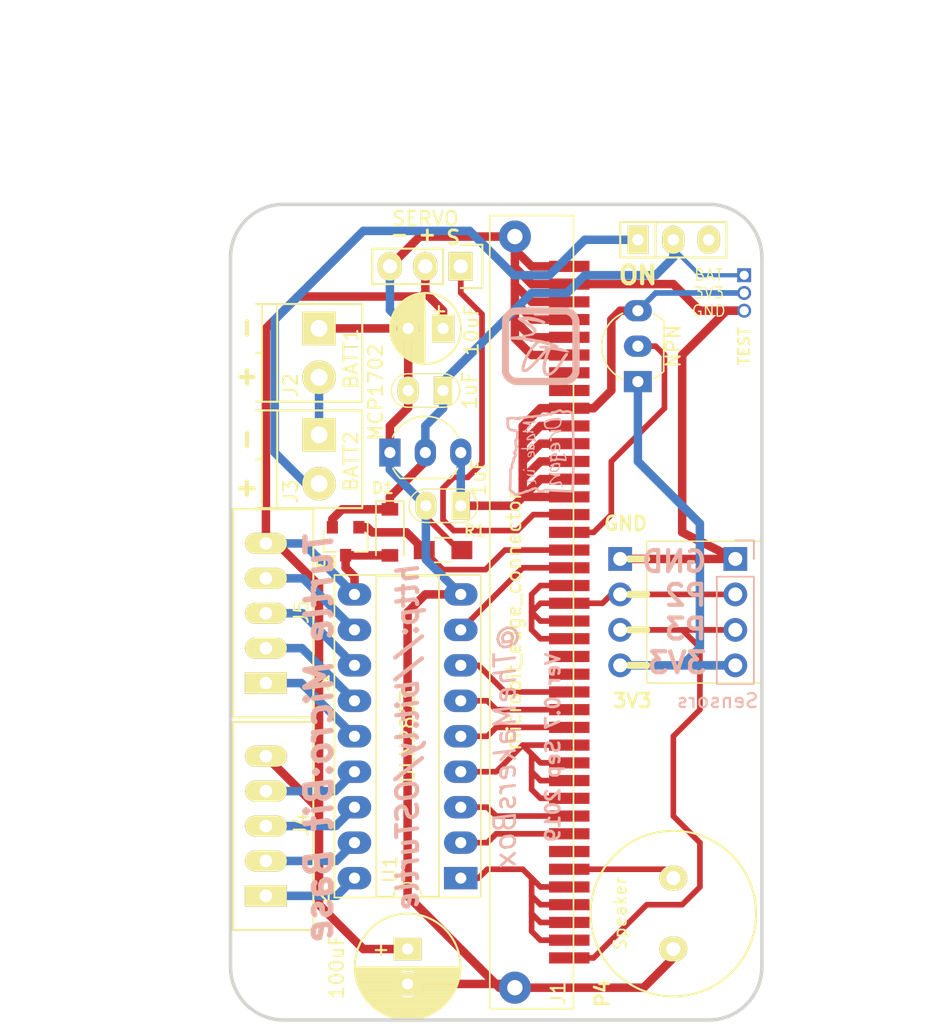
<source format=kicad_pcb>
(kicad_pcb (version 4) (host pcbnew 4.0.6)

  (general
    (links 79)
    (no_connects 0)
    (area 107.572858 45.56 175.795715 118.557401)
    (thickness 1.6)
    (drawings 35)
    (tracks 274)
    (zones 0)
    (modules 27)
    (nets 35)
  )

  (page USLetter)
  (title_block
    (title "Itsy Robot Board")
    (date 2018-04-28)
    (rev 0.3)
    (company www.MakersBox.us)
    (comment 1 "K. Olsen")
  )

  (layers
    (0 F.Cu signal)
    (31 B.Cu signal)
    (34 B.Paste user)
    (35 F.Paste user)
    (36 B.SilkS user)
    (37 F.SilkS user)
    (38 B.Mask user)
    (39 F.Mask user)
    (40 Dwgs.User user)
    (44 Edge.Cuts user)
    (49 F.Fab user)
  )

  (setup
    (last_trace_width 0.1524)
    (user_trace_width 0.254)
    (user_trace_width 0.3048)
    (user_trace_width 0.4064)
    (user_trace_width 0.6096)
    (user_trace_width 2.032)
    (trace_clearance 0.1524)
    (zone_clearance 1)
    (zone_45_only no)
    (trace_min 0.1524)
    (segment_width 0.254)
    (edge_width 0.254)
    (via_size 0.6858)
    (via_drill 0.3302)
    (via_min_size 0.6858)
    (via_min_drill 0.3302)
    (user_via 1 0.5)
    (uvia_size 0.762)
    (uvia_drill 0.508)
    (uvias_allowed no)
    (uvia_min_size 0.508)
    (uvia_min_drill 0.127)
    (pcb_text_width 0.3)
    (pcb_text_size 1.5 1.5)
    (mod_edge_width 0.15)
    (mod_text_size 1 1)
    (mod_text_width 0.15)
    (pad_size 2 1.778)
    (pad_drill 1)
    (pad_to_mask_clearance 0)
    (aux_axis_origin 0 0)
    (grid_origin 210.82 95.25)
    (visible_elements 7FFFFFFF)
    (pcbplotparams
      (layerselection 0x010f0_80000001)
      (usegerberextensions true)
      (excludeedgelayer true)
      (linewidth 0.100000)
      (plotframeref false)
      (viasonmask false)
      (mode 1)
      (useauxorigin false)
      (hpglpennumber 1)
      (hpglpenspeed 20)
      (hpglpendiameter 15)
      (hpglpenoverlay 2)
      (psnegative false)
      (psa4output false)
      (plotreference true)
      (plotvalue true)
      (plotinvisibletext false)
      (padsonsilk false)
      (subtractmaskfromsilk false)
      (outputformat 1)
      (mirror false)
      (drillshape 0)
      (scaleselection 1)
      (outputdirectory gerbers/))
  )

  (net 0 "")
  (net 1 GND)
  (net 2 +3V3)
  (net 3 "Net-(C1-Pad1)")
  (net 4 /P3)
  (net 5 /P0)
  (net 6 /P7)
  (net 7 /P1)
  (net 8 /P9)
  (net 9 /P2)
  (net 10 /P13)
  (net 11 /P15)
  (net 12 /P4)
  (net 13 /P6)
  (net 14 /P8)
  (net 15 /P10)
  (net 16 /P12)
  (net 17 /P14)
  (net 18 /P16)
  (net 19 /BAT)
  (net 20 "Net-(J2-Pad2)")
  (net 21 "Net-(J4-Pad1)")
  (net 22 "Net-(J4-Pad2)")
  (net 23 "Net-(J4-Pad3)")
  (net 24 "Net-(J4-Pad4)")
  (net 25 "Net-(J5-Pad1)")
  (net 26 "Net-(J5-Pad2)")
  (net 27 "Net-(J5-Pad3)")
  (net 28 "Net-(J5-Pad4)")
  (net 29 "Net-(J3-Pad2)")
  (net 30 "Net-(J1-Pad67)")
  (net 31 "Net-(J1-Pad47)")
  (net 32 "Net-(J1-Pad15)")
  (net 33 "Net-(J1-Pad13)")
  (net 34 "Net-(J8-Pad4)")

  (net_class Default "This is the default net class."
    (clearance 0.1524)
    (trace_width 0.1524)
    (via_dia 0.6858)
    (via_drill 0.3302)
    (uvia_dia 0.762)
    (uvia_drill 0.508)
    (add_net +3V3)
    (add_net /BAT)
    (add_net /P0)
    (add_net /P1)
    (add_net /P10)
    (add_net /P12)
    (add_net /P13)
    (add_net /P14)
    (add_net /P15)
    (add_net /P16)
    (add_net /P2)
    (add_net /P3)
    (add_net /P4)
    (add_net /P6)
    (add_net /P7)
    (add_net /P8)
    (add_net /P9)
    (add_net GND)
    (add_net "Net-(C1-Pad1)")
    (add_net "Net-(J1-Pad13)")
    (add_net "Net-(J1-Pad15)")
    (add_net "Net-(J1-Pad47)")
    (add_net "Net-(J1-Pad67)")
    (add_net "Net-(J2-Pad2)")
    (add_net "Net-(J3-Pad2)")
    (add_net "Net-(J4-Pad1)")
    (add_net "Net-(J4-Pad2)")
    (add_net "Net-(J4-Pad3)")
    (add_net "Net-(J4-Pad4)")
    (add_net "Net-(J5-Pad1)")
    (add_net "Net-(J5-Pad2)")
    (add_net "Net-(J5-Pad3)")
    (add_net "Net-(J5-Pad4)")
    (add_net "Net-(J8-Pad4)")
  )

  (module Pin_Headers:Pin_Header_Angled_1x04_Pitch2.54mm (layer F.Cu) (tedit 5D7EAA2F) (tstamp 5D7DB626)
    (at 149.86 85.09)
    (descr "Through hole angled pin header, 1x04, 2.54mm pitch, 6mm pin length, single row")
    (tags "Through hole angled pin header THT 1x04 2.54mm single row")
    (path /5D7DC1DC)
    (fp_text reference J9 (at 4.385 -2.27) (layer F.SilkS) hide
      (effects (font (size 1 1) (thickness 0.15)))
    )
    (fp_text value Sensors (at 4.385 9.89) (layer F.Fab)
      (effects (font (size 1 1) (thickness 0.15)))
    )
    (fp_line (start 1.905 7.62) (end 0.635 7.62) (layer F.SilkS) (width 0.5))
    (fp_line (start 1.905 5.08) (end 0.635 5.08) (layer F.SilkS) (width 0.5))
    (fp_line (start 1.905 2.54) (end 0.635 2.54) (layer F.SilkS) (width 0.5))
    (fp_line (start 0.635 0) (end 1.905 0) (layer F.SilkS) (width 0.5))
    (fp_line (start 1.905 -1.27) (end 10.16 -1.27) (layer F.SilkS) (width 0.1))
    (fp_line (start 10.16 -1.27) (end 10.16 8.89) (layer F.SilkS) (width 0.1))
    (fp_line (start 10.16 8.89) (end 1.905 8.89) (layer F.SilkS) (width 0.1))
    (fp_line (start 1.905 8.89) (end 1.905 -1.27) (layer F.SilkS) (width 0.1))
    (fp_line (start -0.32 -0.32) (end 1.5 -0.32) (layer F.Fab) (width 0.1))
    (fp_line (start -0.32 -0.32) (end -0.32 0.32) (layer F.Fab) (width 0.1))
    (fp_line (start -0.32 0.32) (end 1.5 0.32) (layer F.Fab) (width 0.1))
    (fp_line (start -0.32 2.22) (end 1.5 2.22) (layer F.Fab) (width 0.1))
    (fp_line (start -0.32 2.22) (end -0.32 2.86) (layer F.Fab) (width 0.1))
    (fp_line (start -0.32 2.86) (end 1.5 2.86) (layer F.Fab) (width 0.1))
    (fp_line (start -0.32 4.76) (end 1.5 4.76) (layer F.Fab) (width 0.1))
    (fp_line (start -0.32 4.76) (end -0.32 5.4) (layer F.Fab) (width 0.1))
    (fp_line (start -0.32 5.4) (end 1.5 5.4) (layer F.Fab) (width 0.1))
    (fp_line (start -0.32 7.3) (end 1.5 7.3) (layer F.Fab) (width 0.1))
    (fp_line (start -0.32 7.3) (end -0.32 7.94) (layer F.Fab) (width 0.1))
    (fp_line (start -0.32 7.94) (end 1.5 7.94) (layer F.Fab) (width 0.1))
    (fp_line (start -1.8 -1.8) (end -1.8 9.4) (layer F.CrtYd) (width 0.05))
    (fp_line (start -1.8 9.4) (end 10.55 9.4) (layer F.CrtYd) (width 0.05))
    (fp_line (start 10.55 9.4) (end 10.55 -1.8) (layer F.CrtYd) (width 0.05))
    (fp_line (start 10.55 -1.8) (end -1.8 -1.8) (layer F.CrtYd) (width 0.05))
    (pad 1 thru_hole rect (at 0 0) (size 1.7 1.7) (drill 1) (layers *.Cu *.Mask)
      (net 1 GND))
    (pad 2 thru_hole oval (at 0 2.54) (size 1.7 1.7) (drill 1) (layers *.Cu *.Mask)
      (net 9 /P2))
    (pad 3 thru_hole oval (at 0 5.08) (size 1.7 1.7) (drill 1) (layers *.Cu *.Mask)
      (net 4 /P3))
    (pad 4 thru_hole oval (at 0 7.62) (size 1.7 1.7) (drill 1) (layers *.Cu *.Mask)
      (net 34 "Net-(J8-Pad4)"))
    (model ${KISYS3DMOD}/Pin_Headers.3dshapes/Pin_Header_Angled_1x04_Pitch2.54mm.wrl
      (at (xyz 0 0 0))
      (scale (xyz 1 1 1))
      (rotate (xyz 0 0 0))
    )
  )

  (module Pin_Headers:Pin_Header_Straight_1x04_Pitch2.54mm (layer B.Cu) (tedit 5D7EAA59) (tstamp 5D7DA10F)
    (at 158.115 85.09 180)
    (descr "Through hole straight pin header, 1x04, 2.54mm pitch, single row")
    (tags "Through hole pin header THT 1x04 2.54mm single row")
    (path /5D7DB0FA)
    (fp_text reference J8 (at 0 2.33 180) (layer B.SilkS) hide
      (effects (font (size 1 1) (thickness 0.15)) (justify mirror))
    )
    (fp_text value Sensors (at 1.27 -10.16 180) (layer B.SilkS)
      (effects (font (size 1 1) (thickness 0.15)) (justify mirror))
    )
    (fp_line (start -0.635 1.27) (end 1.27 1.27) (layer B.Fab) (width 0.1))
    (fp_line (start 1.27 1.27) (end 1.27 -8.89) (layer B.Fab) (width 0.1))
    (fp_line (start 1.27 -8.89) (end -1.27 -8.89) (layer B.Fab) (width 0.1))
    (fp_line (start -1.27 -8.89) (end -1.27 0.635) (layer B.Fab) (width 0.1))
    (fp_line (start -1.27 0.635) (end -0.635 1.27) (layer B.Fab) (width 0.1))
    (fp_line (start -1.33 -8.95) (end 1.33 -8.95) (layer B.SilkS) (width 0.12))
    (fp_line (start -1.33 -1.27) (end -1.33 -8.95) (layer B.SilkS) (width 0.12))
    (fp_line (start 1.33 -1.27) (end 1.33 -8.95) (layer B.SilkS) (width 0.12))
    (fp_line (start -1.33 -1.27) (end 1.33 -1.27) (layer B.SilkS) (width 0.12))
    (fp_line (start -1.33 0) (end -1.33 1.33) (layer B.SilkS) (width 0.12))
    (fp_line (start -1.33 1.33) (end 0 1.33) (layer B.SilkS) (width 0.12))
    (fp_line (start -1.8 1.8) (end -1.8 -9.4) (layer B.CrtYd) (width 0.05))
    (fp_line (start -1.8 -9.4) (end 1.8 -9.4) (layer B.CrtYd) (width 0.05))
    (fp_line (start 1.8 -9.4) (end 1.8 1.8) (layer B.CrtYd) (width 0.05))
    (fp_line (start 1.8 1.8) (end -1.8 1.8) (layer B.CrtYd) (width 0.05))
    (fp_text user %R (at 0 -3.81 450) (layer B.Fab)
      (effects (font (size 1 1) (thickness 0.15)) (justify mirror))
    )
    (pad 1 thru_hole rect (at 0 0 180) (size 1.7 1.7) (drill 1) (layers *.Cu *.Mask)
      (net 1 GND))
    (pad 2 thru_hole oval (at 0 -2.54 180) (size 1.7 1.7) (drill 1) (layers *.Cu *.Mask)
      (net 9 /P2))
    (pad 3 thru_hole oval (at 0 -5.08 180) (size 1.7 1.7) (drill 1) (layers *.Cu *.Mask)
      (net 4 /P3))
    (pad 4 thru_hole oval (at 0 -7.62 180) (size 1.7 1.7) (drill 1) (layers *.Cu *.Mask)
      (net 34 "Net-(J8-Pad4)"))
    (model ${KISYS3DMOD}/Pin_Headers.3dshapes/Pin_Header_Straight_1x04_Pitch2.54mm.wrl
      (at (xyz 0 0 0))
      (scale (xyz 1 1 1))
      (rotate (xyz 0 0 0))
    )
  )

  (module library:SPEAKER (layer F.Cu) (tedit 5D7BF309) (tstamp 5D7BB512)
    (at 153.67 110.49)
    (descr "Switch inverseur")
    (tags "SWITCH DEV")
    (path /5D7C968F)
    (fp_text reference LS1 (at 0 5.08) (layer F.SilkS) hide
      (effects (font (size 1.016 1.016) (thickness 0.2032)))
    )
    (fp_text value Speaker (at -3.81 0 90) (layer F.SilkS)
      (effects (font (size 0.889 0.889) (thickness 0.127)))
    )
    (fp_circle (center 0 0) (end -5.842 -1.016) (layer F.SilkS) (width 0.15))
    (pad 2 thru_hole oval (at 0 2.54) (size 2 1.778) (drill 1) (layers *.Cu *.Mask F.SilkS)
      (net 1 GND))
    (pad 1 thru_hole oval (at 0 -2.54) (size 2 1.778) (drill 1) (layers *.Cu *.Mask F.SilkS)
      (net 12 /P4))
  )

  (module SW_Micro_SPST (layer F.Cu) (tedit 5D7BF1AF) (tstamp 59BB5C2A)
    (at 153.67 62.23)
    (tags "Switch Micro SPST")
    (path /59BB6E38)
    (fp_text reference SW1 (at 2.286 -1.778) (layer F.SilkS) hide
      (effects (font (size 1 1) (thickness 0.15)))
    )
    (fp_text value SPST (at 2.54 -1.905) (layer F.Fab)
      (effects (font (size 1 1) (thickness 0.15)))
    )
    (fp_line (start -6 -2) (end -6 2) (layer F.Fab) (width 0.12))
    (fp_line (start -6 2) (end 6 2) (layer F.Fab) (width 0.12))
    (fp_line (start 6 2) (end 6 -2) (layer F.Fab) (width 0.12))
    (fp_line (start 6 -2) (end -6 -2) (layer F.Fab) (width 0.12))
    (fp_line (start -3.81 1.27) (end -3.81 -1.27) (layer F.SilkS) (width 0.15))
    (fp_line (start -3.81 -1.27) (end 3.81 -1.27) (layer F.SilkS) (width 0.15))
    (fp_line (start 3.81 -1.27) (end 3.81 1.27) (layer F.SilkS) (width 0.15))
    (fp_line (start 3.81 1.27) (end -3.81 1.27) (layer F.SilkS) (width 0.15))
    (fp_line (start -1.27 -1.27) (end -1.27 1.27) (layer F.SilkS) (width 0.15))
    (pad 1 thru_hole rect (at -2.54 0) (size 1.5 2) (drill 0.8128) (layers *.Cu *.Mask F.SilkS)
      (net 29 "Net-(J3-Pad2)"))
    (pad 2 thru_hole oval (at 0 0) (size 1.6 2) (drill 0.8128) (layers *.Cu *.Mask F.SilkS)
      (net 19 /BAT))
    (pad 3 thru_hole oval (at 2.54 0) (size 1.6 2) (drill 0.8128) (layers *.Cu *.Mask F.SilkS))
    (model Buttons_Switches_ThroughHole.3dshapes/SW_Micro_SPST.wrl
      (at (xyz 0 0 0))
      (scale (xyz 0.33 0.33 0.33))
      (rotate (xyz 0 0 0))
    )
  )

  (module library:C_Disc_D3_P2.5 (layer F.Cu) (tedit 5D7BF0FF) (tstamp 5D6719E1)
    (at 138.43 81.28 180)
    (descr "Capacitor 3mm Disc, Pitch 2.5mm")
    (tags Capacitor)
    (path /59BB8677)
    (fp_text reference C3 (at 3.81 1.27 180) (layer F.SilkS) hide
      (effects (font (size 1 1) (thickness 0.15)))
    )
    (fp_text value 1uF (at -1.27 2.032 450) (layer F.SilkS)
      (effects (font (size 1 1) (thickness 0.15)))
    )
    (fp_line (start 0 -1.2) (end 2.5 -1.2) (layer F.SilkS) (width 0.1))
    (fp_line (start 0 1.2) (end 2.5 1.2) (layer F.SilkS) (width 0.1))
    (fp_arc (start 0 0) (end 0 1.2) (angle 90) (layer F.SilkS) (width 0.1))
    (fp_arc (start 0 0) (end -1.2 0) (angle 90) (layer F.SilkS) (width 0.1))
    (fp_arc (start 2.5 0) (end 3.7 0) (angle 90) (layer F.SilkS) (width 0.1))
    (fp_arc (start 2.5 0) (end 2.5 -1.2) (angle 90) (layer F.SilkS) (width 0.1))
    (fp_line (start -0.9 -1.5) (end 3.4 -1.5) (layer F.CrtYd) (width 0.05))
    (fp_line (start 3.4 -1.5) (end 3.4 1.5) (layer F.CrtYd) (width 0.05))
    (fp_line (start 3.4 1.5) (end -0.9 1.5) (layer F.CrtYd) (width 0.05))
    (fp_line (start -0.9 1.5) (end -0.9 -1.5) (layer F.CrtYd) (width 0.05))
    (pad 1 thru_hole rect (at 0 0 180) (size 1.3 2) (drill 0.8) (layers *.Cu *.Mask F.SilkS)
      (net 2 +3V3))
    (pad 2 thru_hole oval (at 2.5 0 180) (size 1.5 2) (drill 0.8001) (layers *.Cu *.Mask F.SilkS)
      (net 1 GND))
    (model Capacitors_ThroughHole.3dshapes/C_Disc_D3_P2.5.wrl
      (at (xyz 0.0492126 0 0))
      (scale (xyz 1 1 1))
      (rotate (xyz 0 0 0))
    )
  )

  (module library:C_Disc_D3_P2.5 (layer F.Cu) (tedit 5D7BF0CF) (tstamp 59BB5BD8)
    (at 137.16 73.025 180)
    (descr "Capacitor 3mm Disc, Pitch 2.5mm")
    (tags Capacitor)
    (path /5D67D6A6)
    (fp_text reference C4 (at 3.81 1.27 180) (layer F.SilkS) hide
      (effects (font (size 1 1) (thickness 0.15)))
    )
    (fp_text value 1uF (at -1.905 0 270) (layer F.SilkS)
      (effects (font (size 1 1) (thickness 0.15)))
    )
    (fp_line (start 0 -1.2) (end 2.5 -1.2) (layer F.SilkS) (width 0.1))
    (fp_line (start 0 1.2) (end 2.5 1.2) (layer F.SilkS) (width 0.1))
    (fp_arc (start 0 0) (end 0 1.2) (angle 90) (layer F.SilkS) (width 0.1))
    (fp_arc (start 0 0) (end -1.2 0) (angle 90) (layer F.SilkS) (width 0.1))
    (fp_arc (start 2.5 0) (end 3.7 0) (angle 90) (layer F.SilkS) (width 0.1))
    (fp_arc (start 2.5 0) (end 2.5 -1.2) (angle 90) (layer F.SilkS) (width 0.1))
    (fp_line (start -0.9 -1.5) (end 3.4 -1.5) (layer F.CrtYd) (width 0.05))
    (fp_line (start 3.4 -1.5) (end 3.4 1.5) (layer F.CrtYd) (width 0.05))
    (fp_line (start 3.4 1.5) (end -0.9 1.5) (layer F.CrtYd) (width 0.05))
    (fp_line (start -0.9 1.5) (end -0.9 -1.5) (layer F.CrtYd) (width 0.05))
    (pad 1 thru_hole rect (at 0 0 180) (size 1.3 2) (drill 0.8) (layers *.Cu *.Mask F.SilkS)
      (net 19 /BAT))
    (pad 2 thru_hole oval (at 2.5 0 180) (size 1.5 2) (drill 0.8001) (layers *.Cu *.Mask F.SilkS)
      (net 1 GND))
    (model Capacitors_ThroughHole.3dshapes/C_Disc_D3_P2.5.wrl
      (at (xyz 0.0492126 0 0))
      (scale (xyz 1 1 1))
      (rotate (xyz 0 0 0))
    )
  )

  (module library:C_Radial_D5_L11_P2.5 (layer F.Cu) (tedit 5D7BF0A5) (tstamp 59BB5BD2)
    (at 137.16 68.58 180)
    (descr "Radial Electrolytic Capacitor Diameter 5mm x Length 11mm, Pitch 2.5mm")
    (tags "Electrolytic Capacitor")
    (path /59BB864C)
    (fp_text reference C2 (at 0 -1.27 180) (layer F.SilkS) hide
      (effects (font (size 1 1) (thickness 0.15)))
    )
    (fp_text value 10uF (at -2.032 -0.127 270) (layer F.SilkS)
      (effects (font (size 1 1) (thickness 0.15)))
    )
    (fp_text user + (at 0.3 1.3 180) (layer F.SilkS)
      (effects (font (size 1 1) (thickness 0.15)))
    )
    (fp_line (start 1.325 -2.499) (end 1.325 2.499) (layer F.SilkS) (width 0.15))
    (fp_line (start 1.465 -2.491) (end 1.465 2.491) (layer F.SilkS) (width 0.15))
    (fp_line (start 1.605 -2.475) (end 1.605 -0.095) (layer F.SilkS) (width 0.15))
    (fp_line (start 1.605 0.095) (end 1.605 2.475) (layer F.SilkS) (width 0.15))
    (fp_line (start 1.745 -2.451) (end 1.745 -0.49) (layer F.SilkS) (width 0.15))
    (fp_line (start 1.745 0.49) (end 1.745 2.451) (layer F.SilkS) (width 0.15))
    (fp_line (start 1.885 -2.418) (end 1.885 -0.657) (layer F.SilkS) (width 0.15))
    (fp_line (start 1.885 0.657) (end 1.885 2.418) (layer F.SilkS) (width 0.15))
    (fp_line (start 2.025 -2.377) (end 2.025 -0.764) (layer F.SilkS) (width 0.15))
    (fp_line (start 2.025 0.764) (end 2.025 2.377) (layer F.SilkS) (width 0.15))
    (fp_line (start 2.165 -2.327) (end 2.165 -0.835) (layer F.SilkS) (width 0.15))
    (fp_line (start 2.165 0.835) (end 2.165 2.327) (layer F.SilkS) (width 0.15))
    (fp_line (start 2.305 -2.266) (end 2.305 -0.879) (layer F.SilkS) (width 0.15))
    (fp_line (start 2.305 0.879) (end 2.305 2.266) (layer F.SilkS) (width 0.15))
    (fp_line (start 2.445 -2.196) (end 2.445 -0.898) (layer F.SilkS) (width 0.15))
    (fp_line (start 2.445 0.898) (end 2.445 2.196) (layer F.SilkS) (width 0.15))
    (fp_line (start 2.585 -2.114) (end 2.585 -0.896) (layer F.SilkS) (width 0.15))
    (fp_line (start 2.585 0.896) (end 2.585 2.114) (layer F.SilkS) (width 0.15))
    (fp_line (start 2.725 -2.019) (end 2.725 -0.871) (layer F.SilkS) (width 0.15))
    (fp_line (start 2.725 0.871) (end 2.725 2.019) (layer F.SilkS) (width 0.15))
    (fp_line (start 2.865 -1.908) (end 2.865 -0.823) (layer F.SilkS) (width 0.15))
    (fp_line (start 2.865 0.823) (end 2.865 1.908) (layer F.SilkS) (width 0.15))
    (fp_line (start 3.005 -1.78) (end 3.005 -0.745) (layer F.SilkS) (width 0.15))
    (fp_line (start 3.005 0.745) (end 3.005 1.78) (layer F.SilkS) (width 0.15))
    (fp_line (start 3.145 -1.631) (end 3.145 -0.628) (layer F.SilkS) (width 0.15))
    (fp_line (start 3.145 0.628) (end 3.145 1.631) (layer F.SilkS) (width 0.15))
    (fp_line (start 3.285 -1.452) (end 3.285 -0.44) (layer F.SilkS) (width 0.15))
    (fp_line (start 3.285 0.44) (end 3.285 1.452) (layer F.SilkS) (width 0.15))
    (fp_line (start 3.425 -1.233) (end 3.425 1.233) (layer F.SilkS) (width 0.15))
    (fp_line (start 3.565 -0.944) (end 3.565 0.944) (layer F.SilkS) (width 0.15))
    (fp_line (start 3.705 -0.472) (end 3.705 0.472) (layer F.SilkS) (width 0.15))
    (fp_circle (center 2.5 0) (end 2.5 -0.9) (layer F.SilkS) (width 0.15))
    (fp_circle (center 1.25 0) (end 1.25 -2.5375) (layer F.SilkS) (width 0.15))
    (fp_circle (center 1.25 0) (end 1.25 -2.8) (layer F.CrtYd) (width 0.05))
    (pad 1 thru_hole rect (at 0 0 180) (size 1.6 2) (drill 0.8) (layers *.Cu *.Mask F.SilkS)
      (net 3 "Net-(C1-Pad1)"))
    (pad 2 thru_hole oval (at 2.5 0 180) (size 1.6 2) (drill 0.8) (layers *.Cu *.Mask F.SilkS)
      (net 1 GND))
    (model Capacitors_ThroughHole.3dshapes/C_Radial_D5_L11_P2.5.wrl
      (at (xyz 0.049213 0 0))
      (scale (xyz 1 1 1))
      (rotate (xyz 0 0 90))
    )
  )

  (module library:C_Radial_D7.5_L11.2_P2.5 (layer F.Cu) (tedit 5D7BF06B) (tstamp 59BB5BCC)
    (at 134.62 113.03 270)
    (descr "Radial Electrolytic Capacitor Diameter 7.5mm x Length 11.2mm, Pitch 2.5mm")
    (tags "Electrolytic Capacitor")
    (path /59BB855D)
    (fp_text reference C1 (at 0 -2.54 270) (layer F.SilkS) hide
      (effects (font (size 1 1) (thickness 0.15)))
    )
    (fp_text value 100uF (at 1.27 5.08 450) (layer F.SilkS)
      (effects (font (size 1 1) (thickness 0.15)))
    )
    (fp_line (start 1.325 -3.749) (end 1.325 3.749) (layer F.SilkS) (width 0.15))
    (fp_line (start 1.465 -3.744) (end 1.465 3.744) (layer F.SilkS) (width 0.15))
    (fp_line (start 1.605 -3.733) (end 1.605 -0.446) (layer F.SilkS) (width 0.15))
    (fp_line (start 1.605 0.446) (end 1.605 3.733) (layer F.SilkS) (width 0.15))
    (fp_line (start 1.745 -3.717) (end 1.745 -0.656) (layer F.SilkS) (width 0.15))
    (fp_line (start 1.745 0.656) (end 1.745 3.717) (layer F.SilkS) (width 0.15))
    (fp_line (start 1.885 -3.696) (end 1.885 -0.789) (layer F.SilkS) (width 0.15))
    (fp_line (start 1.885 0.789) (end 1.885 3.696) (layer F.SilkS) (width 0.15))
    (fp_line (start 2.025 -3.669) (end 2.025 -0.88) (layer F.SilkS) (width 0.15))
    (fp_line (start 2.025 0.88) (end 2.025 3.669) (layer F.SilkS) (width 0.15))
    (fp_line (start 2.165 -3.637) (end 2.165 -0.942) (layer F.SilkS) (width 0.15))
    (fp_line (start 2.165 0.942) (end 2.165 3.637) (layer F.SilkS) (width 0.15))
    (fp_line (start 2.305 -3.599) (end 2.305 -0.981) (layer F.SilkS) (width 0.15))
    (fp_line (start 2.305 0.981) (end 2.305 3.599) (layer F.SilkS) (width 0.15))
    (fp_line (start 2.445 -3.555) (end 2.445 -0.998) (layer F.SilkS) (width 0.15))
    (fp_line (start 2.445 0.998) (end 2.445 3.555) (layer F.SilkS) (width 0.15))
    (fp_line (start 2.585 -3.504) (end 2.585 -0.996) (layer F.SilkS) (width 0.15))
    (fp_line (start 2.585 0.996) (end 2.585 3.504) (layer F.SilkS) (width 0.15))
    (fp_line (start 2.725 -3.448) (end 2.725 -0.974) (layer F.SilkS) (width 0.15))
    (fp_line (start 2.725 0.974) (end 2.725 3.448) (layer F.SilkS) (width 0.15))
    (fp_line (start 2.865 -3.384) (end 2.865 -0.931) (layer F.SilkS) (width 0.15))
    (fp_line (start 2.865 0.931) (end 2.865 3.384) (layer F.SilkS) (width 0.15))
    (fp_line (start 3.005 -3.314) (end 3.005 -0.863) (layer F.SilkS) (width 0.15))
    (fp_line (start 3.005 0.863) (end 3.005 3.314) (layer F.SilkS) (width 0.15))
    (fp_line (start 3.145 -3.236) (end 3.145 -0.764) (layer F.SilkS) (width 0.15))
    (fp_line (start 3.145 0.764) (end 3.145 3.236) (layer F.SilkS) (width 0.15))
    (fp_line (start 3.285 -3.15) (end 3.285 -0.619) (layer F.SilkS) (width 0.15))
    (fp_line (start 3.285 0.619) (end 3.285 3.15) (layer F.SilkS) (width 0.15))
    (fp_line (start 3.425 -3.055) (end 3.425 -0.38) (layer F.SilkS) (width 0.15))
    (fp_line (start 3.425 0.38) (end 3.425 3.055) (layer F.SilkS) (width 0.15))
    (fp_line (start 3.565 -2.95) (end 3.565 2.95) (layer F.SilkS) (width 0.15))
    (fp_line (start 3.705 -2.835) (end 3.705 2.835) (layer F.SilkS) (width 0.15))
    (fp_line (start 3.845 -2.707) (end 3.845 2.707) (layer F.SilkS) (width 0.15))
    (fp_line (start 3.985 -2.566) (end 3.985 2.566) (layer F.SilkS) (width 0.15))
    (fp_line (start 4.125 -2.408) (end 4.125 2.408) (layer F.SilkS) (width 0.15))
    (fp_line (start 4.265 -2.23) (end 4.265 2.23) (layer F.SilkS) (width 0.15))
    (fp_line (start 4.405 -2.027) (end 4.405 2.027) (layer F.SilkS) (width 0.15))
    (fp_line (start 4.545 -1.79) (end 4.545 1.79) (layer F.SilkS) (width 0.15))
    (fp_line (start 4.685 -1.504) (end 4.685 1.504) (layer F.SilkS) (width 0.15))
    (fp_line (start 4.825 -1.132) (end 4.825 1.132) (layer F.SilkS) (width 0.15))
    (fp_line (start 4.965 -0.511) (end 4.965 0.511) (layer F.SilkS) (width 0.15))
    (fp_circle (center 2.5 0) (end 2.5 -1) (layer F.SilkS) (width 0.15))
    (fp_circle (center 1.25 0) (end 1.25 -3.7875) (layer F.SilkS) (width 0.15))
    (fp_circle (center 1.25 0) (end 1.25 -4.1) (layer F.CrtYd) (width 0.05))
    (pad 2 thru_hole oval (at 2.5 0 270) (size 1.6 2) (drill 0.8) (layers *.Cu *.Mask F.SilkS)
      (net 1 GND))
    (pad 1 thru_hole rect (at 0 0 270) (size 1.6 2) (drill 0.8) (layers *.Cu *.Mask F.SilkS)
      (net 3 "Net-(C1-Pad1)"))
    (model Capacitors_ThroughHole.3dshapes/C_Radial_D7.5_L11.2_P2.5.wrl
      (at (xyz 0 0 0))
      (scale (xyz 1 1 1))
      (rotate (xyz 0 0 0))
    )
  )

  (module TO_SOT_Packages_THT:TO-92_Inline_Wide (layer F.Cu) (tedit 5D7BEFE3) (tstamp 5D671A74)
    (at 133.35 77.47)
    (descr "TO-92 leads in-line, wide, drill 0.8mm (see NXP sot054_po.pdf)")
    (tags "to-92 sc-43 sc-43a sot54 PA33 transistor")
    (path /5D67D625)
    (fp_text reference U2 (at 2.54 -3.56) (layer F.SilkS) hide
      (effects (font (size 1 1) (thickness 0.15)))
    )
    (fp_text value MCP1702 (at -1.016 -4.318 90) (layer F.SilkS)
      (effects (font (size 1 1) (thickness 0.15)))
    )
    (fp_text user %R (at 2.54 -3.56 180) (layer F.Fab)
      (effects (font (size 1 1) (thickness 0.15)))
    )
    (fp_line (start 0.74 1.85) (end 4.34 1.85) (layer F.SilkS) (width 0.12))
    (fp_line (start 0.8 1.75) (end 4.3 1.75) (layer F.Fab) (width 0.1))
    (fp_line (start -1.01 -2.73) (end 6.09 -2.73) (layer F.CrtYd) (width 0.05))
    (fp_line (start -1.01 -2.73) (end -1.01 2.01) (layer F.CrtYd) (width 0.05))
    (fp_line (start 6.09 2.01) (end 6.09 -2.73) (layer F.CrtYd) (width 0.05))
    (fp_line (start 6.09 2.01) (end -1.01 2.01) (layer F.CrtYd) (width 0.05))
    (fp_arc (start 2.54 0) (end 0.74 1.85) (angle 20) (layer F.SilkS) (width 0.12))
    (fp_arc (start 2.54 0) (end 2.54 -2.6) (angle -65) (layer F.SilkS) (width 0.12))
    (fp_arc (start 2.54 0) (end 2.54 -2.6) (angle 65) (layer F.SilkS) (width 0.12))
    (fp_arc (start 2.54 0) (end 2.54 -2.48) (angle 135) (layer F.Fab) (width 0.1))
    (fp_arc (start 2.54 0) (end 2.54 -2.48) (angle -135) (layer F.Fab) (width 0.1))
    (fp_arc (start 2.54 0) (end 4.34 1.85) (angle -20) (layer F.SilkS) (width 0.12))
    (pad 2 thru_hole oval (at 2.54 0 90) (size 2 1.52) (drill 0.8) (layers *.Cu *.Mask)
      (net 19 /BAT))
    (pad 3 thru_hole oval (at 5.08 0 90) (size 2 1.52) (drill 0.8) (layers *.Cu *.Mask)
      (net 2 +3V3))
    (pad 1 thru_hole rect (at 0 0 90) (size 2 1.52) (drill 0.8) (layers *.Cu *.Mask)
      (net 1 GND))
    (model ${KISYS3DMOD}/TO_SOT_Packages_THT.3dshapes/TO-92_Inline_Wide.wrl
      (at (xyz 0.1 0 0))
      (scale (xyz 1 1 1))
      (rotate (xyz 0 0 -90))
    )
  )

  (module TO_SOT_Packages_THT:TO-92_Inline_Wide (layer F.Cu) (tedit 5D7DB8EE) (tstamp 5D7BB526)
    (at 151.13 72.39 90)
    (descr "TO-92 leads in-line, wide, drill 0.8mm (see NXP sot054_po.pdf)")
    (tags "to-92 sc-43 sc-43a sot54 PA33 transistor")
    (path /5D7C91E0)
    (fp_text reference Q4 (at 2.54 -1.27 90) (layer F.SilkS) hide
      (effects (font (size 1 1) (thickness 0.15)))
    )
    (fp_text value NPN (at 2.54 2.54 90) (layer F.SilkS)
      (effects (font (size 1 1) (thickness 0.15)))
    )
    (fp_text user %R (at 2.54 -1.27 270) (layer F.Fab)
      (effects (font (size 1 1) (thickness 0.15)))
    )
    (fp_line (start 0.74 1.85) (end 4.34 1.85) (layer F.SilkS) (width 0.12))
    (fp_line (start 0.8 1.75) (end 4.3 1.75) (layer F.Fab) (width 0.1))
    (fp_line (start -1.01 -2.73) (end 6.09 -2.73) (layer F.CrtYd) (width 0.05))
    (fp_line (start -1.01 -2.73) (end -1.01 2.01) (layer F.CrtYd) (width 0.05))
    (fp_line (start 6.09 2.01) (end 6.09 -2.73) (layer F.CrtYd) (width 0.05))
    (fp_line (start 6.09 2.01) (end -1.01 2.01) (layer F.CrtYd) (width 0.05))
    (fp_arc (start 2.54 0) (end 0.74 1.85) (angle 20) (layer F.SilkS) (width 0.12))
    (fp_arc (start 2.54 0) (end 2.54 -2.6) (angle -65) (layer F.SilkS) (width 0.12))
    (fp_arc (start 2.54 0) (end 2.54 -2.6) (angle 65) (layer F.SilkS) (width 0.12))
    (fp_arc (start 2.54 0) (end 2.54 -2.48) (angle 135) (layer F.Fab) (width 0.1))
    (fp_arc (start 2.54 0) (end 2.54 -2.48) (angle -135) (layer F.Fab) (width 0.1))
    (fp_arc (start 2.54 0) (end 4.34 1.85) (angle -20) (layer F.SilkS) (width 0.12))
    (pad 2 thru_hole oval (at 2.54 0 180) (size 2 1.52) (drill 0.8) (layers *.Cu *.Mask)
      (net 11 /P15))
    (pad 3 thru_hole oval (at 5.08 0 180) (size 2 1.52) (drill 0.8) (layers *.Cu *.Mask)
      (net 2 +3V3))
    (pad 1 thru_hole rect (at 0 0 180) (size 2 1.52) (drill 0.8) (layers *.Cu *.Mask)
      (net 34 "Net-(J8-Pad4)"))
    (model ${KISYS3DMOD}/TO_SOT_Packages_THT.3dshapes/TO-92_Inline_Wide.wrl
      (at (xyz 0.1 0 0))
      (scale (xyz 1 1 1))
      (rotate (xyz 0 0 -90))
    )
  )

  (module Pin_Headers:Pin_Header_Straight_1x03_Pitch1.27mm (layer F.Cu) (tedit 5D7DB6B0) (tstamp 5D7BE4C8)
    (at 158.75 64.77)
    (descr "Through hole straight pin header, 1x03, 1.27mm pitch, single row")
    (tags "Through hole pin header THT 1x03 1.27mm single row")
    (path /5D7CBB2C)
    (fp_text reference J7 (at 0 1.5 90) (layer F.SilkS) hide
      (effects (font (size 1 1) (thickness 0.15)))
    )
    (fp_text value TEST (at 0 5.08 90) (layer F.SilkS)
      (effects (font (size 0.8 0.8) (thickness 0.15)))
    )
    (fp_line (start -0.525 -0.635) (end 1.05 -0.635) (layer F.Fab) (width 0.1))
    (fp_line (start 1.05 -0.635) (end 1.05 3.175) (layer F.Fab) (width 0.1))
    (fp_line (start 1.05 3.175) (end -1.05 3.175) (layer F.Fab) (width 0.1))
    (fp_line (start -1.05 3.175) (end -1.05 -0.11) (layer F.Fab) (width 0.1))
    (fp_line (start -1.05 -0.11) (end -0.525 -0.635) (layer F.Fab) (width 0.1))
    (fp_line (start -1.55 -1.15) (end -1.55 3.7) (layer F.CrtYd) (width 0.05))
    (fp_line (start -1.55 3.7) (end 1.55 3.7) (layer F.CrtYd) (width 0.05))
    (fp_line (start 1.55 3.7) (end 1.55 -1.15) (layer F.CrtYd) (width 0.05))
    (fp_line (start 1.55 -1.15) (end -1.55 -1.15) (layer F.CrtYd) (width 0.05))
    (fp_text user %R (at 0 1.27 90) (layer F.Fab)
      (effects (font (size 1 1) (thickness 0.15)))
    )
    (pad 1 thru_hole rect (at 0 0) (size 1 1) (drill 0.65) (layers *.Cu *.Mask)
      (net 19 /BAT))
    (pad 2 thru_hole oval (at 0 1.27) (size 1 1) (drill 0.65) (layers *.Cu *.Mask)
      (net 2 +3V3))
    (pad 3 thru_hole oval (at 0 2.54) (size 1 1) (drill 0.65) (layers *.Cu *.Mask)
      (net 1 GND))
    (model ${KISYS3DMOD}/Pin_Headers.3dshapes/Pin_Header_Straight_1x03_Pitch1.27mm.wrl
      (at (xyz 0 0 0))
      (scale (xyz 1 1 1))
      (rotate (xyz 0 0 0))
    )
  )

  (module JST_B5B-XH-A (layer F.Cu) (tedit 5D7BEE0D) (tstamp 5D671E85)
    (at 124.46 93.98 90)
    (descr "JST XH series connector, JST_B5B-XH-A")
    (tags "connector jst xh")
    (path /59BB5353)
    (fp_text reference J5 (at 5.08 2.54 90) (layer F.SilkS)
      (effects (font (size 1 1) (thickness 0.15)))
    )
    (fp_text value RIGHT_STEPPER (at 5 -3.4 90) (layer F.Fab)
      (effects (font (size 1 1) (thickness 0.15)))
    )
    (fp_line (start -2.45 -2.35) (end 12.45 -2.35) (layer F.SilkS) (width 0.15))
    (fp_line (start -2.45 3.4) (end 12.45 3.4) (layer F.SilkS) (width 0.15))
    (fp_line (start -2.45 -2.35) (end -2.45 3.4) (layer F.SilkS) (width 0.15))
    (fp_line (start 12.45 -2.35) (end 12.45 3.4) (layer F.SilkS) (width 0.15))
    (fp_line (start -2.95 -2.85) (end 12.95 -2.85) (layer F.CrtYd) (width 0.05))
    (fp_line (start -2.95 3.9) (end 12.95 3.9) (layer F.CrtYd) (width 0.05))
    (fp_line (start -2.95 -2.85) (end -2.95 3.9) (layer F.CrtYd) (width 0.05))
    (fp_line (start 12.95 -2.85) (end 12.95 3.9) (layer F.CrtYd) (width 0.05))
    (fp_line (start -0.5 4.5) (end 0.5 4.5) (layer F.SilkS) (width 0.15))
    (fp_line (start 0 4) (end 0.5 4.5) (layer F.SilkS) (width 0.15))
    (fp_line (start 0 4) (end -0.5 4.5) (layer F.SilkS) (width 0.15))
    (pad 1 thru_hole rect (at 0 0 90) (size 1.5 3) (drill 0.9) (layers *.Cu *.Mask F.SilkS)
      (net 25 "Net-(J5-Pad1)"))
    (pad 2 thru_hole oval (at 2.5 0 90) (size 1.5 3) (drill 0.9) (layers *.Cu *.Mask F.SilkS)
      (net 26 "Net-(J5-Pad2)"))
    (pad 3 thru_hole oval (at 5 0 90) (size 1.5 3) (drill 0.9) (layers *.Cu *.Mask F.SilkS)
      (net 27 "Net-(J5-Pad3)"))
    (pad 4 thru_hole oval (at 7.5 0 90) (size 1.5 3) (drill 0.9) (layers *.Cu *.Mask F.SilkS)
      (net 28 "Net-(J5-Pad4)"))
    (pad 5 thru_hole oval (at 10 0 90) (size 1.5 3) (drill 0.9) (layers *.Cu *.Mask F.SilkS)
      (net 3 "Net-(C1-Pad1)"))
    (pad "" np_thru_hole circle (at -1.6 2 90) (size 1.1 1.1) (drill 1.1) (layers *.Cu *.Mask))
    (model ./kicad-jst-xh.3dshapes/JST_B5B-XH-A.wrl
      (at (xyz 0 0 0))
      (scale (xyz 0.3937007874 0.3937007874 0.3937007874))
      (rotate (xyz 0 0 0))
    )
  )

  (module library:Lego_Pad (layer F.Cu) (tedit 59BB65D8) (tstamp 5D672747)
    (at 157.48 99.06)
    (descr "Through hole pin header")
    (tags "pin header")
    (fp_text reference P9 (at 0 0) (layer F.SilkS) hide
      (effects (font (size 1 1) (thickness 0.15)))
    )
    (fp_text value CONN_01X01 (at 0 -1.27) (layer F.Fab) hide
      (effects (font (size 0.127 0.127) (thickness 0.03175)))
    )
    (pad "" np_thru_hole circle (at 0 0) (size 3.25 3.25) (drill 3.25) (layers *.Cu *.Mask))
  )

  (module library:Lego_Pad (layer F.Cu) (tedit 59BB65D8) (tstamp 59BD6DCD)
    (at 125.73 114.3)
    (descr "Through hole pin header")
    (tags "pin header")
    (fp_text reference P9 (at 0 0) (layer F.SilkS) hide
      (effects (font (size 1 1) (thickness 0.15)))
    )
    (fp_text value CONN_01X01 (at 0 -1.27) (layer F.Fab) hide
      (effects (font (size 0.127 0.127) (thickness 0.03175)))
    )
    (pad "" np_thru_hole circle (at 0 0) (size 3.25 3.25) (drill 3.25) (layers *.Cu *.Mask))
  )

  (module library:Lego_Pad (layer F.Cu) (tedit 59BB65F8) (tstamp 59BD6DC0)
    (at 157.48 78.74)
    (descr "Through hole pin header")
    (tags "pin header")
    (fp_text reference P9 (at 0 0) (layer F.SilkS) hide
      (effects (font (size 1 1) (thickness 0.15)))
    )
    (fp_text value CONN_01X01 (at 0 -1.27) (layer F.Fab) hide
      (effects (font (size 0.127 0.127) (thickness 0.03175)))
    )
    (pad "" np_thru_hole circle (at 0 0) (size 3.25 3.25) (drill 3.25) (layers *.Cu *.Mask))
    (model Pin_Headers.3dshapes/Pin_Header_Straight_1x01.wrl
      (at (xyz 0 0 0))
      (scale (xyz 1 1 1))
      (rotate (xyz 0 0 90))
    )
  )

  (module library:Lego_Pad (layer F.Cu) (tedit 59BB65E8) (tstamp 59BD6DA2)
    (at 125.73 63.5)
    (descr "Through hole pin header")
    (tags "pin header")
    (fp_text reference P9 (at 0 0) (layer F.SilkS) hide
      (effects (font (size 1 1) (thickness 0.15)))
    )
    (fp_text value CONN_01X01 (at 0 -1.27) (layer F.Fab) hide
      (effects (font (size 0.127 0.127) (thickness 0.03175)))
    )
    (pad "" np_thru_hole circle (at 0 0) (size 3.25 3.25) (drill 3.25) (layers *.Cu *.Mask))
    (model Pin_Headers.3dshapes/Pin_Header_Straight_1x01.wrl
      (at (xyz 0 0 0))
      (scale (xyz 1 1 1))
      (rotate (xyz 0 0 90))
    )
  )

  (module library:Pin_Header_Straight_1x03 (layer F.Cu) (tedit 5D7BEE56) (tstamp 59BB5C1D)
    (at 138.43 64.135 270)
    (descr "Through hole pin header")
    (tags "pin header")
    (path /59BB83B4)
    (fp_text reference J6 (at 0 7.62 360) (layer F.SilkS) hide
      (effects (font (size 1 1) (thickness 0.15)))
    )
    (fp_text value SERVO (at -3.429 2.54 360) (layer F.SilkS)
      (effects (font (size 1 1) (thickness 0.15)))
    )
    (fp_line (start -1.75 -1.75) (end -1.75 6.85) (layer F.CrtYd) (width 0.05))
    (fp_line (start 1.75 -1.75) (end 1.75 6.85) (layer F.CrtYd) (width 0.05))
    (fp_line (start -1.75 -1.75) (end 1.75 -1.75) (layer F.CrtYd) (width 0.05))
    (fp_line (start -1.75 6.85) (end 1.75 6.85) (layer F.CrtYd) (width 0.05))
    (fp_line (start -1.27 1.27) (end -1.27 6.35) (layer F.SilkS) (width 0.15))
    (fp_line (start -1.27 6.35) (end 1.27 6.35) (layer F.SilkS) (width 0.15))
    (fp_line (start 1.27 6.35) (end 1.27 1.27) (layer F.SilkS) (width 0.15))
    (fp_line (start 1.55 -1.55) (end 1.55 0) (layer F.SilkS) (width 0.15))
    (fp_line (start 1.27 1.27) (end -1.27 1.27) (layer F.SilkS) (width 0.15))
    (fp_line (start -1.55 0) (end -1.55 -1.55) (layer F.SilkS) (width 0.15))
    (fp_line (start -1.55 -1.55) (end 1.55 -1.55) (layer F.SilkS) (width 0.15))
    (pad 1 thru_hole rect (at 0 0 270) (size 2.032 1.7272) (drill 1.016) (layers *.Cu *.Mask F.SilkS)
      (net 18 /P16))
    (pad 2 thru_hole oval (at 0 2.54 270) (size 2.032 1.7272) (drill 1.016) (layers *.Cu *.Mask F.SilkS)
      (net 3 "Net-(C1-Pad1)"))
    (pad 3 thru_hole oval (at 0 5.08 270) (size 2.032 1.7272) (drill 1.016) (layers *.Cu *.Mask F.SilkS)
      (net 1 GND))
    (model Pin_Headers.3dshapes/Pin_Header_Straight_1x03.wrl
      (at (xyz 0 -0.1 0))
      (scale (xyz 1 1 1))
      (rotate (xyz 0 0 90))
    )
  )

  (module library:MadeInOregonRev25 (layer F.Cu) (tedit 0) (tstamp 59BE0219)
    (at 144.145 77.47 90)
    (fp_text reference VAL (at 0 0 90) (layer F.SilkS) hide
      (effects (font (size 1.143 1.143) (thickness 0.1778)))
    )
    (fp_text value MadeInOregonRev25 (at 0 0 90) (layer F.SilkS) hide
      (effects (font (size 1.143 1.143) (thickness 0.1778)))
    )
    (fp_poly (pts (xy -3.09626 -1.76022) (xy -3.09626 -1.72212) (xy -3.09372 -1.69672) (xy -3.09118 -1.67386)
      (xy -3.0861 -1.65608) (xy -3.07594 -1.63576) (xy -3.0734 -1.62814) (xy -3.0607 -1.6002)
      (xy -3.05054 -1.5748) (xy -3.04038 -1.54432) (xy -3.03022 -1.50876) (xy -3.02006 -1.46304)
      (xy -3.00736 -1.4097) (xy -3.00228 -1.39192) (xy -2.98704 -1.31826) (xy -2.96926 -1.2573)
      (xy -2.95402 -1.20396) (xy -2.9337 -1.15824) (xy -2.91338 -1.1176) (xy -2.91338 -1.74752)
      (xy -2.91338 -1.76276) (xy -2.91084 -1.77546) (xy -2.90322 -1.78816) (xy -2.89052 -1.8034)
      (xy -2.86766 -1.82118) (xy -2.8575 -1.83134) (xy -2.82956 -1.8542) (xy -2.80416 -1.8796)
      (xy -2.78638 -1.90246) (xy -2.77876 -1.91008) (xy -2.76606 -1.92786) (xy -2.74574 -1.95326)
      (xy -2.72034 -1.98374) (xy -2.69494 -2.01422) (xy -2.6924 -2.01676) (xy -2.66954 -2.0447)
      (xy -2.64922 -2.0701) (xy -2.63652 -2.08788) (xy -2.6289 -2.09804) (xy -2.6289 -2.10058)
      (xy -2.62382 -2.10566) (xy -2.60604 -2.10566) (xy -2.58064 -2.10566) (xy -2.55016 -2.10058)
      (xy -2.51968 -2.0955) (xy -2.50952 -2.09296) (xy -2.49682 -2.09042) (xy -2.48412 -2.08534)
      (xy -2.46888 -2.08534) (xy -2.4511 -2.0828) (xy -2.4257 -2.08026) (xy -2.39268 -2.07772)
      (xy -2.35458 -2.07772) (xy -2.30632 -2.07518) (xy -2.2479 -2.07518) (xy -2.17678 -2.07264)
      (xy -2.09296 -2.0701) (xy -2.03962 -2.0701) (xy -1.95326 -2.06756) (xy -1.8669 -2.06756)
      (xy -1.78054 -2.06502) (xy -1.69672 -2.06502) (xy -1.61798 -2.06248) (xy -1.54686 -2.06248)
      (xy -1.48336 -2.06248) (xy -1.4351 -2.06248) (xy -1.4224 -2.06248) (xy -1.22936 -2.06248)
      (xy -1.1684 -2.00152) (xy -1.10744 -1.9431) (xy -1.0668 -1.9431) (xy -1.03886 -1.9431)
      (xy -1.0033 -1.94564) (xy -0.97536 -1.95072) (xy -0.94234 -1.95326) (xy -0.91186 -1.95072)
      (xy -0.87884 -1.94564) (xy -0.8382 -1.93548) (xy -0.79248 -1.9177) (xy -0.7366 -1.89484)
      (xy -0.72136 -1.88976) (xy -0.67818 -1.86944) (xy -0.64516 -1.85674) (xy -0.61722 -1.84912)
      (xy -0.59182 -1.84404) (xy -0.56388 -1.83896) (xy -0.5461 -1.83642) (xy -0.50038 -1.83134)
      (xy -0.46482 -1.82626) (xy -0.43688 -1.81864) (xy -0.41656 -1.80848) (xy -0.39624 -1.79578)
      (xy -0.37592 -1.77546) (xy -0.37338 -1.77292) (xy -0.35052 -1.7526) (xy -0.32512 -1.73482)
      (xy -0.30734 -1.72212) (xy -0.30734 -1.72212) (xy -0.28702 -1.71704) (xy -0.25654 -1.71196)
      (xy -0.22098 -1.70434) (xy -0.18288 -1.7018) (xy -0.14986 -1.69672) (xy -0.12446 -1.69672)
      (xy -0.10922 -1.69926) (xy -0.09652 -1.70688) (xy -0.07366 -1.71958) (xy -0.05334 -1.73736)
      (xy -0.03048 -1.75768) (xy -0.01524 -1.7653) (xy -0.00508 -1.76784) (xy 0 -1.7653)
      (xy 0.01016 -1.75768) (xy 0.03048 -1.74498) (xy 0.05842 -1.7272) (xy 0.0889 -1.70688)
      (xy 0.09652 -1.7018) (xy 0.18288 -1.64846) (xy 0.25908 -1.64592) (xy 0.29464 -1.64338)
      (xy 0.3175 -1.64084) (xy 0.3302 -1.6383) (xy 0.34036 -1.63322) (xy 0.34544 -1.6256)
      (xy 0.34798 -1.62052) (xy 0.3683 -1.59766) (xy 0.39624 -1.58242) (xy 0.42672 -1.5748)
      (xy 0.4318 -1.5748) (xy 0.45974 -1.58242) (xy 0.48768 -1.6002) (xy 0.51562 -1.63068)
      (xy 0.52578 -1.64338) (xy 0.53848 -1.65608) (xy 0.5461 -1.66624) (xy 0.55626 -1.67386)
      (xy 0.56896 -1.68148) (xy 0.58928 -1.68402) (xy 0.61468 -1.6891) (xy 0.65278 -1.69418)
      (xy 0.70104 -1.69672) (xy 0.71628 -1.69926) (xy 0.8255 -1.70942) (xy 0.85598 -1.68148)
      (xy 0.89154 -1.64846) (xy 0.9271 -1.62306) (xy 0.95758 -1.60274) (xy 0.96774 -1.59766)
      (xy 0.9906 -1.59258) (xy 1.02362 -1.5875) (xy 1.0668 -1.58242) (xy 1.11252 -1.57734)
      (xy 1.16332 -1.57226) (xy 1.21158 -1.56972) (xy 1.2573 -1.56972) (xy 1.25984 -1.56972)
      (xy 1.3081 -1.56972) (xy 1.35128 -1.5748) (xy 1.39446 -1.57988) (xy 1.44272 -1.59004)
      (xy 1.48844 -1.6002) (xy 1.52146 -1.61036) (xy 1.54686 -1.62306) (xy 1.56972 -1.63576)
      (xy 1.59258 -1.65608) (xy 1.61798 -1.68148) (xy 1.63576 -1.7018) (xy 1.651 -1.72212)
      (xy 1.65862 -1.74498) (xy 1.66624 -1.77292) (xy 1.67386 -1.80848) (xy 1.6764 -1.85166)
      (xy 1.68148 -1.90246) (xy 1.6891 -1.9812) (xy 1.7018 -2.04978) (xy 1.72212 -2.10566)
      (xy 1.74752 -2.15138) (xy 1.75006 -2.15646) (xy 1.77546 -2.18186) (xy 1.81356 -2.2098)
      (xy 1.82626 -2.21742) (xy 1.8542 -2.23012) (xy 1.87706 -2.24028) (xy 1.89484 -2.24282)
      (xy 1.9177 -2.24282) (xy 1.92024 -2.24282) (xy 1.95834 -2.24282) (xy 2.00152 -2.25044)
      (xy 2.032 -2.25806) (xy 2.0701 -2.27076) (xy 2.09804 -2.27584) (xy 2.11582 -2.27838)
      (xy 2.13106 -2.2733) (xy 2.1463 -2.26822) (xy 2.15392 -2.26314) (xy 2.1844 -2.2479)
      (xy 2.22758 -2.24282) (xy 2.27584 -2.2479) (xy 2.29108 -2.25298) (xy 2.31394 -2.25806)
      (xy 2.33426 -2.26314) (xy 2.34188 -2.26314) (xy 2.34188 -2.25806) (xy 2.34442 -2.23774)
      (xy 2.34442 -2.21488) (xy 2.34442 -2.21234) (xy 2.34442 -2.1844) (xy 2.34696 -2.16408)
      (xy 2.35204 -2.1463) (xy 2.36474 -2.12852) (xy 2.3876 -2.0955) (xy 2.37998 -1.97612)
      (xy 2.37744 -1.9304) (xy 2.37236 -1.89738) (xy 2.36982 -1.87198) (xy 2.36474 -1.8542)
      (xy 2.35966 -1.83896) (xy 2.35204 -1.82372) (xy 2.34696 -1.8161) (xy 2.33172 -1.78562)
      (xy 2.3241 -1.75768) (xy 2.3241 -1.73736) (xy 2.32156 -1.70942) (xy 2.31902 -1.68656)
      (xy 2.31648 -1.67894) (xy 2.31394 -1.66116) (xy 2.30886 -1.63576) (xy 2.30886 -1.60274)
      (xy 2.30886 -1.59004) (xy 2.30886 -1.55702) (xy 2.30886 -1.5367) (xy 2.31394 -1.52146)
      (xy 2.32156 -1.5113) (xy 2.33172 -1.4986) (xy 2.33426 -1.49606) (xy 2.35458 -1.48082)
      (xy 2.3749 -1.4732) (xy 2.37744 -1.47066) (xy 2.3876 -1.47066) (xy 2.39268 -1.46558)
      (xy 2.39776 -1.45034) (xy 2.4003 -1.42494) (xy 2.40284 -1.39192) (xy 2.40538 -1.35382)
      (xy 2.40538 -1.33096) (xy 2.40792 -1.28778) (xy 2.413 -1.2319) (xy 2.42062 -1.16078)
      (xy 2.43332 -1.07442) (xy 2.4511 -0.97536) (xy 2.4511 -0.96774) (xy 2.45872 -0.92456)
      (xy 2.4638 -0.88392) (xy 2.46888 -0.85344) (xy 2.47142 -0.83058) (xy 2.47396 -0.82296)
      (xy 2.47396 -0.81026) (xy 2.47142 -0.7874) (xy 2.47142 -0.75692) (xy 2.46888 -0.72644)
      (xy 2.46888 -0.69342) (xy 2.46634 -0.66294) (xy 2.4638 -0.64262) (xy 2.46126 -0.635)
      (xy 2.4511 -0.6096) (xy 2.44856 -0.57912) (xy 2.4511 -0.54864) (xy 2.46126 -0.52324)
      (xy 2.4765 -0.51054) (xy 2.48412 -0.49784) (xy 2.49174 -0.47244) (xy 2.5019 -0.4318)
      (xy 2.50952 -0.37592) (xy 2.51968 -0.30734) (xy 2.5273 -0.2286) (xy 2.53238 -0.16764)
      (xy 2.53746 -0.1143) (xy 2.54254 -0.0635) (xy 2.54762 -0.02032) (xy 2.5527 0.01524)
      (xy 2.55524 0.04064) (xy 2.55778 0.05334) (xy 2.56794 0.07366) (xy 2.5781 0.1016)
      (xy 2.58826 0.127) (xy 2.59588 0.14732) (xy 2.6035 0.16256) (xy 2.60604 0.18034)
      (xy 2.60858 0.20066) (xy 2.60858 0.22606) (xy 2.60604 0.25908) (xy 2.6035 0.3048)
      (xy 2.6035 0.32512) (xy 2.60096 0.37084) (xy 2.60096 0.4064) (xy 2.60604 0.43434)
      (xy 2.61366 0.45974) (xy 2.62636 0.48768) (xy 2.64668 0.5207) (xy 2.66446 0.5588)
      (xy 2.67462 0.58674) (xy 2.6797 0.61468) (xy 2.67462 0.64262) (xy 2.66446 0.68072)
      (xy 2.65938 0.69088) (xy 2.64668 0.72898) (xy 2.63906 0.75946) (xy 2.63906 0.77978)
      (xy 2.6416 0.79756) (xy 2.64922 0.8128) (xy 2.64922 0.81534) (xy 2.66446 0.83058)
      (xy 2.68986 0.84836) (xy 2.72034 0.86614) (xy 2.75336 0.87884) (xy 2.77368 0.88646)
      (xy 2.794 0.89154) (xy 2.794 0.98044) (xy 2.794 1.07188) (xy 2.82448 1.13538)
      (xy 2.8575 1.20396) (xy 2.8829 1.26238) (xy 2.90322 1.31064) (xy 2.91592 1.3462)
      (xy 2.921 1.36652) (xy 2.92354 1.3843) (xy 2.92354 1.39954) (xy 2.91592 1.41478)
      (xy 2.90068 1.4351) (xy 2.90068 1.43764) (xy 2.87274 1.47828) (xy 2.84988 1.51638)
      (xy 2.8321 1.5621) (xy 2.82448 1.59004) (xy 2.80924 1.64338) (xy 2.8321 1.74244)
      (xy 2.84734 1.80848) (xy 2.85496 1.86182) (xy 2.86004 1.90754) (xy 2.86004 1.94818)
      (xy 2.85242 1.98628) (xy 2.84226 2.02438) (xy 2.84226 2.02438) (xy 2.82702 2.06756)
      (xy 2.81432 2.10566) (xy 2.79908 2.13868) (xy 2.78892 2.16154) (xy 2.77876 2.1717)
      (xy 2.77876 2.17424) (xy 2.7686 2.17678) (xy 2.74828 2.1844) (xy 2.74066 2.18948)
      (xy 2.7178 2.1971) (xy 2.68224 2.20472) (xy 2.63398 2.2098) (xy 2.57302 2.21234)
      (xy 2.49682 2.21488) (xy 2.40792 2.21742) (xy 2.30632 2.21742) (xy 2.29616 2.21742)
      (xy 2.24028 2.21996) (xy 2.17424 2.21996) (xy 2.10058 2.2225) (xy 2.02184 2.2225)
      (xy 1.9431 2.22504) (xy 1.86944 2.23012) (xy 1.84912 2.23012) (xy 1.6129 2.23774)
      (xy 1.38684 2.2479) (xy 1.16332 2.25298) (xy 0.9398 2.25806) (xy 0.71882 2.26314)
      (xy 0.4953 2.26568) (xy 0.26924 2.26822) (xy 0.03556 2.26822) (xy -0.2032 2.26822)
      (xy -0.45466 2.26822) (xy -0.71628 2.26568) (xy -0.84836 2.26314) (xy -1.03378 2.2606)
      (xy -1.20396 2.25806) (xy -1.36144 2.25552) (xy -1.50622 2.25298) (xy -1.64084 2.25044)
      (xy -1.7653 2.2479) (xy -1.88214 2.24536) (xy -1.98882 2.24282) (xy -2.08788 2.23774)
      (xy -2.17932 2.2352) (xy -2.26822 2.23266) (xy -2.35204 2.22758) (xy -2.39776 2.22504)
      (xy -2.46126 2.2225) (xy -2.51968 2.21742) (xy -2.57302 2.21488) (xy -2.61874 2.21234)
      (xy -2.65176 2.2098) (xy -2.67462 2.2098) (xy -2.68732 2.2098) (xy -2.68732 2.2098)
      (xy -2.68732 2.20218) (xy -2.68478 2.17932) (xy -2.68478 2.1463) (xy -2.68224 2.09804)
      (xy -2.6797 2.03962) (xy -2.67716 1.97104) (xy -2.67208 1.8923) (xy -2.66954 1.80594)
      (xy -2.66446 1.70942) (xy -2.65938 1.60782) (xy -2.65684 1.50114) (xy -2.65176 1.38684)
      (xy -2.64414 1.27) (xy -2.64414 1.25476) (xy -2.63906 1.11506) (xy -2.63398 0.98806)
      (xy -2.6289 0.87376) (xy -2.62382 0.77216) (xy -2.61874 0.68326) (xy -2.6162 0.60452)
      (xy -2.61366 0.53848) (xy -2.61112 0.47752) (xy -2.61112 0.42926) (xy -2.61112 0.38608)
      (xy -2.61112 0.35306) (xy -2.61112 0.32258) (xy -2.61112 0.29972) (xy -2.61366 0.28194)
      (xy -2.6162 0.2667) (xy -2.61874 0.25654) (xy -2.62128 0.24638) (xy -2.62636 0.23876)
      (xy -2.63144 0.23368) (xy -2.63652 0.22606) (xy -2.6416 0.21844) (xy -2.6543 0.2032)
      (xy -2.66192 0.18796) (xy -2.66446 0.17272) (xy -2.66192 0.14732) (xy -2.66192 0.13716)
      (xy -2.66192 0.1016) (xy -2.66446 0.06858) (xy -2.67462 0.02794) (xy -2.67462 0.0254)
      (xy -2.68732 -0.01778) (xy -2.69494 -0.04826) (xy -2.69748 -0.07112) (xy -2.69748 -0.08382)
      (xy -2.69494 -0.09398) (xy -2.68732 -0.09906) (xy -2.68732 -0.1016) (xy -2.66954 -0.10668)
      (xy -2.64668 -0.1143) (xy -2.63652 -0.1143) (xy -2.60858 -0.12192) (xy -2.58572 -0.13208)
      (xy -2.5654 -0.14732) (xy -2.54762 -0.17018) (xy -2.52476 -0.20574) (xy -2.50698 -0.2413)
      (xy -2.4638 -0.3302) (xy -2.47142 -0.40894) (xy -2.4765 -0.43942) (xy -2.48158 -0.46736)
      (xy -2.4892 -0.49276) (xy -2.49682 -0.5207) (xy -2.50952 -0.55626) (xy -2.52984 -0.59944)
      (xy -2.53492 -0.61214) (xy -2.55524 -0.66294) (xy -2.5781 -0.71374) (xy -2.60096 -0.76708)
      (xy -2.62128 -0.8128) (xy -2.63144 -0.83058) (xy -2.64668 -0.86868) (xy -2.65938 -0.89662)
      (xy -2.667 -0.91694) (xy -2.66954 -0.92964) (xy -2.667 -0.9398) (xy -2.667 -0.94996)
      (xy -2.65938 -0.97536) (xy -2.65938 -1.00584) (xy -2.66954 -1.03886) (xy -2.68732 -1.0795)
      (xy -2.71272 -1.12776) (xy -2.71526 -1.1303) (xy -2.73812 -1.17094) (xy -2.75844 -1.2065)
      (xy -2.77368 -1.23698) (xy -2.78384 -1.26746) (xy -2.79654 -1.30048) (xy -2.8067 -1.34112)
      (xy -2.81686 -1.38684) (xy -2.82702 -1.43256) (xy -2.84226 -1.49606) (xy -2.85496 -1.54686)
      (xy -2.86512 -1.5875) (xy -2.87528 -1.62052) (xy -2.88544 -1.64846) (xy -2.89306 -1.67132)
      (xy -2.90068 -1.68148) (xy -2.9083 -1.70942) (xy -2.91338 -1.7399) (xy -2.91338 -1.74752)
      (xy -2.91338 -1.1176) (xy -2.91084 -1.11506) (xy -2.90576 -1.09982) (xy -2.88798 -1.07188)
      (xy -2.87782 -1.04902) (xy -2.87274 -1.03632) (xy -2.87274 -1.02616) (xy -2.87782 -1.016)
      (xy -2.88036 -0.99822) (xy -2.8829 -0.98044) (xy -2.87782 -0.95758) (xy -2.8702 -0.92964)
      (xy -2.85496 -0.89408) (xy -2.83464 -0.84582) (xy -2.8194 -0.81534) (xy -2.78384 -0.73406)
      (xy -2.74828 -0.65786) (xy -2.72034 -0.58928) (xy -2.69494 -0.52832) (xy -2.67462 -0.47752)
      (xy -2.66192 -0.43688) (xy -2.6543 -0.40894) (xy -2.6543 -0.4064) (xy -2.64922 -0.37846)
      (xy -2.65176 -0.36068) (xy -2.65684 -0.34036) (xy -2.66446 -0.32766) (xy -2.67462 -0.30734)
      (xy -2.68732 -0.29464) (xy -2.70256 -0.28702) (xy -2.72542 -0.28194) (xy -2.73812 -0.2794)
      (xy -2.75336 -0.27686) (xy -2.77114 -0.2667) (xy -2.78892 -0.25146) (xy -2.81686 -0.22606)
      (xy -2.82448 -0.2159) (xy -2.84988 -0.1905) (xy -2.86766 -0.17272) (xy -2.87782 -0.16002)
      (xy -2.8829 -0.14732) (xy -2.8829 -0.13208) (xy -2.8829 -0.12192) (xy -2.88036 -0.06858)
      (xy -2.86766 -0.00762) (xy -2.85242 0.05588) (xy -2.8448 0.08382) (xy -2.84226 0.10668)
      (xy -2.84226 0.12954) (xy -2.8448 0.16002) (xy -2.84734 0.1651) (xy -2.84988 0.19812)
      (xy -2.84988 0.22606) (xy -2.84226 0.24892) (xy -2.82448 0.27686) (xy -2.8067 0.29972)
      (xy -2.78384 0.32766) (xy -2.82702 1.3081) (xy -2.8321 1.42748) (xy -2.83718 1.54432)
      (xy -2.84226 1.65608) (xy -2.84734 1.76276) (xy -2.84988 1.86182) (xy -2.85496 1.95326)
      (xy -2.8575 2.03708) (xy -2.86004 2.11074) (xy -2.86258 2.17424) (xy -2.86512 2.22758)
      (xy -2.86512 2.26822) (xy -2.86512 2.29616) (xy -2.86512 2.3114) (xy -2.86512 2.3114)
      (xy -2.85496 2.3368) (xy -2.83464 2.35966) (xy -2.81178 2.3749) (xy -2.8067 2.37744)
      (xy -2.794 2.37998) (xy -2.76606 2.38252) (xy -2.72796 2.38506) (xy -2.6797 2.39014)
      (xy -2.62128 2.39268) (xy -2.55778 2.39776) (xy -2.48412 2.4003) (xy -2.40792 2.40538)
      (xy -2.32664 2.40792) (xy -2.24536 2.413) (xy -2.16154 2.41554) (xy -2.08026 2.41808)
      (xy -1.99898 2.42062) (xy -1.92278 2.42316) (xy -1.85166 2.4257) (xy -1.80848 2.42824)
      (xy -1.74752 2.42824) (xy -1.67386 2.43078) (xy -1.59004 2.43078) (xy -1.4986 2.43332)
      (xy -1.397 2.43586) (xy -1.29032 2.43586) (xy -1.1811 2.4384) (xy -1.0668 2.4384)
      (xy -0.95504 2.44094) (xy -0.84582 2.44348) (xy -0.80264 2.44348) (xy -0.70104 2.44348)
      (xy -0.59944 2.44602) (xy -0.50038 2.44602) (xy -0.40386 2.44856) (xy -0.31496 2.44856)
      (xy -0.23114 2.44856) (xy -0.15748 2.4511) (xy -0.09398 2.4511) (xy -0.04064 2.4511)
      (xy 0 2.4511) (xy 0.02286 2.4511) (xy 0.05842 2.4511) (xy 0.10922 2.4511)
      (xy 0.17018 2.4511) (xy 0.2413 2.4511) (xy 0.3175 2.4511) (xy 0.39878 2.44856)
      (xy 0.4826 2.44856) (xy 0.56642 2.44602) (xy 0.60198 2.44602) (xy 0.75692 2.44348)
      (xy 0.90678 2.4384) (xy 1.0541 2.43586) (xy 1.1938 2.43078) (xy 1.32588 2.42824)
      (xy 1.45034 2.42316) (xy 1.56464 2.42062) (xy 1.66624 2.41808) (xy 1.7526 2.413)
      (xy 1.77038 2.413) (xy 1.82626 2.41046) (xy 1.8923 2.40792) (xy 1.96342 2.40792)
      (xy 2.03454 2.40538) (xy 2.10312 2.40538) (xy 2.12852 2.40538) (xy 2.19456 2.40538)
      (xy 2.26822 2.40284) (xy 2.3495 2.40284) (xy 2.42824 2.39776) (xy 2.50444 2.39522)
      (xy 2.54254 2.39522) (xy 2.75844 2.38252) (xy 2.82956 2.3495) (xy 2.86258 2.33172)
      (xy 2.88798 2.31902) (xy 2.90576 2.30632) (xy 2.91084 2.30124) (xy 2.92608 2.28092)
      (xy 2.94132 2.25044) (xy 2.96164 2.2098) (xy 2.97942 2.16662) (xy 2.9972 2.12344)
      (xy 3.01244 2.08534) (xy 3.02514 2.0447) (xy 3.03276 2.01168) (xy 3.03784 1.98628)
      (xy 3.04038 1.9558) (xy 3.04038 1.93548) (xy 3.0353 1.86182) (xy 3.0226 1.778)
      (xy 3.00736 1.70434) (xy 2.99974 1.66878) (xy 2.99974 1.64084) (xy 3.00736 1.61036)
      (xy 3.0226 1.57734) (xy 3.04546 1.53924) (xy 3.0607 1.52146) (xy 3.08356 1.4859)
      (xy 3.0988 1.4605) (xy 3.10642 1.4351) (xy 3.10896 1.4097) (xy 3.10642 1.37668)
      (xy 3.0988 1.33858) (xy 3.09118 1.3081) (xy 3.07848 1.26746) (xy 3.0607 1.22174)
      (xy 3.04038 1.1684) (xy 3.01498 1.1176) (xy 2.99466 1.07442) (xy 2.98704 1.05664)
      (xy 2.97942 1.0414) (xy 2.97688 1.02362) (xy 2.97434 1.0033) (xy 2.97434 0.97282)
      (xy 2.97434 0.93218) (xy 2.97434 0.9271) (xy 2.9718 0.87884) (xy 2.96926 0.8382)
      (xy 2.96418 0.81026) (xy 2.95148 0.7874) (xy 2.9337 0.76708) (xy 2.90576 0.7493)
      (xy 2.86766 0.72898) (xy 2.84734 0.71882) (xy 2.84734 0.7112) (xy 2.84988 0.69342)
      (xy 2.85496 0.66802) (xy 2.8575 0.6604) (xy 2.86258 0.61468) (xy 2.86258 0.5842)
      (xy 2.86258 0.57658) (xy 2.84988 0.5334) (xy 2.82956 0.48768) (xy 2.8067 0.44196)
      (xy 2.79908 0.42926) (xy 2.79146 0.41656) (xy 2.78638 0.40386) (xy 2.7813 0.38862)
      (xy 2.7813 0.37084) (xy 2.7813 0.34798) (xy 2.7813 0.3175) (xy 2.78638 0.27432)
      (xy 2.79146 0.22098) (xy 2.79146 0.21844) (xy 2.79146 0.19304) (xy 2.79146 0.16764)
      (xy 2.78384 0.1397) (xy 2.77622 0.11176) (xy 2.76352 0.07874) (xy 2.75336 0.04826)
      (xy 2.7432 0.0254) (xy 2.74066 0.02032) (xy 2.73558 0.00762) (xy 2.7305 -0.0127)
      (xy 2.72796 -0.04064) (xy 2.72288 -0.07874) (xy 2.7178 -0.12954) (xy 2.71272 -0.1905)
      (xy 2.7051 -0.25908) (xy 2.69748 -0.32512) (xy 2.68986 -0.38862) (xy 2.6797 -0.44958)
      (xy 2.67208 -0.50292) (xy 2.66446 -0.5461) (xy 2.6543 -0.57658) (xy 2.65176 -0.58674)
      (xy 2.65176 -0.60452) (xy 2.6543 -0.6223) (xy 2.65684 -0.6477) (xy 2.65176 -0.68326)
      (xy 2.65176 -0.68326) (xy 2.64668 -0.71628) (xy 2.64922 -0.75184) (xy 2.65176 -0.76962)
      (xy 2.6543 -0.79248) (xy 2.65684 -0.8128) (xy 2.6543 -0.83566) (xy 2.65176 -0.8636)
      (xy 2.64414 -0.90424) (xy 2.6416 -0.91948) (xy 2.62382 -1.01346) (xy 2.61112 -1.09982)
      (xy 2.60096 -1.1811) (xy 2.59334 -1.26238) (xy 2.58572 -1.35128) (xy 2.58064 -1.42748)
      (xy 2.5781 -1.49352) (xy 2.57302 -1.54432) (xy 2.57048 -1.58496) (xy 2.5654 -1.61544)
      (xy 2.56286 -1.6383) (xy 2.55524 -1.65608) (xy 2.54762 -1.66878) (xy 2.53746 -1.6764)
      (xy 2.52984 -1.68402) (xy 2.51714 -1.69418) (xy 2.51206 -1.70688) (xy 2.5146 -1.72466)
      (xy 2.52222 -1.75006) (xy 2.53238 -1.77546) (xy 2.53238 -1.77546) (xy 2.54 -1.78816)
      (xy 2.54254 -1.79832) (xy 2.54762 -1.81102) (xy 2.55016 -1.8288) (xy 2.5527 -1.85166)
      (xy 2.55524 -1.88214) (xy 2.55778 -1.92532) (xy 2.56286 -1.97866) (xy 2.56286 -2.0066)
      (xy 2.57302 -2.159) (xy 2.54762 -2.18948) (xy 2.52222 -2.21996) (xy 2.52984 -2.29616)
      (xy 2.53238 -2.34442) (xy 2.53238 -2.37998) (xy 2.52984 -2.40538) (xy 2.51968 -2.4257)
      (xy 2.50698 -2.44094) (xy 2.50444 -2.44348) (xy 2.4892 -2.45618) (xy 2.47142 -2.46126)
      (xy 2.44856 -2.4638) (xy 2.42062 -2.4638) (xy 2.38252 -2.45618) (xy 2.33172 -2.44602)
      (xy 2.32664 -2.44348) (xy 2.2352 -2.42316) (xy 2.19964 -2.44348) (xy 2.17424 -2.45618)
      (xy 2.15138 -2.4638) (xy 2.12344 -2.4638) (xy 2.09296 -2.45872) (xy 2.04978 -2.4511)
      (xy 2.0193 -2.44348) (xy 1.98374 -2.43332) (xy 1.9558 -2.4257) (xy 1.93802 -2.42316)
      (xy 1.92024 -2.4257) (xy 1.90754 -2.42824) (xy 1.88722 -2.43078) (xy 1.86944 -2.43078)
      (xy 1.84912 -2.42824) (xy 1.82372 -2.41808) (xy 1.79324 -2.40284) (xy 1.76022 -2.38506)
      (xy 1.71958 -2.3622) (xy 1.6891 -2.34442) (xy 1.66624 -2.32664) (xy 1.64846 -2.3114)
      (xy 1.63068 -2.29362) (xy 1.6129 -2.27076) (xy 1.59258 -2.2479) (xy 1.57734 -2.22504)
      (xy 1.56718 -2.20472) (xy 1.55702 -2.17932) (xy 1.54432 -2.1463) (xy 1.53162 -2.10312)
      (xy 1.52908 -2.09296) (xy 1.51638 -2.0447) (xy 1.50876 -2.00406) (xy 1.50368 -1.96596)
      (xy 1.4986 -1.92278) (xy 1.4986 -1.90754) (xy 1.49606 -1.86182) (xy 1.49352 -1.8288)
      (xy 1.4859 -1.80594) (xy 1.4732 -1.7907) (xy 1.45288 -1.778) (xy 1.4224 -1.77038)
      (xy 1.39446 -1.76276) (xy 1.3335 -1.7526) (xy 1.26238 -1.74752) (xy 1.18364 -1.75006)
      (xy 1.10998 -1.75768) (xy 1.03124 -1.7653) (xy 0.9652 -1.82372) (xy 0.9398 -1.84912)
      (xy 0.9144 -1.8669) (xy 0.89408 -1.88214) (xy 0.88392 -1.88722) (xy 0.86868 -1.88722)
      (xy 0.84328 -1.88722) (xy 0.80518 -1.88722) (xy 0.762 -1.88214) (xy 0.7112 -1.8796)
      (xy 0.6604 -1.87452) (xy 0.6096 -1.86944) (xy 0.56642 -1.86436) (xy 0.52324 -1.85674)
      (xy 0.49276 -1.85166) (xy 0.47244 -1.8415) (xy 0.45974 -1.83642) (xy 0.44958 -1.8288)
      (xy 0.43942 -1.82372) (xy 0.42418 -1.82118) (xy 0.40386 -1.82118) (xy 0.37592 -1.82118)
      (xy 0.33782 -1.82118) (xy 0.23622 -1.82372) (xy 0.13208 -1.8923) (xy 0.09398 -1.9177)
      (xy 0.06096 -1.93802) (xy 0.03302 -1.9558) (xy 0.0127 -1.96596) (xy 0.00508 -1.97104)
      (xy -0.02286 -1.97866) (xy -0.04826 -1.97358) (xy -0.07874 -1.95834) (xy -0.1143 -1.92786)
      (xy -0.11684 -1.92532) (xy -0.1397 -1.905) (xy -0.15748 -1.8923) (xy -0.17272 -1.88468)
      (xy -0.18796 -1.88214) (xy -0.19304 -1.88214) (xy -0.21082 -1.88468) (xy -0.22352 -1.88722)
      (xy -0.2413 -1.89992) (xy -0.26162 -1.9177) (xy -0.27178 -1.92786) (xy -0.30226 -1.95326)
      (xy -0.33528 -1.97358) (xy -0.37338 -1.98882) (xy -0.41656 -1.99898) (xy -0.47244 -2.00914)
      (xy -0.50038 -2.01168) (xy -0.53848 -2.01676) (xy -0.56896 -2.02438) (xy -0.59944 -2.03454)
      (xy -0.635 -2.04724) (xy -0.66548 -2.05994) (xy -0.70866 -2.07772) (xy -0.75692 -2.0955)
      (xy -0.80264 -2.11074) (xy -0.83058 -2.11836) (xy -0.86868 -2.12598) (xy -0.89662 -2.1336)
      (xy -0.91948 -2.1336) (xy -0.94234 -2.1336) (xy -0.97282 -2.13106) (xy -1.03378 -2.12344)
      (xy -1.0922 -2.17678) (xy -1.12776 -2.2098) (xy -1.1557 -2.23012) (xy -1.17348 -2.2352)
      (xy -1.18618 -2.23774) (xy -1.21412 -2.23774) (xy -1.24968 -2.24028) (xy -1.2954 -2.24028)
      (xy -1.3462 -2.24028) (xy -1.40208 -2.24028) (xy -1.40462 -2.24028) (xy -1.48844 -2.24028)
      (xy -1.57734 -2.24282) (xy -1.66878 -2.24282) (xy -1.76022 -2.24282) (xy -1.85166 -2.24536)
      (xy -1.94056 -2.2479) (xy -2.02438 -2.2479) (xy -2.10566 -2.25044) (xy -2.18186 -2.25298)
      (xy -2.25044 -2.25552) (xy -2.30886 -2.25806) (xy -2.35966 -2.2606) (xy -2.39776 -2.26314)
      (xy -2.42316 -2.26568) (xy -2.43586 -2.26822) (xy -2.45364 -2.27076) (xy -2.48666 -2.27584)
      (xy -2.52476 -2.28092) (xy -2.5654 -2.28346) (xy -2.58572 -2.286) (xy -2.63144 -2.28854)
      (xy -2.66446 -2.29108) (xy -2.68732 -2.29108) (xy -2.7051 -2.29108) (xy -2.7178 -2.28854)
      (xy -2.72796 -2.28346) (xy -2.7305 -2.28092) (xy -2.7559 -2.2606) (xy -2.77876 -2.22758)
      (xy -2.78892 -2.19202) (xy -2.79654 -2.17678) (xy -2.81178 -2.15392) (xy -2.8321 -2.13106)
      (xy -2.83718 -2.12344) (xy -2.86258 -2.09296) (xy -2.88544 -2.06502) (xy -2.90576 -2.04216)
      (xy -2.9083 -2.03708) (xy -2.92354 -2.0193) (xy -2.94894 -1.9939) (xy -2.97688 -1.96596)
      (xy -3.00482 -1.93802) (xy -3.03276 -1.91262) (xy -3.05816 -1.88976) (xy -3.07594 -1.87198)
      (xy -3.0861 -1.85928) (xy -3.0861 -1.85928) (xy -3.09118 -1.8415) (xy -3.09626 -1.81102)
      (xy -3.09626 -1.77038) (xy -3.09626 -1.76022) (xy -3.09626 -1.76022)) (layer B.SilkS) (width 0.00254))
    (fp_poly (pts (xy -0.67056 0.70358) (xy -0.67056 0.72136) (xy -0.66802 0.72644) (xy -0.66548 0.74676)
      (xy -0.65532 0.7747) (xy -0.64262 0.80772) (xy -0.63246 0.83312) (xy -0.61468 0.8763)
      (xy -0.60198 0.90932) (xy -0.59436 0.93218) (xy -0.59182 0.94996) (xy -0.5969 0.9652)
      (xy -0.60198 0.9779) (xy -0.61722 0.99568) (xy -0.63246 1.01092) (xy -0.64516 1.02362)
      (xy -0.6477 1.03632) (xy -0.64262 1.05156) (xy -0.62484 1.07188) (xy -0.6223 1.07696)
      (xy -0.59944 1.10236) (xy -0.5842 1.12522) (xy -0.57404 1.14554) (xy -0.56896 1.17348)
      (xy -0.56388 1.2065) (xy -0.56134 1.24968) (xy -0.56134 1.26238) (xy -0.56134 1.31572)
      (xy -0.56134 1.36652) (xy -0.56642 1.41986) (xy -0.5715 1.47828) (xy -0.58166 1.54686)
      (xy -0.59182 1.62306) (xy -0.59944 1.66116) (xy -0.60706 1.71704) (xy -0.61468 1.76022)
      (xy -0.61722 1.79324) (xy -0.61976 1.8161) (xy -0.61722 1.83388) (xy -0.61468 1.84658)
      (xy -0.6096 1.85674) (xy -0.6096 1.85928) (xy -0.60198 1.8669) (xy -0.59436 1.86944)
      (xy -0.58166 1.87198) (xy -0.56134 1.87452) (xy -0.53086 1.87452) (xy -0.51308 1.87452)
      (xy -0.47752 1.87452) (xy -0.45974 1.87198) (xy -0.45974 0.94234) (xy -0.45212 0.89662)
      (xy -0.43688 0.85344) (xy -0.41402 0.81788) (xy -0.40894 0.81026) (xy -0.38354 0.79502)
      (xy -0.35306 0.79248) (xy -0.32258 0.8001) (xy -0.2921 0.81788) (xy -0.26162 0.84582)
      (xy -0.23622 0.87884) (xy -0.21844 0.91948) (xy -0.21336 0.92964) (xy -0.20828 0.9525)
      (xy -0.2032 0.98044) (xy -0.19812 1.01092) (xy -0.19304 1.0414) (xy -0.1905 1.06934)
      (xy -0.18796 1.08712) (xy -0.1905 1.09728) (xy -0.20066 1.09982) (xy -0.22098 1.1049)
      (xy -0.24892 1.10998) (xy -0.2794 1.11252) (xy -0.30734 1.11506) (xy -0.3302 1.1176)
      (xy -0.34036 1.1176) (xy -0.36322 1.10998) (xy -0.38862 1.09474) (xy -0.39878 1.08458)
      (xy -0.4191 1.06172) (xy -0.43688 1.03886) (xy -0.44196 1.02616) (xy -0.4572 0.98806)
      (xy -0.45974 0.94234) (xy -0.45974 1.87198) (xy -0.4445 1.87198) (xy -0.42164 1.87198)
      (xy -0.41148 1.86944) (xy -0.37338 1.86182) (xy -0.3302 1.85166) (xy -0.28448 1.83642)
      (xy -0.24384 1.82372) (xy -0.21336 1.80848) (xy -0.20828 1.80848) (xy -0.17018 1.78562)
      (xy -0.13462 1.75768) (xy -0.10414 1.7272) (xy -0.08382 1.69926) (xy -0.07112 1.67386)
      (xy -0.07112 1.651) (xy -0.07112 1.651) (xy -0.08382 1.63068) (xy -0.10414 1.6129)
      (xy -0.12446 1.60528) (xy -0.12446 1.60528) (xy -0.1397 1.6129) (xy -0.16256 1.62814)
      (xy -0.19558 1.65608) (xy -0.20066 1.65862) (xy -0.24384 1.69672) (xy -0.28702 1.72466)
      (xy -0.3302 1.74498) (xy -0.37084 1.75768) (xy -0.40386 1.76276) (xy -0.4318 1.75514)
      (xy -0.43942 1.75006) (xy -0.44958 1.74244) (xy -0.45212 1.73482) (xy -0.45212 1.71958)
      (xy -0.44704 1.69672) (xy -0.4445 1.69418) (xy -0.44196 1.67386) (xy -0.43688 1.64338)
      (xy -0.4318 1.60274) (xy -0.42926 1.55194) (xy -0.42418 1.4859) (xy -0.4191 1.4097)
      (xy -0.41402 1.31826) (xy -0.41148 1.29286) (xy -0.4064 1.20142) (xy -0.27178 1.20142)
      (xy -0.21336 1.20142) (xy -0.17018 1.20142) (xy -0.13462 1.19888) (xy -0.10668 1.19126)
      (xy -0.08636 1.18364) (xy -0.06858 1.1684) (xy -0.0508 1.15316) (xy -0.04572 1.14808)
      (xy -0.03048 1.12776) (xy -0.0254 1.11506) (xy -0.0254 1.09474) (xy -0.02794 1.08458)
      (xy -0.04318 0.99822) (xy -0.06858 0.92202) (xy -0.1016 0.85598) (xy -0.14224 0.8001)
      (xy -0.1524 0.78994) (xy -0.18796 0.75692) (xy -0.22352 0.73406) (xy -0.26416 0.71374)
      (xy -0.29718 0.70104) (xy -0.3302 0.68834) (xy -0.36322 0.6731) (xy -0.37846 0.66548)
      (xy -0.4191 0.64262) (xy -0.44704 0.66548) (xy -0.4699 0.68326) (xy -0.49022 0.69596)
      (xy -0.51308 0.6985) (xy -0.54102 0.69596) (xy -0.57404 0.69088) (xy -0.60706 0.68326)
      (xy -0.62992 0.68326) (xy -0.64516 0.68326) (xy -0.65532 0.6858) (xy -0.66802 0.69342)
      (xy -0.67056 0.70358) (xy -0.67056 0.70358)) (layer B.SilkS) (width 0.00254))
    (fp_poly (pts (xy -2.47904 1.55448) (xy -2.47142 1.56464) (xy -2.47142 1.56718) (xy -2.45364 1.5748)
      (xy -2.4257 1.57988) (xy -2.39014 1.58242) (xy -2.3495 1.57988) (xy -2.30886 1.57734)
      (xy -2.29108 1.57226) (xy -2.24536 1.5621) (xy -2.1971 1.54686) (xy -2.15392 1.52654)
      (xy -2.11836 1.50622) (xy -2.0955 1.49098) (xy -2.08026 1.47828) (xy -2.07264 1.46558)
      (xy -2.06756 1.44526) (xy -2.06248 1.41986) (xy -2.05994 1.41224) (xy -2.0574 1.35636)
      (xy -2.06248 1.30048) (xy -2.07518 1.23698) (xy -2.09804 1.16586) (xy -2.10312 1.14808)
      (xy -2.13106 1.0668) (xy -2.15138 0.99568) (xy -2.16408 0.93218) (xy -2.16916 0.87376)
      (xy -2.16916 0.86614) (xy -2.16662 0.81788) (xy -2.159 0.77978) (xy -2.1463 0.75692)
      (xy -2.12598 0.74676) (xy -2.10058 0.75184) (xy -2.0955 0.75184) (xy -2.07772 0.76454)
      (xy -2.04978 0.78486) (xy -2.0193 0.81026) (xy -1.98628 0.8382) (xy -1.95326 0.86868)
      (xy -1.92278 0.89662) (xy -1.91516 0.90678) (xy -1.8415 0.99314) (xy -1.78308 1.08458)
      (xy -1.73736 1.17602) (xy -1.70688 1.27) (xy -1.69672 1.3335) (xy -1.69164 1.36398)
      (xy -1.68402 1.39192) (xy -1.6764 1.4097) (xy -1.6764 1.4097) (xy -1.66878 1.41986)
      (xy -1.66116 1.4224) (xy -1.64592 1.42494) (xy -1.62306 1.4224) (xy -1.59258 1.41732)
      (xy -1.55702 1.41224) (xy -1.51892 1.40462) (xy -1.51384 1.32334) (xy -1.5113 1.28016)
      (xy -1.5113 1.22936) (xy -1.50876 1.1811) (xy -1.50876 1.16078) (xy -1.50876 1.11252)
      (xy -1.50622 1.06426) (xy -1.50114 1.016) (xy -1.49606 0.96266) (xy -1.4859 0.89916)
      (xy -1.47574 0.82804) (xy -1.46812 0.78232) (xy -1.4605 0.7366) (xy -1.45542 0.69596)
      (xy -1.45034 0.6604) (xy -1.4478 0.63754) (xy -1.4478 0.62484) (xy -1.4478 0.6223)
      (xy -1.45796 0.61468) (xy -1.47574 0.61214) (xy -1.50114 0.61722) (xy -1.52654 0.62992)
      (xy -1.54686 0.64516) (xy -1.56464 0.66548) (xy -1.57988 0.69342) (xy -1.59512 0.73152)
      (xy -1.61036 0.77978) (xy -1.62306 0.84328) (xy -1.6256 0.84836) (xy -1.6383 0.9017)
      (xy -1.64592 0.94488) (xy -1.65608 0.97536) (xy -1.66116 0.99568) (xy -1.66624 1.00838)
      (xy -1.67132 1.01346) (xy -1.6764 1.016) (xy -1.6764 1.016) (xy -1.68402 1.01092)
      (xy -1.7018 0.99568) (xy -1.7272 0.97536) (xy -1.75768 0.94742) (xy -1.79324 0.9144)
      (xy -1.83134 0.8763) (xy -1.83388 0.87376) (xy -1.89992 0.81026) (xy -1.9558 0.75946)
      (xy -2.00152 0.71628) (xy -2.04216 0.68326) (xy -2.07772 0.65786) (xy -2.10566 0.64008)
      (xy -2.13106 0.62992) (xy -2.15392 0.62484) (xy -2.17678 0.62738) (xy -2.19964 0.63246)
      (xy -2.2225 0.64516) (xy -2.24282 0.65786) (xy -2.26822 0.67564) (xy -2.286 0.69342)
      (xy -2.29616 0.71882) (xy -2.30378 0.7493) (xy -2.30632 0.78994) (xy -2.30886 0.83566)
      (xy -2.30632 0.90424) (xy -2.30124 0.96266) (xy -2.28854 1.01346) (xy -2.27076 1.0668)
      (xy -2.26314 1.08712) (xy -2.24028 1.14808) (xy -2.2225 1.20904) (xy -2.21234 1.26746)
      (xy -2.20472 1.3208) (xy -2.20726 1.36906) (xy -2.21234 1.39954) (xy -2.21996 1.41732)
      (xy -2.23266 1.43256) (xy -2.25298 1.4478) (xy -2.28092 1.4605) (xy -2.31902 1.47574)
      (xy -2.3622 1.49098) (xy -2.39776 1.50368) (xy -2.42824 1.51638) (xy -2.45364 1.52908)
      (xy -2.4638 1.5367) (xy -2.4765 1.54686) (xy -2.47904 1.55448) (xy -2.47904 1.55448)) (layer B.SilkS) (width 0.00254))
    (fp_poly (pts (xy 1.69672 0.45974) (xy 1.69672 0.49784) (xy 1.69672 0.54356) (xy 1.69926 0.59944)
      (xy 1.7018 0.65786) (xy 1.7018 0.72136) (xy 1.70434 0.78486) (xy 1.70688 0.84836)
      (xy 1.70942 0.90678) (xy 1.71196 0.96012) (xy 1.7145 1.0033) (xy 1.71704 1.03886)
      (xy 1.71958 1.05664) (xy 1.7272 1.11252) (xy 1.74244 1.16332) (xy 1.7526 1.19634)
      (xy 1.76784 1.22936) (xy 1.78054 1.26238) (xy 1.78562 1.27762) (xy 1.78562 0.90424)
      (xy 1.78562 0.86614) (xy 1.78816 0.81788) (xy 1.78816 0.77978) (xy 1.7907 0.70358)
      (xy 1.79578 0.63754) (xy 1.80086 0.5842) (xy 1.80848 0.54102) (xy 1.8161 0.50292)
      (xy 1.8288 0.47244) (xy 1.83642 0.4572) (xy 1.85674 0.42418) (xy 1.8796 0.40386)
      (xy 1.91262 0.39116) (xy 1.95326 0.38862) (xy 1.95326 0.38862) (xy 1.9812 0.38862)
      (xy 1.99898 0.38354) (xy 2.01168 0.37592) (xy 2.01676 0.37084) (xy 2.03708 0.35306)
      (xy 2.05994 0.35052) (xy 2.0828 0.36068) (xy 2.11074 0.38354) (xy 2.11836 0.39116)
      (xy 2.15646 0.43942) (xy 2.19202 0.50038) (xy 2.2225 0.57404) (xy 2.25044 0.65532)
      (xy 2.2733 0.74676) (xy 2.286 0.80772) (xy 2.29362 0.86614) (xy 2.30124 0.92964)
      (xy 2.30632 0.99568) (xy 2.3114 1.06172) (xy 2.31394 1.12522) (xy 2.31648 1.18364)
      (xy 2.31648 1.23698) (xy 2.31394 1.28016) (xy 2.30886 1.31064) (xy 2.30886 1.31572)
      (xy 2.29362 1.34874) (xy 2.26822 1.37922) (xy 2.24028 1.39954) (xy 2.22758 1.40208)
      (xy 2.20726 1.40716) (xy 2.19202 1.4097) (xy 2.17424 1.4097) (xy 2.15138 1.40716)
      (xy 2.14376 1.40462) (xy 2.09296 1.38938) (xy 2.03962 1.36398) (xy 1.98882 1.3335)
      (xy 1.94564 1.29794) (xy 1.91008 1.25984) (xy 1.90246 1.24968) (xy 1.88976 1.22682)
      (xy 1.87452 1.1938) (xy 1.85674 1.15316) (xy 1.83896 1.10998) (xy 1.82118 1.0668)
      (xy 1.80594 1.02616) (xy 1.79578 0.99568) (xy 1.79578 0.99314) (xy 1.79324 0.97536)
      (xy 1.78816 0.95504) (xy 1.78816 0.93218) (xy 1.78562 0.90424) (xy 1.78562 1.27762)
      (xy 1.7907 1.29286) (xy 1.79324 1.29794) (xy 1.81356 1.33096) (xy 1.84404 1.36906)
      (xy 1.88468 1.40462) (xy 1.93294 1.44018) (xy 1.94818 1.4478) (xy 1.9685 1.4605)
      (xy 1.98882 1.47066) (xy 2.00914 1.47828) (xy 2.032 1.4859) (xy 2.06248 1.49098)
      (xy 2.10058 1.4986) (xy 2.15138 1.50876) (xy 2.159 1.50876) (xy 2.20726 1.51638)
      (xy 2.24028 1.52146) (xy 2.26822 1.524) (xy 2.28854 1.52146) (xy 2.30632 1.51892)
      (xy 2.3241 1.5113) (xy 2.32918 1.50876) (xy 2.3622 1.48844) (xy 2.39776 1.4605)
      (xy 2.42824 1.42748) (xy 2.4511 1.39446) (xy 2.45364 1.38938) (xy 2.46634 1.36398)
      (xy 2.47396 1.33604) (xy 2.47904 1.3081) (xy 2.48158 1.27254) (xy 2.48158 1.2319)
      (xy 2.47904 1.18364) (xy 2.47396 1.12522) (xy 2.46634 1.05664) (xy 2.45618 0.97536)
      (xy 2.44856 0.92964) (xy 2.43332 0.81788) (xy 2.413 0.71882) (xy 2.39522 0.62992)
      (xy 2.3749 0.55626) (xy 2.35458 0.49022) (xy 2.32918 0.43434) (xy 2.30378 0.38354)
      (xy 2.27584 0.3429) (xy 2.25044 0.31242) (xy 2.20472 0.27178) (xy 2.15392 0.24384)
      (xy 2.09804 0.2286) (xy 2.0447 0.22352) (xy 2.01676 0.22606) (xy 1.99898 0.23114)
      (xy 1.9812 0.2413) (xy 1.9812 0.24384) (xy 1.9558 0.25908) (xy 1.92024 0.2667)
      (xy 1.91262 0.26924) (xy 1.87706 0.27432) (xy 1.84404 0.28956) (xy 1.81102 0.31242)
      (xy 1.77292 0.34544) (xy 1.75006 0.3683) (xy 1.72466 0.3937) (xy 1.70942 0.41148)
      (xy 1.7018 0.42672) (xy 1.69672 0.43942) (xy 1.69672 0.45466) (xy 1.69672 0.45974)
      (xy 1.69672 0.45974)) (layer B.SilkS) (width 0.00254))
    (fp_poly (pts (xy 0.77978 0.74168) (xy 0.7874 0.75946) (xy 0.8001 0.7747) (xy 0.83566 0.80264)
      (xy 0.87376 0.81788) (xy 0.91948 0.82042) (xy 0.97028 0.81026) (xy 0.98298 0.80772)
      (xy 1.0287 0.79502) (xy 1.07188 0.79248) (xy 1.10998 0.80264) (xy 1.15062 0.8255)
      (xy 1.1938 0.86106) (xy 1.22428 0.889) (xy 1.28778 0.96266) (xy 1.33858 1.03378)
      (xy 1.37922 1.10998) (xy 1.4097 1.18872) (xy 1.43256 1.27762) (xy 1.44526 1.34366)
      (xy 1.45288 1.39446) (xy 1.4605 1.43002) (xy 1.46812 1.45542) (xy 1.47574 1.46812)
      (xy 1.48336 1.4732) (xy 1.49352 1.47574) (xy 1.51638 1.47828) (xy 1.54686 1.48336)
      (xy 1.56464 1.48336) (xy 1.6383 1.48844) (xy 1.63322 1.45034) (xy 1.63068 1.4351)
      (xy 1.63068 1.40462) (xy 1.62814 1.36398) (xy 1.6256 1.31572) (xy 1.6256 1.2573)
      (xy 1.62306 1.19634) (xy 1.62052 1.1303) (xy 1.62052 1.10998) (xy 1.62052 1.04394)
      (xy 1.61798 0.98044) (xy 1.61544 0.92456) (xy 1.6129 0.87376) (xy 1.61036 0.83312)
      (xy 1.61036 0.80264) (xy 1.60782 0.78486) (xy 1.60782 0.78232) (xy 1.59512 0.7493)
      (xy 1.57734 0.73152) (xy 1.55702 0.72644) (xy 1.5367 0.73406) (xy 1.52146 0.74422)
      (xy 1.50114 0.76962) (xy 1.49098 0.79502) (xy 1.48844 0.82296) (xy 1.49098 0.84582)
      (xy 1.49098 0.87122) (xy 1.49098 0.9017) (xy 1.48844 0.93218) (xy 1.4859 0.9652)
      (xy 1.48082 0.9906) (xy 1.47574 1.00838) (xy 1.47066 1.016) (xy 1.45796 1.01092)
      (xy 1.44018 0.99568) (xy 1.41986 0.97536) (xy 1.39446 0.94996) (xy 1.37414 0.92456)
      (xy 1.35382 0.89916) (xy 1.34112 0.88138) (xy 1.34112 0.87884) (xy 1.31826 0.84074)
      (xy 1.28778 0.80264) (xy 1.24714 0.76454) (xy 1.20142 0.72898) (xy 1.1557 0.6985)
      (xy 1.11252 0.67818) (xy 1.1049 0.67564) (xy 1.06426 0.66802) (xy 1.016 0.66548)
      (xy 0.96012 0.67056) (xy 0.9017 0.68072) (xy 0.87884 0.68834) (xy 0.83312 0.70104)
      (xy 0.80264 0.71374) (xy 0.78486 0.72644) (xy 0.77978 0.74168) (xy 0.77978 0.74168)) (layer B.SilkS) (width 0.00254))
    (fp_poly (pts (xy 0.0381 1.34112) (xy 0.0381 1.35636) (xy 0.04572 1.36652) (xy 0.0635 1.37922)
      (xy 0.06604 1.38176) (xy 0.1016 1.39446) (xy 0.14732 1.40716) (xy 0.20066 1.41732)
      (xy 0.25908 1.42494) (xy 0.32004 1.43002) (xy 0.381 1.43256) (xy 0.43688 1.43002)
      (xy 0.4826 1.42494) (xy 0.49784 1.4224) (xy 0.55626 1.40462) (xy 0.6096 1.37922)
      (xy 0.65532 1.34874) (xy 0.68834 1.31572) (xy 0.70358 1.29032) (xy 0.7112 1.26746)
      (xy 0.71374 1.23444) (xy 0.71628 1.20142) (xy 0.71882 1.16332) (xy 0.71628 1.12522)
      (xy 0.71374 1.0922) (xy 0.70866 1.0668) (xy 0.70104 1.04902) (xy 0.69342 1.04648)
      (xy 0.68834 1.03886) (xy 0.68072 1.02362) (xy 0.67564 1.00076) (xy 0.6731 0.98044)
      (xy 0.6731 0.97028) (xy 0.66802 0.94996) (xy 0.65786 0.91948) (xy 0.64008 0.889)
      (xy 0.6223 0.85598) (xy 0.60198 0.83058) (xy 0.59944 0.83058) (xy 0.57658 0.80772)
      (xy 0.5461 0.78232) (xy 0.508 0.75692) (xy 0.47244 0.73406) (xy 0.43942 0.71882)
      (xy 0.42672 0.71374) (xy 0.4064 0.7112) (xy 0.37846 0.7112) (xy 0.3429 0.7112)
      (xy 0.32004 0.71374) (xy 0.2667 0.71628) (xy 0.22606 0.72136) (xy 0.19558 0.72644)
      (xy 0.17272 0.7366) (xy 0.15494 0.74676) (xy 0.14732 0.75438) (xy 0.11938 0.78486)
      (xy 0.10414 0.82042) (xy 0.09906 0.8636) (xy 0.09906 0.88392) (xy 0.10668 0.94488)
      (xy 0.127 0.99314) (xy 0.15748 1.03124) (xy 0.19558 1.06172) (xy 0.19558 0.85598)
      (xy 0.20828 0.83312) (xy 0.23114 0.8128) (xy 0.26162 0.8001) (xy 0.29718 0.79248)
      (xy 0.33782 0.79502) (xy 0.35306 0.8001) (xy 0.38608 0.81534) (xy 0.4191 0.84328)
      (xy 0.45212 0.87884) (xy 0.4826 0.92202) (xy 0.50546 0.96774) (xy 0.508 0.9779)
      (xy 0.51562 1.0033) (xy 0.51816 1.02108) (xy 0.51308 1.03378) (xy 0.50038 1.0414)
      (xy 0.47498 1.0414) (xy 0.43942 1.03632) (xy 0.39116 1.02616) (xy 0.3683 1.02362)
      (xy 0.33528 1.01346) (xy 0.3048 1.0033) (xy 0.28194 0.99568) (xy 0.27432 0.9906)
      (xy 0.254 0.97282) (xy 0.23368 0.94742) (xy 0.21336 0.91948) (xy 0.20066 0.89408)
      (xy 0.19812 0.88392) (xy 0.19558 0.85598) (xy 0.19558 1.06172) (xy 0.19812 1.06172)
      (xy 0.2286 1.07442) (xy 0.24892 1.08204) (xy 0.26924 1.08966) (xy 0.28956 1.09474)
      (xy 0.3175 1.09982) (xy 0.35306 1.10744) (xy 0.39878 1.11506) (xy 0.41656 1.1176)
      (xy 0.4699 1.12776) (xy 0.51054 1.13792) (xy 0.53848 1.15316) (xy 0.55372 1.1684)
      (xy 0.55626 1.18872) (xy 0.54864 1.21158) (xy 0.54864 1.21412) (xy 0.52578 1.2446)
      (xy 0.49022 1.27254) (xy 0.4445 1.29794) (xy 0.39624 1.31318) (xy 0.34036 1.3208)
      (xy 0.27686 1.3208) (xy 0.2032 1.31064) (xy 0.18796 1.3081) (xy 0.14986 1.30048)
      (xy 0.12446 1.2954) (xy 0.10668 1.2954) (xy 0.09398 1.2954) (xy 0.08128 1.29794)
      (xy 0.06858 1.30556) (xy 0.0508 1.31572) (xy 0.04064 1.33096) (xy 0.0381 1.34112)
      (xy 0.0381 1.34112)) (layer B.SilkS) (width 0.00254))
    (fp_poly (pts (xy -1.38938 0.9398) (xy -1.38684 0.9906) (xy -1.38684 1.03886) (xy -1.3843 1.08458)
      (xy -1.38176 1.12522) (xy -1.37668 1.1557) (xy -1.37414 1.1684) (xy -1.36144 1.19634)
      (xy -1.33096 1.2319) (xy -1.31826 1.2446) (xy -1.29794 1.26238) (xy -1.29794 0.9017)
      (xy -1.29794 0.85598) (xy -1.2954 0.82042) (xy -1.29286 0.81788) (xy -1.28016 0.78994)
      (xy -1.26238 0.76708) (xy -1.23952 0.75184) (xy -1.22174 0.74676) (xy -1.2065 0.75184)
      (xy -1.18618 0.762) (xy -1.16078 0.77978) (xy -1.16078 0.77978) (xy -1.13792 0.8001)
      (xy -1.10998 0.82296) (xy -1.08204 0.8509) (xy -1.05156 0.87884) (xy -1.02616 0.90678)
      (xy -1.00584 0.92964) (xy -0.9906 0.94996) (xy -0.98552 0.96012) (xy -0.98298 0.97028)
      (xy -0.96774 0.9779) (xy -0.94234 0.98044) (xy -0.92456 0.98044) (xy -0.88646 0.98298)
      (xy -0.8763 1.016) (xy -0.87122 1.03632) (xy -0.86614 1.06934) (xy -0.86106 1.1049)
      (xy -0.85852 1.12268) (xy -0.85598 1.17348) (xy -0.85598 1.2192) (xy -0.86106 1.25476)
      (xy -0.86868 1.2827) (xy -0.87884 1.29286) (xy -0.9017 1.30556) (xy -0.93218 1.31064)
      (xy -0.97536 1.3081) (xy -1.02616 1.29794) (xy -1.06934 1.28778) (xy -1.12522 1.26746)
      (xy -1.1684 1.24714) (xy -1.20396 1.2192) (xy -1.22936 1.18618) (xy -1.25222 1.14554)
      (xy -1.26492 1.10744) (xy -1.27762 1.05918) (xy -1.28778 1.00584) (xy -1.2954 0.9525)
      (xy -1.29794 0.9017) (xy -1.29794 1.26238) (xy -1.27508 1.2827) (xy -1.22174 1.31572)
      (xy -1.15824 1.3462) (xy -1.08458 1.3716) (xy -0.99822 1.397) (xy -0.9271 1.41224)
      (xy -0.889 1.41986) (xy -0.85598 1.42748) (xy -0.83058 1.43256) (xy -0.81534 1.4351)
      (xy -0.8128 1.4351) (xy -0.80264 1.42748) (xy -0.78994 1.41478) (xy -0.77724 1.39954)
      (xy -0.75692 1.36906) (xy -0.74422 1.3335) (xy -0.7366 1.29286) (xy -0.73152 1.24206)
      (xy -0.73152 1.22174) (xy -0.7366 1.14046) (xy -0.74676 1.06426) (xy -0.76454 0.9906)
      (xy -0.79248 0.9144) (xy -0.8255 0.84074) (xy -0.84074 0.80772) (xy -0.85598 0.77724)
      (xy -0.86614 0.75438) (xy -0.87122 0.74168) (xy -0.88138 0.7239) (xy -0.90424 0.7112)
      (xy -0.92964 0.70612) (xy -0.9525 0.7112) (xy -0.97282 0.72136) (xy -0.97282 0.72136)
      (xy -0.98044 0.7366) (xy -0.98552 0.75692) (xy -0.98552 0.75946) (xy -0.9906 0.77978)
      (xy -1.0033 0.78994) (xy -1.01854 0.78486) (xy -1.04394 0.76962) (xy -1.04648 0.76708)
      (xy -1.1049 0.7239) (xy -1.1557 0.69342) (xy -1.20142 0.6731) (xy -1.24206 0.66548)
      (xy -1.27762 0.66802) (xy -1.31318 0.68326) (xy -1.32334 0.68834) (xy -1.3462 0.70866)
      (xy -1.36144 0.7366) (xy -1.37414 0.77216) (xy -1.38176 0.82042) (xy -1.38684 0.85344)
      (xy -1.38684 0.89408) (xy -1.38938 0.9398) (xy -1.38938 0.9398)) (layer B.SilkS) (width 0.00254))
    (fp_poly (pts (xy -2.27076 -0.31496) (xy -2.26568 -0.30734) (xy -2.2606 -0.30226) (xy -2.24028 -0.29972)
      (xy -2.21234 -0.29972) (xy -2.17678 -0.30226) (xy -2.14122 -0.3048) (xy -2.1209 -0.30988)
      (xy -2.08026 -0.32258) (xy -2.04216 -0.34036) (xy -2.00914 -0.35814) (xy -1.99136 -0.37338)
      (xy -1.98374 -0.38354) (xy -1.97866 -0.39624) (xy -1.97612 -0.41656) (xy -1.97612 -0.44704)
      (xy -1.97612 -0.4572) (xy -1.97866 -0.49784) (xy -1.9812 -0.52832) (xy -1.98882 -0.5588)
      (xy -1.99898 -0.58166) (xy -2.0193 -0.6477) (xy -2.03708 -0.70866) (xy -2.04724 -0.762)
      (xy -2.05486 -0.81026) (xy -2.05232 -0.8509) (xy -2.04724 -0.87884) (xy -2.03454 -0.89662)
      (xy -2.02946 -0.89916) (xy -2.01422 -0.89916) (xy -1.9939 -0.89154) (xy -1.9685 -0.87376)
      (xy -1.93548 -0.84582) (xy -1.90754 -0.82042) (xy -1.83896 -0.7493) (xy -1.78816 -0.67564)
      (xy -1.74752 -0.60452) (xy -1.72212 -0.52832) (xy -1.7145 -0.48768) (xy -1.70688 -0.45212)
      (xy -1.7018 -0.42926) (xy -1.69164 -0.41656) (xy -1.6764 -0.41148) (xy -1.651 -0.41402)
      (xy -1.6256 -0.4191) (xy -1.58496 -0.42672) (xy -1.58242 -0.508) (xy -1.57734 -0.65024)
      (xy -1.55956 -0.80264) (xy -1.5494 -0.86868) (xy -1.54432 -0.90678) (xy -1.53924 -0.94234)
      (xy -1.53416 -0.96774) (xy -1.53162 -0.98298) (xy -1.53162 -0.98552) (xy -1.5367 -0.99314)
      (xy -1.55194 -0.99314) (xy -1.5748 -0.9906) (xy -1.59258 -0.98298) (xy -1.60528 -0.97282)
      (xy -1.61544 -0.96266) (xy -1.6256 -0.94488) (xy -1.63576 -0.91948) (xy -1.64592 -0.88392)
      (xy -1.65862 -0.83566) (xy -1.66116 -0.82042) (xy -1.67132 -0.78232) (xy -1.67894 -0.7493)
      (xy -1.68656 -0.7239) (xy -1.69418 -0.7112) (xy -1.69418 -0.70866) (xy -1.7018 -0.7112)
      (xy -1.71958 -0.7239) (xy -1.75006 -0.7493) (xy -1.78816 -0.78232) (xy -1.8161 -0.81026)
      (xy -1.87198 -0.8636) (xy -1.9177 -0.90424) (xy -1.95326 -0.93726) (xy -1.98374 -0.96012)
      (xy -2.00914 -0.97536) (xy -2.02692 -0.98298) (xy -2.04216 -0.98552) (xy -2.07518 -0.98044)
      (xy -2.1082 -0.96266) (xy -2.1336 -0.9398) (xy -2.14122 -0.92964) (xy -2.1463 -0.91948)
      (xy -2.15138 -0.90678) (xy -2.15138 -0.889) (xy -2.15138 -0.8636) (xy -2.15138 -0.8255)
      (xy -2.14884 -0.81788) (xy -2.14884 -0.77724) (xy -2.1463 -0.74676) (xy -2.14122 -0.72136)
      (xy -2.13614 -0.6985) (xy -2.12598 -0.6731) (xy -2.1209 -0.65278) (xy -2.09804 -0.59436)
      (xy -2.08534 -0.53848) (xy -2.07772 -0.49022) (xy -2.07772 -0.44958) (xy -2.08534 -0.42418)
      (xy -2.10058 -0.40386) (xy -2.13106 -0.38354) (xy -2.17678 -0.3683) (xy -2.21488 -0.3556)
      (xy -2.24536 -0.34036) (xy -2.26314 -0.32766) (xy -2.27076 -0.31496) (xy -2.27076 -0.31496)) (layer B.SilkS) (width 0.00254))
    (fp_poly (pts (xy 0.6985 -0.33528) (xy 0.6985 -0.32766) (xy 0.70866 -0.32258) (xy 0.73152 -0.32258)
      (xy 0.762 -0.32258) (xy 0.8001 -0.32512) (xy 0.84074 -0.33274) (xy 0.8509 -0.33274)
      (xy 0.89408 -0.3429) (xy 0.93726 -0.35814) (xy 0.96266 -0.3683) (xy 0.98806 -0.37846)
      (xy 0.9906 -0.381) (xy 0.9906 -0.77724) (xy 0.9906 -0.81534) (xy 0.9906 -0.84328)
      (xy 0.99314 -0.86106) (xy 0.99568 -0.87376) (xy 0.99822 -0.88138) (xy 1.0033 -0.88646)
      (xy 1.01092 -0.89408) (xy 1.01854 -0.89408) (xy 1.0287 -0.88392) (xy 1.04394 -0.86868)
      (xy 1.06426 -0.84328) (xy 1.08458 -0.8128) (xy 1.10236 -0.78486) (xy 1.1176 -0.75692)
      (xy 1.13792 -0.71882) (xy 1.15824 -0.68326) (xy 1.1684 -0.66548) (xy 1.1938 -0.6223)
      (xy 1.20904 -0.58928) (xy 1.2192 -0.56134) (xy 1.22428 -0.53594) (xy 1.22428 -0.51054)
      (xy 1.22428 -0.508) (xy 1.22174 -0.48768) (xy 1.21412 -0.47498) (xy 1.19888 -0.46482)
      (xy 1.17602 -0.45974) (xy 1.143 -0.4572) (xy 1.1049 -0.45466) (xy 1.0668 -0.4572)
      (xy 1.03886 -0.4572) (xy 1.02362 -0.46228) (xy 1.016 -0.46736) (xy 1.00838 -0.48514)
      (xy 1.0033 -0.51562) (xy 0.99822 -0.56388) (xy 0.99314 -0.62484) (xy 0.9906 -0.70104)
      (xy 0.9906 -0.72644) (xy 0.9906 -0.77724) (xy 0.9906 -0.381) (xy 1.00584 -0.38608)
      (xy 1.01854 -0.38608) (xy 1.0287 -0.38354) (xy 1.05664 -0.37338) (xy 1.08712 -0.37084)
      (xy 1.12776 -0.3683) (xy 1.17602 -0.37084) (xy 1.19888 -0.37338) (xy 1.25222 -0.37846)
      (xy 1.29032 -0.38354) (xy 1.31572 -0.39116) (xy 1.33604 -0.40386) (xy 1.3462 -0.4191)
      (xy 1.35128 -0.43942) (xy 1.35128 -0.4699) (xy 1.35128 -0.48006) (xy 1.35128 -0.51562)
      (xy 1.3462 -0.54864) (xy 1.33604 -0.58166) (xy 1.3208 -0.61722) (xy 1.30048 -0.6604)
      (xy 1.27254 -0.70866) (xy 1.24968 -0.74422) (xy 1.22936 -0.77724) (xy 1.20904 -0.81026)
      (xy 1.19126 -0.84074) (xy 1.18618 -0.84582) (xy 1.16078 -0.88646) (xy 1.12268 -0.92456)
      (xy 1.08204 -0.96012) (xy 1.04394 -0.98806) (xy 1.03124 -0.99568) (xy 0.98806 -1.01092)
      (xy 0.9525 -1.016) (xy 0.91948 -1.00838) (xy 0.89662 -0.98806) (xy 0.88138 -0.96012)
      (xy 0.87884 -0.94742) (xy 0.8763 -0.92964) (xy 0.8763 -0.9017) (xy 0.87884 -0.8636)
      (xy 0.88138 -0.81788) (xy 0.88392 -0.76708) (xy 0.88392 -0.75184) (xy 0.88646 -0.68834)
      (xy 0.889 -0.63754) (xy 0.889 -0.59944) (xy 0.889 -0.56896) (xy 0.88392 -0.5461)
      (xy 0.87884 -0.53086) (xy 0.87122 -0.5207) (xy 0.8636 -0.51054) (xy 0.84836 -0.49276)
      (xy 0.83566 -0.4699) (xy 0.83566 -0.4699) (xy 0.8255 -0.44704) (xy 0.80518 -0.42418)
      (xy 0.77978 -0.40386) (xy 0.75438 -0.39116) (xy 0.74422 -0.38862) (xy 0.73152 -0.381)
      (xy 0.71628 -0.36576) (xy 0.70612 -0.34798) (xy 0.6985 -0.33528) (xy 0.6985 -0.33528)) (layer B.SilkS) (width 0.00254))
    (fp_poly (pts (xy 1.39954 -0.5207) (xy 1.40208 -0.508) (xy 1.40208 -0.50546) (xy 1.41224 -0.50292)
      (xy 1.4351 -0.50038) (xy 1.4605 -0.4953) (xy 1.46304 -0.4953) (xy 1.51384 -0.49022)
      (xy 1.51892 -0.53848) (xy 1.52146 -0.5588) (xy 1.524 -0.59182) (xy 1.52654 -0.635)
      (xy 1.53162 -0.68326) (xy 1.53416 -0.73914) (xy 1.53924 -0.79502) (xy 1.54432 -0.86614)
      (xy 1.5494 -0.92456) (xy 1.55448 -0.97028) (xy 1.55956 -1.00584) (xy 1.5621 -1.03124)
      (xy 1.56718 -1.04648) (xy 1.57226 -1.0541) (xy 1.57734 -1.05664) (xy 1.57988 -1.05664)
      (xy 1.5875 -1.04902) (xy 1.6002 -1.03378) (xy 1.62052 -1.00838) (xy 1.64592 -0.97536)
      (xy 1.67386 -0.9398) (xy 1.67894 -0.93472) (xy 1.7272 -0.87122) (xy 1.77038 -0.81788)
      (xy 1.80594 -0.77724) (xy 1.83896 -0.74422) (xy 1.86436 -0.72136) (xy 1.88976 -0.70612)
      (xy 1.905 -0.6985) (xy 1.92786 -0.68834) (xy 1.94564 -0.68072) (xy 1.95072 -0.67564)
      (xy 1.96596 -0.66802) (xy 1.98628 -0.66548) (xy 2.0066 -0.6731) (xy 2.01422 -0.67818)
      (xy 2.02438 -0.69088) (xy 2.03708 -0.7112) (xy 2.05486 -0.7366) (xy 2.05486 -0.7366)
      (xy 2.07518 -0.76708) (xy 2.09042 -0.78232) (xy 2.09804 -0.78486) (xy 2.10312 -0.78486)
      (xy 2.1082 -0.77978) (xy 2.11074 -0.77216) (xy 2.11328 -0.75946) (xy 2.11582 -0.73914)
      (xy 2.1209 -0.70866) (xy 2.12344 -0.66802) (xy 2.12598 -0.61722) (xy 2.12852 -0.56388)
      (xy 2.1336 -0.49784) (xy 2.13868 -0.44704) (xy 2.14376 -0.40894) (xy 2.14884 -0.38608)
      (xy 2.15392 -0.37592) (xy 2.16662 -0.37084) (xy 2.18948 -0.36576) (xy 2.21488 -0.36576)
      (xy 2.23774 -0.36576) (xy 2.25806 -0.37084) (xy 2.27076 -0.381) (xy 2.27584 -0.39624)
      (xy 2.2733 -0.42164) (xy 2.26568 -0.44958) (xy 2.25806 -0.47752) (xy 2.25044 -0.50546)
      (xy 2.24536 -0.53594) (xy 2.24028 -0.56896) (xy 2.23774 -0.6096) (xy 2.23266 -0.65532)
      (xy 2.23012 -0.70866) (xy 2.22758 -0.7747) (xy 2.2225 -0.8509) (xy 2.21996 -0.9398)
      (xy 2.21996 -0.98298) (xy 2.21488 -1.0541) (xy 2.21234 -1.10998) (xy 2.2098 -1.1557)
      (xy 2.20726 -1.18872) (xy 2.20218 -1.21666) (xy 2.19964 -1.23444) (xy 2.19202 -1.24714)
      (xy 2.1844 -1.25476) (xy 2.1844 -1.25476) (xy 2.16916 -1.26238) (xy 2.14376 -1.26238)
      (xy 2.11836 -1.26238) (xy 2.09296 -1.2573) (xy 2.09042 -1.25476) (xy 2.07264 -1.24714)
      (xy 2.05994 -1.2319) (xy 2.04978 -1.20904) (xy 2.04216 -1.17348) (xy 2.03454 -1.13792)
      (xy 2.0193 -1.04394) (xy 2.00152 -0.96266) (xy 1.98628 -0.89662) (xy 1.9685 -0.84582)
      (xy 1.95072 -0.81026) (xy 1.9431 -0.79756) (xy 1.93294 -0.7874) (xy 1.92024 -0.7874)
      (xy 1.905 -0.79248) (xy 1.88722 -0.80264) (xy 1.85928 -0.8255) (xy 1.8288 -0.85852)
      (xy 1.79324 -0.89408) (xy 1.75514 -0.93726) (xy 1.71704 -0.98044) (xy 1.68148 -1.02616)
      (xy 1.64846 -1.07188) (xy 1.61798 -1.11252) (xy 1.59512 -1.14808) (xy 1.57734 -1.17602)
      (xy 1.57226 -1.1938) (xy 1.55956 -1.23698) (xy 1.54432 -1.27) (xy 1.524 -1.28778)
      (xy 1.50368 -1.29032) (xy 1.49606 -1.29032) (xy 1.48336 -1.28016) (xy 1.4732 -1.26492)
      (xy 1.46558 -1.23952) (xy 1.45796 -1.20396) (xy 1.45288 -1.15824) (xy 1.45034 -1.09982)
      (xy 1.45034 -1.0287) (xy 1.45034 -0.98552) (xy 1.4478 -0.89916) (xy 1.44526 -0.82804)
      (xy 1.44018 -0.76708) (xy 1.4351 -0.71374) (xy 1.42748 -0.67056) (xy 1.41986 -0.64262)
      (xy 1.4097 -0.6096) (xy 1.40208 -0.57404) (xy 1.39954 -0.54356) (xy 1.39954 -0.5207)
      (xy 1.39954 -0.5207)) (layer B.SilkS) (width 0.00254))
    (fp_poly (pts (xy -1.4859 -0.44704) (xy -1.47574 -0.43688) (xy -1.45542 -0.42418) (xy -1.43002 -0.41402)
      (xy -1.40462 -0.40386) (xy -1.38176 -0.40132) (xy -1.35382 -0.40132) (xy -1.3208 -0.40386)
      (xy -1.31318 -0.40386) (xy -1.29032 -0.41148) (xy -1.27508 -0.42164) (xy -1.27 -0.42418)
      (xy -1.27 -0.43434) (xy -1.26746 -0.45974) (xy -1.26492 -0.49276) (xy -1.26238 -0.53594)
      (xy -1.25984 -0.5842) (xy -1.2573 -0.63754) (xy -1.25476 -0.69342) (xy -1.25476 -0.75184)
      (xy -1.25222 -0.80518) (xy -1.25222 -0.85598) (xy -1.25222 -0.88138) (xy -1.25222 -0.9144)
      (xy -1.25222 -0.93472) (xy -1.25476 -0.94742) (xy -1.25984 -0.9525) (xy -1.26746 -0.95504)
      (xy -1.27 -0.95504) (xy -1.29794 -0.95504) (xy -1.3208 -0.94234) (xy -1.33096 -0.9271)
      (xy -1.3335 -0.9144) (xy -1.33858 -0.889) (xy -1.34112 -0.85344) (xy -1.3462 -0.81026)
      (xy -1.35128 -0.76454) (xy -1.35382 -0.75438) (xy -1.3589 -0.68834) (xy -1.36398 -0.63246)
      (xy -1.3716 -0.58928) (xy -1.37668 -0.55626) (xy -1.38176 -0.5334) (xy -1.39192 -0.51308)
      (xy -1.40208 -0.50038) (xy -1.41478 -0.49022) (xy -1.43002 -0.4826) (xy -1.4478 -0.47244)
      (xy -1.47066 -0.46228) (xy -1.48336 -0.45212) (xy -1.4859 -0.44704) (xy -1.4859 -0.44704)) (layer B.SilkS) (width 0.00254))
    (fp_poly (pts (xy 0.15748 -0.47244) (xy 0.19812 -0.45212) (xy 0.2286 -0.43942) (xy 0.2667 -0.42926)
      (xy 0.30988 -0.4191) (xy 0.35052 -0.41148) (xy 0.35052 -0.71374) (xy 0.35306 -0.74422)
      (xy 0.35306 -0.7493) (xy 0.36322 -0.77216) (xy 0.37846 -0.78232) (xy 0.40132 -0.78232)
      (xy 0.42418 -0.77216) (xy 0.45212 -0.7493) (xy 0.48006 -0.72136) (xy 0.508 -0.68326)
      (xy 0.51816 -0.66294) (xy 0.5334 -0.635) (xy 0.53594 -0.61214) (xy 0.53086 -0.59436)
      (xy 0.5207 -0.58166) (xy 0.50546 -0.56642) (xy 0.48514 -0.54864) (xy 0.45974 -0.52832)
      (xy 0.43688 -0.51054) (xy 0.41402 -0.49784) (xy 0.39878 -0.48768) (xy 0.3937 -0.48768)
      (xy 0.38608 -0.4953) (xy 0.37592 -0.51308) (xy 0.37084 -0.52832) (xy 0.36322 -0.55372)
      (xy 0.35814 -0.58928) (xy 0.35306 -0.63246) (xy 0.35052 -0.67564) (xy 0.35052 -0.71374)
      (xy 0.35052 -0.41148) (xy 0.35306 -0.41148) (xy 0.3937 -0.4064) (xy 0.42926 -0.40386)
      (xy 0.45466 -0.4064) (xy 0.46228 -0.40894) (xy 0.47498 -0.41656) (xy 0.4953 -0.42926)
      (xy 0.5207 -0.4445) (xy 0.53086 -0.45212) (xy 0.57658 -0.48768) (xy 0.61214 -0.52832)
      (xy 0.64008 -0.57404) (xy 0.64516 -0.58166) (xy 0.65278 -0.60452) (xy 0.65532 -0.6223)
      (xy 0.65278 -0.64516) (xy 0.65024 -0.65024) (xy 0.62992 -0.6985) (xy 0.59944 -0.74676)
      (xy 0.5588 -0.78994) (xy 0.51562 -0.82804) (xy 0.47498 -0.85344) (xy 0.42672 -0.8763)
      (xy 0.41402 -0.88138) (xy 0.38608 -0.89154) (xy 0.36322 -0.90424) (xy 0.35052 -0.9144)
      (xy 0.3429 -0.92964) (xy 0.33528 -0.9525) (xy 0.3302 -0.98806) (xy 0.32512 -1.03378)
      (xy 0.32258 -1.08966) (xy 0.32258 -1.16078) (xy 0.32004 -1.20904) (xy 0.32004 -1.2573)
      (xy 0.32004 -1.30048) (xy 0.32004 -1.33604) (xy 0.3175 -1.36398) (xy 0.3175 -1.37922)
      (xy 0.3175 -1.37922) (xy 0.31242 -1.38938) (xy 0.30226 -1.39446) (xy 0.28448 -1.397)
      (xy 0.27178 -1.397) (xy 0.24892 -1.397) (xy 0.23368 -1.397) (xy 0.23114 -1.39446)
      (xy 0.23114 -1.38684) (xy 0.23114 -1.36652) (xy 0.2286 -1.3335) (xy 0.2286 -1.28778)
      (xy 0.2286 -1.23444) (xy 0.22606 -1.17348) (xy 0.22606 -1.1049) (xy 0.22606 -1.0287)
      (xy 0.22352 -0.9779) (xy 0.22352 -0.88392) (xy 0.22098 -0.79756) (xy 0.21844 -0.7239)
      (xy 0.2159 -0.6604) (xy 0.2159 -0.6096) (xy 0.21336 -0.5715) (xy 0.21082 -0.5461)
      (xy 0.20828 -0.53594) (xy 0.19812 -0.51308) (xy 0.18034 -0.49276) (xy 0.1778 -0.49022)
      (xy 0.15748 -0.47244) (xy 0.15748 -0.47244)) (layer B.SilkS) (width 0.00254))
    (fp_poly (pts (xy -0.381 -0.4699) (xy -0.37338 -0.45466) (xy -0.35052 -0.44196) (xy -0.31496 -0.42926)
      (xy -0.28956 -0.42164) (xy -0.25908 -0.41656) (xy -0.22098 -0.41148) (xy -0.1778 -0.40894)
      (xy -0.13716 -0.4064) (xy -0.1016 -0.4064) (xy -0.07874 -0.40894) (xy -0.02794 -0.42164)
      (xy 0.02032 -0.43942) (xy 0.05842 -0.46482) (xy 0.08636 -0.49276) (xy 0.09398 -0.50292)
      (xy 0.1016 -0.52832) (xy 0.10668 -0.56134) (xy 0.10922 -0.60198) (xy 0.10414 -0.64008)
      (xy 0.09652 -0.67564) (xy 0.09144 -0.69088) (xy 0.08128 -0.71374) (xy 0.0762 -0.73406)
      (xy 0.07366 -0.7366) (xy 0.06858 -0.76708) (xy 0.0508 -0.80264) (xy 0.02286 -0.83566)
      (xy -0.01016 -0.86868) (xy -0.04826 -0.89662) (xy -0.0889 -0.91694) (xy -0.09398 -0.91948)
      (xy -0.11176 -0.92202) (xy -0.14224 -0.92456) (xy -0.17526 -0.92456) (xy -0.21336 -0.92202)
      (xy -0.24638 -0.91694) (xy -0.27178 -0.91186) (xy -0.27686 -0.91186) (xy -0.29464 -0.89916)
      (xy -0.31242 -0.88138) (xy -0.3175 -0.87376) (xy -0.3302 -0.85598) (xy -0.33528 -0.84074)
      (xy -0.33528 -0.82042) (xy -0.33528 -0.79502) (xy -0.32512 -0.74676) (xy -0.3048 -0.70866)
      (xy -0.27178 -0.67818) (xy -0.2667 -0.67564) (xy -0.2667 -0.81788) (xy -0.26162 -0.83058)
      (xy -0.24638 -0.84582) (xy -0.21844 -0.8636) (xy -0.18288 -0.86614) (xy -0.14732 -0.85852)
      (xy -0.1143 -0.84074) (xy -0.09144 -0.81788) (xy -0.07366 -0.79502) (xy -0.05588 -0.76708)
      (xy -0.04318 -0.73914) (xy -0.03556 -0.71628) (xy -0.03302 -0.70104) (xy -0.03302 -0.6985)
      (xy -0.04318 -0.69088) (xy -0.06858 -0.68834) (xy -0.10414 -0.69088) (xy -0.14478 -0.6985)
      (xy -0.17526 -0.70612) (xy -0.19558 -0.71628) (xy -0.2159 -0.72898) (xy -0.2286 -0.74422)
      (xy -0.24638 -0.76454) (xy -0.26162 -0.7874) (xy -0.26416 -0.8001) (xy -0.2667 -0.81788)
      (xy -0.2667 -0.67564) (xy -0.26162 -0.6731) (xy -0.2413 -0.66548) (xy -0.21082 -0.65532)
      (xy -0.17526 -0.6477) (xy -0.13462 -0.64008) (xy -0.13462 -0.63754) (xy -0.09652 -0.63246)
      (xy -0.0635 -0.62484) (xy -0.0381 -0.61722) (xy -0.0254 -0.61214) (xy -0.02286 -0.61214)
      (xy -0.01016 -0.5969) (xy -0.00762 -0.57658) (xy -0.01778 -0.55372) (xy -0.04064 -0.53086)
      (xy -0.07112 -0.508) (xy -0.07874 -0.50546) (xy -0.09652 -0.49784) (xy -0.11684 -0.49276)
      (xy -0.14224 -0.49022) (xy -0.1778 -0.49022) (xy -0.18034 -0.49022) (xy -0.21844 -0.49022)
      (xy -0.26162 -0.49276) (xy -0.29718 -0.4953) (xy -0.3048 -0.49784) (xy -0.34036 -0.49784)
      (xy -0.36322 -0.4953) (xy -0.37592 -0.48768) (xy -0.381 -0.47244) (xy -0.381 -0.4699)
      (xy -0.381 -0.4699)) (layer B.SilkS) (width 0.00254))
    (fp_poly (pts (xy -1.29032 -1.15062) (xy -1.28778 -1.143) (xy -1.27762 -1.1303) (xy -1.26238 -1.12776)
      (xy -1.24206 -1.14046) (xy -1.2192 -1.16332) (xy -1.1938 -1.1938) (xy -1.18364 -1.2192)
      (xy -1.18618 -1.23952) (xy -1.20142 -1.25476) (xy -1.22428 -1.26746) (xy -1.23952 -1.27508)
      (xy -1.24968 -1.27762) (xy -1.25222 -1.27762) (xy -1.25984 -1.27) (xy -1.27 -1.25222)
      (xy -1.27762 -1.22936) (xy -1.28524 -1.20142) (xy -1.29032 -1.17348) (xy -1.29032 -1.15062)
      (xy -1.29032 -1.15062)) (layer B.SilkS) (width 0.00254))
  )

  (module library:MB225rev (layer F.Cu) (tedit 0) (tstamp 59BE07B5)
    (at 144.145 69.85 90)
    (fp_text reference VAL (at 0 0 90) (layer F.SilkS) hide
      (effects (font (size 1.143 1.143) (thickness 0.1778)))
    )
    (fp_text value MB225rev (at 0 0 90) (layer F.SilkS) hide
      (effects (font (size 1.143 1.143) (thickness 0.1778)))
    )
    (fp_poly (pts (xy -2.78638 0.6096) (xy -2.78638 0.85344) (xy -2.78638 1.0668) (xy -2.78384 1.24714)
      (xy -2.78384 1.40208) (xy -2.7813 1.53162) (xy -2.7813 1.64084) (xy -2.77876 1.7272)
      (xy -2.77622 1.79832) (xy -2.77114 1.8542) (xy -2.7686 1.89738) (xy -2.76352 1.93294)
      (xy -2.75844 1.96088) (xy -2.75336 1.98374) (xy -2.74828 1.99644) (xy -2.667 2.19964)
      (xy -2.5527 2.37744) (xy -2.40792 2.53238) (xy -2.26822 2.63398) (xy -2.26822 -0.81026)
      (xy -2.26822 -1.0287) (xy -2.26568 -1.21666) (xy -2.26568 -1.37668) (xy -2.26314 -1.5113)
      (xy -2.25806 -1.6256) (xy -2.25298 -1.71704) (xy -2.24536 -1.7907) (xy -2.23774 -1.85166)
      (xy -2.22758 -1.89992) (xy -2.21488 -1.93802) (xy -2.19964 -1.9685) (xy -2.18186 -1.9939)
      (xy -2.16154 -2.0193) (xy -2.13868 -2.04216) (xy -2.11328 -2.0701) (xy -2.0447 -2.13106)
      (xy -1.9685 -2.18694) (xy -1.92024 -2.21234) (xy -1.81356 -2.25806) (xy 0 -2.25806)
      (xy 1.81356 -2.25806) (xy 1.92024 -2.21234) (xy 2.01168 -2.15646) (xy 2.09804 -2.0828)
      (xy 2.11582 -2.06248) (xy 2.14376 -2.03454) (xy 2.16662 -2.01168) (xy 2.1844 -1.98628)
      (xy 2.20218 -1.95834) (xy 2.21742 -1.92786) (xy 2.23012 -1.88976) (xy 2.24028 -1.8415)
      (xy 2.2479 -1.78054) (xy 2.25552 -1.70434) (xy 2.2606 -1.61036) (xy 2.26314 -1.49606)
      (xy 2.26568 -1.3589) (xy 2.26822 -1.19888) (xy 2.26822 -1.00838) (xy 2.26822 -0.7874)
      (xy 2.26822 -0.53594) (xy 2.26568 -0.24638) (xy 2.26568 0.05334) (xy 2.2606 1.87452)
      (xy 2.21234 1.96596) (xy 2.13868 2.0828) (xy 2.04978 2.16916) (xy 1.93294 2.23774)
      (xy 1.87452 2.26314) (xy 1.8542 2.26822) (xy 1.81102 2.27076) (xy 1.74244 2.27584)
      (xy 1.651 2.27838) (xy 1.53416 2.28092) (xy 1.38684 2.28092) (xy 1.20904 2.28346)
      (xy 1.00076 2.28346) (xy 0.75692 2.28346) (xy 0.47752 2.28346) (xy 0.16002 2.28346)
      (xy -0.02032 2.28346) (xy -1.8542 2.28092) (xy -1.94818 2.23012) (xy -2.07264 2.1463)
      (xy -2.1717 2.03454) (xy -2.21234 1.96596) (xy -2.25806 1.87452) (xy -2.26568 0.0508)
      (xy -2.26568 -0.27178) (xy -2.26568 -0.5588) (xy -2.26822 -0.81026) (xy -2.26822 2.63398)
      (xy -2.2352 2.65684) (xy -2.03708 2.75082) (xy -1.98628 2.7686) (xy -1.96342 2.77622)
      (xy -1.94056 2.7813) (xy -1.91008 2.78638) (xy -1.86944 2.78892) (xy -1.81864 2.794)
      (xy -1.75514 2.79654) (xy -1.67386 2.79908) (xy -1.5748 2.80162) (xy -1.45542 2.80416)
      (xy -1.3081 2.80416) (xy -1.13538 2.8067) (xy -0.93218 2.8067) (xy -0.6985 2.8067)
      (xy -0.42926 2.80924) (xy -0.12192 2.80924) (xy -0.08128 2.80924) (xy 0.18796 2.80924)
      (xy 0.44704 2.80924) (xy 0.69596 2.80924) (xy 0.9271 2.80924) (xy 1.13792 2.8067)
      (xy 1.32842 2.8067) (xy 1.49352 2.80416) (xy 1.62814 2.80162) (xy 1.73482 2.80162)
      (xy 1.8034 2.79908) (xy 1.83388 2.79654) (xy 2.03454 2.75082) (xy 2.21996 2.667)
      (xy 2.38506 2.5527) (xy 2.52984 2.40792) (xy 2.64668 2.2352) (xy 2.73558 2.03962)
      (xy 2.74828 1.99644) (xy 2.7559 1.97358) (xy 2.76098 1.94818) (xy 2.76606 1.9177)
      (xy 2.77114 1.88214) (xy 2.77368 1.83388) (xy 2.77622 1.77292) (xy 2.77876 1.69672)
      (xy 2.7813 1.6002) (xy 2.78384 1.4859) (xy 2.78384 1.3462) (xy 2.78638 1.18364)
      (xy 2.78638 0.98806) (xy 2.78638 0.76454) (xy 2.78638 0.508) (xy 2.78638 0.21336)
      (xy 2.78638 0.02032) (xy 2.78638 -0.30226) (xy 2.78638 -0.58928) (xy 2.78638 -0.84074)
      (xy 2.78638 -1.05664) (xy 2.78638 -1.2446) (xy 2.78384 -1.40716) (xy 2.7813 -1.54432)
      (xy 2.77622 -1.65862) (xy 2.77368 -1.75514) (xy 2.76606 -1.83388) (xy 2.75844 -1.89992)
      (xy 2.75082 -1.95326) (xy 2.74066 -1.99898) (xy 2.72542 -2.03962) (xy 2.71272 -2.07518)
      (xy 2.69494 -2.11328) (xy 2.67462 -2.15138) (xy 2.6543 -2.19202) (xy 2.58826 -2.29362)
      (xy 2.49936 -2.40284) (xy 2.39522 -2.50444) (xy 2.28854 -2.5908) (xy 2.23012 -2.6289)
      (xy 2.18948 -2.65176) (xy 2.15392 -2.67208) (xy 2.1209 -2.68986) (xy 2.08534 -2.7051)
      (xy 2.04724 -2.7178) (xy 2.00152 -2.72796) (xy 1.94818 -2.73812) (xy 1.88468 -2.74574)
      (xy 1.8034 -2.75082) (xy 1.70942 -2.7559) (xy 1.59258 -2.75844) (xy 1.45542 -2.76352)
      (xy 1.29286 -2.76352) (xy 1.1049 -2.76606) (xy 0.88646 -2.76606) (xy 0.635 -2.76606)
      (xy 0.34798 -2.76606) (xy 0.02286 -2.76606) (xy -0.02032 -2.76606) (xy -1.91516 -2.76606)
      (xy -2.04724 -2.71526) (xy -2.24282 -2.61874) (xy -2.41046 -2.49682) (xy -2.5527 -2.34442)
      (xy -2.66446 -2.16154) (xy -2.74828 -1.96596) (xy -2.7559 -1.94564) (xy -2.76098 -1.92278)
      (xy -2.76606 -1.89484) (xy -2.7686 -1.85928) (xy -2.77368 -1.81356) (xy -2.77622 -1.75768)
      (xy -2.77876 -1.68402) (xy -2.7813 -1.59258) (xy -2.78384 -1.48082) (xy -2.78384 -1.3462)
      (xy -2.78638 -1.18618) (xy -2.78638 -0.99822) (xy -2.78638 -0.77978) (xy -2.78638 -0.52832)
      (xy -2.78638 -0.23876) (xy -2.78638 0.01016) (xy -2.78638 0.32766) (xy -2.78638 0.6096)
      (xy -2.78638 0.6096)) (layer B.SilkS) (width 0.00254))
    (fp_poly (pts (xy -2.14122 0.51562) (xy -2.1209 0.63246) (xy -2.06756 0.76708) (xy -1.9812 0.90932)
      (xy -1.92532 0.98298) (xy -1.86436 1.0541) (xy -1.79578 1.12268) (xy -1.7145 1.19634)
      (xy -1.6129 1.27762) (xy -1.49098 1.36652) (xy -1.34366 1.47066) (xy -1.19634 1.57226)
      (xy -1.08458 1.64592) (xy -0.9779 1.71958) (xy -0.88392 1.78562) (xy -0.81026 1.83896)
      (xy -0.75946 1.87452) (xy -0.75438 1.87706) (xy -0.69342 1.92278) (xy -0.62992 1.95834)
      (xy -0.60452 1.97104) (xy -0.55626 1.9812) (xy -0.52832 1.97358) (xy -0.51308 1.9558)
      (xy -0.49022 1.90754) (xy -0.48514 1.8796) (xy -0.50546 1.8288) (xy -0.5588 1.7653)
      (xy -0.64516 1.6891) (xy -0.762 1.60274) (xy -0.90932 1.50876) (xy -0.9398 1.49098)
      (xy -1.17856 1.34112) (xy -1.38938 1.19634) (xy -1.56718 1.05664) (xy -1.71196 0.92202)
      (xy -1.82118 0.79756) (xy -1.8923 0.6858) (xy -1.9304 0.59944) (xy -1.9431 0.53594)
      (xy -1.92786 0.48768) (xy -1.8923 0.44958) (xy -1.80594 0.40386) (xy -1.6891 0.37592)
      (xy -1.54432 0.37084) (xy -1.37668 0.381) (xy -1.19126 0.41402) (xy -1.06172 0.4445)
      (xy -0.97282 0.4699) (xy -0.8636 0.50546) (xy -0.74676 0.54356) (xy -0.62738 0.58674)
      (xy -0.51562 0.62992) (xy -0.41402 0.67056) (xy -0.33528 0.70612) (xy -0.28448 0.73152)
      (xy -0.27432 0.7366) (xy -0.26416 0.74676) (xy -0.25908 0.76708) (xy -0.25908 0.8001)
      (xy -0.26416 0.85344) (xy -0.27432 0.9271) (xy -0.28956 1.03124) (xy -0.31242 1.1684)
      (xy -0.32512 1.23698) (xy -0.34798 1.37668) (xy -0.37084 1.50876) (xy -0.3937 1.62814)
      (xy -0.41148 1.72466) (xy -0.42164 1.79324) (xy -0.42672 1.81356) (xy -0.44704 1.92786)
      (xy -0.45212 2.0066) (xy -0.44196 2.04978) (xy -0.41656 2.0574) (xy -0.37592 2.02946)
      (xy -0.35814 2.00914) (xy -0.31242 1.93802) (xy -0.26162 1.83642) (xy -0.2159 1.7145)
      (xy -0.17272 1.58242) (xy -0.14224 1.45796) (xy -0.127 1.37668) (xy -0.11176 1.31318)
      (xy -0.09906 1.27254) (xy -0.09652 1.26492) (xy -0.07112 1.26492) (xy -0.03302 1.27508)
      (xy 0.00508 1.28524) (xy 0.03556 1.27) (xy 0.05842 1.24206) (xy 0.09144 1.17856)
      (xy 0.12954 1.08712) (xy 0.17526 0.9652) (xy 0.22098 0.8255) (xy 0.26924 0.6731)
      (xy 0.3175 0.51308) (xy 0.36068 0.35306) (xy 0.39878 0.20066) (xy 0.42926 0.0635)
      (xy 0.45212 -0.05588) (xy 0.46482 -0.14478) (xy 0.46736 -0.1778) (xy 0.47244 -0.23368)
      (xy 0.48514 -0.3175) (xy 0.50546 -0.41148) (xy 0.51816 -0.4572) (xy 0.53848 -0.54864)
      (xy 0.55626 -0.63246) (xy 0.56642 -0.69596) (xy 0.56896 -0.71628) (xy 0.5715 -0.762)
      (xy 0.57912 -0.8382) (xy 0.59182 -0.92964) (xy 0.60198 -1.0033) (xy 0.61468 -1.09474)
      (xy 0.62738 -1.15316) (xy 0.63754 -1.17856) (xy 0.65024 -1.1684) (xy 0.66294 -1.12268)
      (xy 0.67818 -1.0414) (xy 0.6985 -0.91948) (xy 0.6985 -0.91186) (xy 0.72136 -0.7747)
      (xy 0.74168 -0.67056) (xy 0.75692 -0.59436) (xy 0.7747 -0.53848) (xy 0.79502 -0.4953)
      (xy 0.81788 -0.4572) (xy 0.84328 -0.42926) (xy 0.9271 -0.35052) (xy 1.02108 -0.30226)
      (xy 1.11506 -0.28448) (xy 1.20142 -0.29972) (xy 1.23698 -0.3175) (xy 1.3335 -0.3937)
      (xy 1.4351 -0.49784) (xy 1.54432 -0.62992) (xy 1.66624 -0.79756) (xy 1.75768 -0.93726)
      (xy 1.80594 -1.01346) (xy 1.8415 -1.0668) (xy 1.86436 -1.09474) (xy 1.87706 -1.09474)
      (xy 1.87706 -1.06426) (xy 1.86944 -1.00076) (xy 1.85166 -0.9017) (xy 1.82626 -0.76708)
      (xy 1.82626 -0.762) (xy 1.80848 -0.66294) (xy 1.79324 -0.57404) (xy 1.78562 -0.50546)
      (xy 1.78308 -0.47244) (xy 1.778 -0.41148) (xy 1.76276 -0.32512) (xy 1.7399 -0.21844)
      (xy 1.7145 -0.10668) (xy 1.68656 -0.00254) (xy 1.65862 0.0889) (xy 1.63576 0.14732)
      (xy 1.61036 0.2159) (xy 1.60528 0.25908) (xy 1.61544 0.2794) (xy 1.65354 0.32004)
      (xy 1.69926 0.34544) (xy 1.74244 0.34798) (xy 1.75514 0.3429) (xy 1.78816 0.29972)
      (xy 1.8288 0.22606) (xy 1.87198 0.127) (xy 1.91516 0.00508) (xy 1.96088 -0.127)
      (xy 2.00406 -0.26162) (xy 2.03962 -0.39878) (xy 2.05994 -0.48514) (xy 2.0828 -0.61214)
      (xy 2.10058 -0.73914) (xy 2.11582 -0.8636) (xy 2.12344 -0.97282) (xy 2.12598 -1.0668)
      (xy 2.1209 -1.1303) (xy 2.11074 -1.16078) (xy 2.10058 -1.1938) (xy 2.08788 -1.25476)
      (xy 2.07772 -1.33604) (xy 2.07518 -1.37922) (xy 2.06248 -1.49352) (xy 2.0447 -1.57226)
      (xy 2.0193 -1.61798) (xy 1.98628 -1.6383) (xy 1.96342 -1.64084) (xy 1.93294 -1.63068)
      (xy 1.8923 -1.59512) (xy 1.84404 -1.5367) (xy 1.78054 -1.4478) (xy 1.70434 -1.32842)
      (xy 1.6129 -1.17348) (xy 1.59004 -1.13538) (xy 1.4732 -0.9398) (xy 1.3716 -0.77978)
      (xy 1.28016 -0.65786) (xy 1.19888 -0.56896) (xy 1.12776 -0.5207) (xy 1.06426 -0.508)
      (xy 1.00838 -0.5334) (xy 0.95758 -0.5969) (xy 0.91186 -0.70104) (xy 0.86868 -0.84074)
      (xy 0.8255 -1.02362) (xy 0.78232 -1.24206) (xy 0.75946 -1.38176) (xy 0.7366 -1.51892)
      (xy 0.71882 -1.65354) (xy 0.70358 -1.778) (xy 0.69342 -1.8796) (xy 0.68834 -1.95326)
      (xy 0.68834 -1.95834) (xy 0.68326 -2.07518) (xy 0.66548 -2.15392) (xy 0.63754 -2.20218)
      (xy 0.59182 -2.22504) (xy 0.58674 -2.22504) (xy 0.55118 -2.22504) (xy 0.52324 -2.21488)
      (xy 0.50292 -2.18948) (xy 0.48768 -2.14376) (xy 0.47752 -2.07264) (xy 0.4699 -1.97104)
      (xy 0.46228 -1.83388) (xy 0.46228 -1.79578) (xy 0.45466 -1.63068) (xy 0.44704 -1.4986)
      (xy 0.44196 -1.397) (xy 0.43688 -1.3208) (xy 0.4318 -1.25984) (xy 0.42418 -1.21412)
      (xy 0.41656 -1.17348) (xy 0.4064 -1.13538) (xy 0.381 -1.0033) (xy 0.3683 -0.84328)
      (xy 0.36576 -0.74676) (xy 0.36068 -0.6858) (xy 0.35052 -0.60706) (xy 0.33274 -0.52324)
      (xy 0.31496 -0.44704) (xy 0.29718 -0.39116) (xy 0.28956 -0.37846) (xy 0.27178 -0.38608)
      (xy 0.23368 -0.41402) (xy 0.1778 -0.46228) (xy 0.13462 -0.50038) (xy -0.12192 -0.71374)
      (xy -0.4064 -0.90932) (xy -0.70866 -1.07696) (xy -1.02108 -1.21666) (xy -1.28524 -1.30556)
      (xy -1.40208 -1.3335) (xy -1.51892 -1.35128) (xy -1.62814 -1.3589) (xy -1.71704 -1.35382)
      (xy -1.78054 -1.33858) (xy -1.79324 -1.33096) (xy -1.82372 -1.28524) (xy -1.84404 -1.21666)
      (xy -1.85166 -1.13284) (xy -1.84404 -1.04902) (xy -1.82626 -0.98298) (xy -1.77292 -0.89154)
      (xy -1.69164 -0.77978) (xy -1.64084 -0.72136) (xy -1.64084 -1.09728) (xy -1.6383 -1.13538)
      (xy -1.6256 -1.15316) (xy -1.59004 -1.15316) (xy -1.55448 -1.14554) (xy -1.4859 -1.1303)
      (xy -1.38684 -1.10236) (xy -1.27 -1.0668) (xy -1.14046 -1.02362) (xy -1.01346 -0.97536)
      (xy -0.89154 -0.92964) (xy -0.78994 -0.88646) (xy -0.75692 -0.87122) (xy -0.65278 -0.82042)
      (xy -0.54102 -0.75692) (xy -0.43688 -0.69342) (xy -0.41656 -0.68072) (xy -0.3429 -0.62484)
      (xy -0.254 -0.55626) (xy -0.16002 -0.48006) (xy -0.06604 -0.39878) (xy 0.02286 -0.32004)
      (xy 0.1016 -0.24638) (xy 0.16256 -0.18542) (xy 0.2032 -0.1397) (xy 0.21336 -0.12192)
      (xy 0.21844 -0.0889) (xy 0.2159 -0.04572) (xy 0.20574 0.0127) (xy 0.18542 0.09398)
      (xy 0.1524 0.20828) (xy 0.14224 0.24384) (xy 0.1143 0.33528) (xy 0.09144 0.42418)
      (xy 0.0762 0.49276) (xy 0.07112 0.51562) (xy 0.05842 0.58166) (xy 0.04064 0.65024)
      (xy 0.02032 0.71628) (xy 0.00254 0.76708) (xy -0.01016 0.79502) (xy -0.01524 0.79502)
      (xy -0.01524 0.76708) (xy -0.0127 0.70866) (xy -0.00762 0.6223) (xy 0.00254 0.51816)
      (xy 0.00762 0.4445) (xy 0.01778 0.32258) (xy 0.0254 0.22098) (xy 0.02794 0.14224)
      (xy 0.0254 0.09398) (xy 0.02286 0.08382) (xy 0.0127 0.04064) (xy 0.01524 -0.01524)
      (xy 0.01778 -0.06096) (xy 0.00508 -0.07874) (xy -0.02286 -0.08128) (xy -0.07874 -0.07366)
      (xy -0.11684 -0.04826) (xy -0.14224 0) (xy -0.15494 0.07874) (xy -0.15748 0.14986)
      (xy -0.1651 0.23622) (xy -0.17272 0.29718) (xy -0.18542 0.32258) (xy -0.18796 0.32512)
      (xy -0.2032 0.32004) (xy -0.23114 0.3048) (xy -0.27178 0.27432) (xy -0.3302 0.2286)
      (xy -0.4064 0.16764) (xy -0.50546 0.08128) (xy -0.62992 -0.0254) (xy -0.6985 -0.08382)
      (xy -0.89408 -0.25654) (xy -1.07188 -0.4191) (xy -1.22936 -0.5715) (xy -1.36398 -0.70866)
      (xy -1.4732 -0.83058) (xy -1.55702 -0.93472) (xy -1.6129 -1.01854) (xy -1.64084 -1.08204)
      (xy -1.64084 -1.09728) (xy -1.64084 -0.72136) (xy -1.57988 -0.6477) (xy -1.44018 -0.50038)
      (xy -1.27508 -0.33528) (xy -1.08712 -0.15748) (xy -0.87884 0.03048) (xy -0.81534 0.08636)
      (xy -0.71628 0.17272) (xy -0.62738 0.25146) (xy -0.55372 0.31496) (xy -0.50038 0.36322)
      (xy -0.4699 0.39116) (xy -0.46482 0.39624) (xy -0.4826 0.3937) (xy -0.53086 0.37846)
      (xy -0.60452 0.35306) (xy -0.69088 0.32258) (xy -0.69342 0.32258) (xy -0.95504 0.23622)
      (xy -1.19126 0.1778) (xy -1.39954 0.14478) (xy -1.5875 0.1397) (xy -1.75514 0.16002)
      (xy -1.905 0.20574) (xy -1.99898 0.254) (xy -2.08026 0.32258) (xy -2.12852 0.40894)
      (xy -2.14122 0.51562) (xy -2.14122 0.51562)) (layer B.SilkS) (width 0.00254))
  )

  (module library:TerminalBlock_Pheonix_PT-3.5mm_2pol (layer F.Cu) (tedit 5D7BEF2C) (tstamp 59BB5C10)
    (at 128.27 68.58 270)
    (descr "2-way 3.5mm pitch terminal block, Phoenix PT series")
    (path /59BB6BDF)
    (fp_text reference J2 (at 4.064 2.032 270) (layer F.SilkS)
      (effects (font (size 1 1) (thickness 0.15)))
    )
    (fp_text value BATT1 (at 2.159 -2.286 270) (layer F.SilkS)
      (effects (font (size 1 1) (thickness 0.15)))
    )
    (fp_line (start -1.9 -3.3) (end 5.4 -3.3) (layer F.CrtYd) (width 0.05))
    (fp_line (start -1.9 4.7) (end -1.9 -3.3) (layer F.CrtYd) (width 0.05))
    (fp_line (start 5.4 4.7) (end -1.9 4.7) (layer F.CrtYd) (width 0.05))
    (fp_line (start 5.4 -3.3) (end 5.4 4.7) (layer F.CrtYd) (width 0.05))
    (fp_line (start 1.75 4.1) (end 1.75 4.5) (layer F.SilkS) (width 0.15))
    (fp_line (start -1.75 3) (end 5.25 3) (layer F.SilkS) (width 0.15))
    (fp_line (start -1.75 4.1) (end 5.25 4.1) (layer F.SilkS) (width 0.15))
    (fp_line (start -1.75 -3.1) (end -1.75 4.5) (layer F.SilkS) (width 0.15))
    (fp_line (start 5.25 4.5) (end 5.25 -3.1) (layer F.SilkS) (width 0.15))
    (fp_line (start 5.25 -3.1) (end -1.75 -3.1) (layer F.SilkS) (width 0.15))
    (pad 2 thru_hole circle (at 3.5 0 270) (size 2.4 2.4) (drill 1.2) (layers *.Cu *.Mask F.SilkS)
      (net 20 "Net-(J2-Pad2)"))
    (pad 1 thru_hole rect (at 0 0 270) (size 2.4 2.4) (drill 1.2) (layers *.Cu *.Mask F.SilkS)
      (net 1 GND))
    (model Terminal_Blocks.3dshapes/TerminalBlock_Pheonix_PT-3.5mm_2pol.wrl
      (at (xyz 0 0 0))
      (scale (xyz 1 1 1))
      (rotate (xyz 0 0 0))
    )
  )

  (module library:TerminalBlock_Pheonix_PT-3.5mm_2pol (layer F.Cu) (tedit 5D7BEF28) (tstamp 59BB5C16)
    (at 128.27 76.2 270)
    (descr "2-way 3.5mm pitch terminal block, Phoenix PT series")
    (path /59BB6C46)
    (fp_text reference J3 (at 4.064 2.032 270) (layer F.SilkS)
      (effects (font (size 1 1) (thickness 0.15)))
    )
    (fp_text value BATT2 (at 1.905 -2.286 270) (layer F.SilkS)
      (effects (font (size 1 1) (thickness 0.15)))
    )
    (fp_line (start -1.9 -3.3) (end 5.4 -3.3) (layer F.CrtYd) (width 0.05))
    (fp_line (start -1.9 4.7) (end -1.9 -3.3) (layer F.CrtYd) (width 0.05))
    (fp_line (start 5.4 4.7) (end -1.9 4.7) (layer F.CrtYd) (width 0.05))
    (fp_line (start 5.4 -3.3) (end 5.4 4.7) (layer F.CrtYd) (width 0.05))
    (fp_line (start 1.75 4.1) (end 1.75 4.5) (layer F.SilkS) (width 0.15))
    (fp_line (start -1.75 3) (end 5.25 3) (layer F.SilkS) (width 0.15))
    (fp_line (start -1.75 4.1) (end 5.25 4.1) (layer F.SilkS) (width 0.15))
    (fp_line (start -1.75 -3.1) (end -1.75 4.5) (layer F.SilkS) (width 0.15))
    (fp_line (start 5.25 4.5) (end 5.25 -3.1) (layer F.SilkS) (width 0.15))
    (fp_line (start 5.25 -3.1) (end -1.75 -3.1) (layer F.SilkS) (width 0.15))
    (pad 2 thru_hole circle (at 3.5 0 270) (size 2.4 2.4) (drill 1.2) (layers *.Cu *.Mask F.SilkS)
      (net 29 "Net-(J3-Pad2)"))
    (pad 1 thru_hole rect (at 0 0 270) (size 2.4 2.4) (drill 1.2) (layers *.Cu *.Mask F.SilkS)
      (net 20 "Net-(J2-Pad2)"))
    (model Terminal_Blocks.3dshapes/TerminalBlock_Pheonix_PT-3.5mm_2pol.wrl
      (at (xyz 0 0 0))
      (scale (xyz 1 1 1))
      (rotate (xyz 0 0 0))
    )
  )

  (module library:MicroBit40 (layer F.Cu) (tedit 5D7BEE3B) (tstamp 5D671A34)
    (at 143.51 88.9 180)
    (descr "surface-mounted straight pin header, 1x40, 1.27mm pitch, single row, style 1 (pin 1 left)")
    (tags "Surface mounted pin header SMD 1x40 1.27mm single row style1 pin1 left")
    (path /5D66BD33)
    (attr smd)
    (fp_text reference J1 (at -1.905 -27.305 270) (layer F.SilkS)
      (effects (font (size 1 1) (thickness 0.15)))
    )
    (fp_text value microbit_edge_connector (at 1.27 -0.635 270) (layer F.SilkS)
      (effects (font (size 1 1) (thickness 0.15)))
    )
    (fp_line (start -3 28.4) (end 3 28.4) (layer F.SilkS) (width 0.12))
    (fp_line (start -3 -28.4) (end 3 -28.4) (layer F.SilkS) (width 0.12))
    (fp_line (start -3 -28.4) (end -3 28.4) (layer F.SilkS) (width 0.12))
    (fp_line (start 3 -28.4) (end 3 28.4) (layer F.SilkS) (width 0.12))
    (fp_text user %R (at -1.905 -27.305 270) (layer F.Fab)
      (effects (font (size 1 1) (thickness 0.15)))
    )
    (pad 1 thru_hole circle (at 1.2 26.9 180) (size 2.3 2.3) (drill 1.1) (layers *.Cu *.Mask)
      (net 1 GND))
    (pad 79 smd rect (at -2.7 -24.765 180) (size 2.9 0.8) (layers F.Cu F.Paste F.Mask)
      (net 4 /P3))
    (pad 75 smd rect (at -2.7 -22.225 180) (size 2.9 0.8) (layers F.Cu F.Paste F.Mask)
      (net 5 /P0))
    (pad 71 smd rect (at -2.7 -19.685 180) (size 2.9 0.8) (layers F.Cu F.Paste F.Mask)
      (net 5 /P0))
    (pad 67 smd rect (at -2.7 -17.145 180) (size 2.9 0.8) (layers F.Cu F.Paste F.Mask)
      (net 30 "Net-(J1-Pad67)"))
    (pad 63 smd rect (at -2.7 -14.605 180) (size 2.9 0.8) (layers F.Cu F.Paste F.Mask)
      (net 6 /P7))
    (pad 59 smd rect (at -2.7 -12.065 180) (size 2.9 0.8) (layers F.Cu F.Paste F.Mask)
      (net 7 /P1))
    (pad 55 smd rect (at -2.7 -9.525 180) (size 2.9 0.8) (layers F.Cu F.Paste F.Mask)
      (net 7 /P1))
    (pad 51 smd rect (at -2.7 -6.985 180) (size 2.9 0.8) (layers F.Cu F.Paste F.Mask)
      (net 8 /P9))
    (pad 47 smd rect (at -2.7 -4.445 180) (size 2.9 0.8) (layers F.Cu F.Paste F.Mask)
      (net 31 "Net-(J1-Pad47)"))
    (pad 43 smd rect (at -2.7 -1.905 180) (size 2.9 0.8) (layers F.Cu F.Paste F.Mask)
      (net 9 /P2))
    (pad 39 smd rect (at -2.7 0.635 180) (size 2.9 0.8) (layers F.Cu F.Paste F.Mask)
      (net 9 /P2))
    (pad 35 smd rect (at -2.7 3.175 180) (size 2.9 0.8) (layers F.Cu F.Paste F.Mask)
      (net 10 /P13))
    (pad 31 smd rect (at -2.7 5.715 180) (size 2.9 0.8) (layers F.Cu F.Paste F.Mask)
      (net 11 /P15))
    (pad 27 smd rect (at -2.7 8.255 180) (size 2.9 0.8) (layers F.Cu F.Paste F.Mask)
      (net 2 +3V3))
    (pad 23 smd rect (at -2.7 10.795 180) (size 2.9 0.8) (layers F.Cu F.Paste F.Mask)
      (net 2 +3V3))
    (pad 19 smd rect (at -2.7 13.335 180) (size 2.9 0.8) (layers F.Cu F.Paste F.Mask)
      (net 2 +3V3))
    (pad 15 smd rect (at -2.7 15.875 180) (size 2.9 0.8) (layers F.Cu F.Paste F.Mask)
      (net 32 "Net-(J1-Pad15)"))
    (pad 11 smd rect (at -2.7 18.415 180) (size 2.9 0.8) (layers F.Cu F.Paste F.Mask)
      (net 1 GND))
    (pad 7 smd rect (at -2.7 20.955 180) (size 2.9 0.8) (layers F.Cu F.Paste F.Mask)
      (net 1 GND))
    (pad 3 smd rect (at -2.7 23.495 180) (size 2.9 0.8) (layers F.Cu F.Paste F.Mask)
      (net 1 GND))
    (pad 77 smd rect (at -2.7 -23.495 180) (size 2.9 0.8) (layers F.Cu F.Paste F.Mask)
      (net 5 /P0))
    (pad 73 smd rect (at -2.7 -20.955 180) (size 2.9 0.8) (layers F.Cu F.Paste F.Mask)
      (net 5 /P0))
    (pad 69 smd rect (at -2.7 -18.415 180) (size 2.9 0.8) (layers F.Cu F.Paste F.Mask)
      (net 12 /P4))
    (pad 65 smd rect (at -2.7 -15.875 180) (size 2.9 0.8) (layers F.Cu F.Paste F.Mask)
      (net 13 /P6))
    (pad 61 smd rect (at -2.7 -13.335 180) (size 2.9 0.8) (layers F.Cu F.Paste F.Mask)
      (net 7 /P1))
    (pad 57 smd rect (at -2.7 -10.795 180) (size 2.9 0.8) (layers F.Cu F.Paste F.Mask)
      (net 7 /P1))
    (pad 53 smd rect (at -2.7 -8.255 180) (size 2.9 0.8) (layers F.Cu F.Paste F.Mask)
      (net 14 /P8))
    (pad 49 smd rect (at -2.7 -5.715 180) (size 2.9 0.8) (layers F.Cu F.Paste F.Mask)
      (net 15 /P10))
    (pad 45 smd rect (at -2.7 -3.175 180) (size 2.9 0.8) (layers F.Cu F.Paste F.Mask)
      (net 16 /P12))
    (pad 41 smd rect (at -2.7 -0.635 180) (size 2.9 0.8) (layers F.Cu F.Paste F.Mask)
      (net 9 /P2))
    (pad 37 smd rect (at -2.7 1.905 180) (size 2.9 0.8) (layers F.Cu F.Paste F.Mask)
      (net 9 /P2))
    (pad 33 smd rect (at -2.7 4.445 180) (size 2.9 0.8) (layers F.Cu F.Paste F.Mask)
      (net 17 /P14))
    (pad 29 smd rect (at -2.7 6.985 180) (size 2.9 0.8) (layers F.Cu F.Paste F.Mask)
      (net 18 /P16))
    (pad 25 smd rect (at -2.7 9.525 180) (size 2.9 0.8) (layers F.Cu F.Paste F.Mask)
      (net 2 +3V3))
    (pad 21 smd rect (at -2.7 12.065 180) (size 2.9 0.8) (layers F.Cu F.Paste F.Mask)
      (net 2 +3V3))
    (pad 17 smd rect (at -2.7 14.605 180) (size 2.9 0.8) (layers F.Cu F.Paste F.Mask)
      (net 2 +3V3))
    (pad 13 smd rect (at -2.7 17.145 180) (size 2.9 0.8) (layers F.Cu F.Paste F.Mask)
      (net 33 "Net-(J1-Pad13)"))
    (pad 9 smd rect (at -2.7 19.685 180) (size 2.9 0.8) (layers F.Cu F.Paste F.Mask)
      (net 1 GND))
    (pad 5 smd rect (at -2.7 22.225 180) (size 2.9 0.8) (layers F.Cu F.Paste F.Mask)
      (net 1 GND))
    (pad 1 smd rect (at -2.7 24.765 180) (size 2.9 0.8) (layers F.Cu F.Paste F.Mask)
      (net 1 GND))
    (pad 1 thru_hole circle (at 1.2 -26.9 180) (size 2.3 2.3) (drill 1.1) (layers *.Cu *.Mask)
      (net 1 GND))
    (model ${KISYS3DMOD}/Pin_Headers.3dshapes/Pin_Header_Straight_1x40_Pitch1.27mm_SMD_Pin1Left.wrl
      (at (xyz 0 0 0))
      (scale (xyz 1 1 1))
      (rotate (xyz 0 0 0))
    )
  )

  (module Housings_DIP:DIP-18_W7.62mm_Socket_LongPads (layer F.Cu) (tedit 5D7BE298) (tstamp 59BB5C40)
    (at 138.43 107.95 180)
    (descr "18-lead though-hole mounted DIP package, row spacing 7.62 mm (300 mils), Socket, LongPads")
    (tags "THT DIP DIL PDIP 2.54mm 7.62mm 300mil Socket LongPads")
    (path /59BB515C)
    (fp_text reference U1 (at 5.08 0.635 270) (layer F.SilkS)
      (effects (font (size 1 1) (thickness 0.15)))
    )
    (fp_text value ULN2803 (at 3.81 10.16 270) (layer F.SilkS)
      (effects (font (size 1 1) (thickness 0.15)))
    )
    (fp_arc (start 3.81 -1.33) (end 2.81 -1.33) (angle -180) (layer F.SilkS) (width 0.12))
    (fp_line (start 1.635 -1.27) (end 6.985 -1.27) (layer F.Fab) (width 0.1))
    (fp_line (start 6.985 -1.27) (end 6.985 21.59) (layer F.Fab) (width 0.1))
    (fp_line (start 6.985 21.59) (end 0.635 21.59) (layer F.Fab) (width 0.1))
    (fp_line (start 0.635 21.59) (end 0.635 -0.27) (layer F.Fab) (width 0.1))
    (fp_line (start 0.635 -0.27) (end 1.635 -1.27) (layer F.Fab) (width 0.1))
    (fp_line (start -1.27 -1.33) (end -1.27 21.65) (layer F.Fab) (width 0.1))
    (fp_line (start -1.27 21.65) (end 8.89 21.65) (layer F.Fab) (width 0.1))
    (fp_line (start 8.89 21.65) (end 8.89 -1.33) (layer F.Fab) (width 0.1))
    (fp_line (start 8.89 -1.33) (end -1.27 -1.33) (layer F.Fab) (width 0.1))
    (fp_line (start 2.81 -1.33) (end 1.56 -1.33) (layer F.SilkS) (width 0.12))
    (fp_line (start 1.56 -1.33) (end 1.56 21.65) (layer F.SilkS) (width 0.12))
    (fp_line (start 1.56 21.65) (end 6.06 21.65) (layer F.SilkS) (width 0.12))
    (fp_line (start 6.06 21.65) (end 6.06 -1.33) (layer F.SilkS) (width 0.12))
    (fp_line (start 6.06 -1.33) (end 4.81 -1.33) (layer F.SilkS) (width 0.12))
    (fp_line (start -1.44 -1.39) (end -1.44 21.71) (layer F.SilkS) (width 0.12))
    (fp_line (start -1.44 21.71) (end 9.06 21.71) (layer F.SilkS) (width 0.12))
    (fp_line (start 9.06 21.71) (end 9.06 -1.39) (layer F.SilkS) (width 0.12))
    (fp_line (start 9.06 -1.39) (end -1.44 -1.39) (layer F.SilkS) (width 0.12))
    (fp_line (start -1.55 -1.6) (end -1.55 21.9) (layer F.CrtYd) (width 0.05))
    (fp_line (start -1.55 21.9) (end 9.15 21.9) (layer F.CrtYd) (width 0.05))
    (fp_line (start 9.15 21.9) (end 9.15 -1.6) (layer F.CrtYd) (width 0.05))
    (fp_line (start 9.15 -1.6) (end -1.55 -1.6) (layer F.CrtYd) (width 0.05))
    (fp_text user %R (at 3.81 10.16 180) (layer F.Fab)
      (effects (font (size 1 1) (thickness 0.15)))
    )
    (pad 1 thru_hole rect (at 0 0 180) (size 2.4 1.6) (drill 0.8) (layers *.Cu *.Mask)
      (net 5 /P0))
    (pad 10 thru_hole oval (at 7.62 20.32 180) (size 2.4 1.6) (drill 0.8) (layers *.Cu *.Mask)
      (net 3 "Net-(C1-Pad1)"))
    (pad 2 thru_hole oval (at 0 2.54 180) (size 2.4 1.6) (drill 0.8) (layers *.Cu *.Mask)
      (net 13 /P6))
    (pad 11 thru_hole oval (at 7.62 17.78 180) (size 2.4 1.6) (drill 0.8) (layers *.Cu *.Mask)
      (net 28 "Net-(J5-Pad4)"))
    (pad 3 thru_hole oval (at 0 5.08 180) (size 2.4 1.6) (drill 0.8) (layers *.Cu *.Mask)
      (net 6 /P7))
    (pad 12 thru_hole oval (at 7.62 15.24 180) (size 2.4 1.6) (drill 0.8) (layers *.Cu *.Mask)
      (net 27 "Net-(J5-Pad3)"))
    (pad 4 thru_hole oval (at 0 7.62 180) (size 2.4 1.6) (drill 0.8) (layers *.Cu *.Mask)
      (net 7 /P1))
    (pad 13 thru_hole oval (at 7.62 12.7 180) (size 2.4 1.6) (drill 0.8) (layers *.Cu *.Mask)
      (net 26 "Net-(J5-Pad2)"))
    (pad 5 thru_hole oval (at 0 10.16 180) (size 2.4 1.6) (drill 0.8) (layers *.Cu *.Mask)
      (net 14 /P8))
    (pad 14 thru_hole oval (at 7.62 10.16 180) (size 2.4 1.6) (drill 0.8) (layers *.Cu *.Mask)
      (net 25 "Net-(J5-Pad1)"))
    (pad 6 thru_hole oval (at 0 12.7 180) (size 2.4 1.6) (drill 0.8) (layers *.Cu *.Mask)
      (net 8 /P9))
    (pad 15 thru_hole oval (at 7.62 7.62 180) (size 2.4 1.6) (drill 0.8) (layers *.Cu *.Mask)
      (net 24 "Net-(J4-Pad4)"))
    (pad 7 thru_hole oval (at 0 15.24 180) (size 2.4 1.6) (drill 0.8) (layers *.Cu *.Mask)
      (net 15 /P10))
    (pad 16 thru_hole oval (at 7.62 5.08 180) (size 2.4 1.6) (drill 0.8) (layers *.Cu *.Mask)
      (net 23 "Net-(J4-Pad3)"))
    (pad 8 thru_hole oval (at 0 17.78 180) (size 2.4 1.6) (drill 0.8) (layers *.Cu *.Mask)
      (net 10 /P13))
    (pad 17 thru_hole oval (at 7.62 2.54 180) (size 2.4 1.6) (drill 0.8) (layers *.Cu *.Mask)
      (net 22 "Net-(J4-Pad2)"))
    (pad 9 thru_hole oval (at 0 20.32 180) (size 2.4 1.6) (drill 0.8) (layers *.Cu *.Mask)
      (net 1 GND))
    (pad 18 thru_hole oval (at 7.62 0 180) (size 2.4 1.6) (drill 0.8) (layers *.Cu *.Mask)
      (net 21 "Net-(J4-Pad1)"))
    (model ${KISYS3DMOD}/Housings_DIP.3dshapes/DIP-18_W7.62mm_Socket.wrl
      (at (xyz 0 0 0))
      (scale (xyz 1 1 1))
      (rotate (xyz 0 0 0))
    )
  )

  (module library:JST_B5B-XH-A (layer F.Cu) (tedit 5D7BEE05) (tstamp 5D671E72)
    (at 124.46 109.22 90)
    (descr "JST XH series connector, JST_B5B-XH-A")
    (tags "connector jst xh")
    (path /59BB5292)
    (fp_text reference J4 (at 5.08 2.54 90) (layer F.SilkS)
      (effects (font (size 1 1) (thickness 0.15)))
    )
    (fp_text value LEFT_STEPPER (at 5 -3.4 90) (layer F.Fab)
      (effects (font (size 1 1) (thickness 0.15)))
    )
    (fp_line (start -2.45 -2.35) (end 12.45 -2.35) (layer F.SilkS) (width 0.15))
    (fp_line (start -2.45 3.4) (end 12.45 3.4) (layer F.SilkS) (width 0.15))
    (fp_line (start -2.45 -2.35) (end -2.45 3.4) (layer F.SilkS) (width 0.15))
    (fp_line (start 12.45 -2.35) (end 12.45 3.4) (layer F.SilkS) (width 0.15))
    (fp_line (start -2.95 -2.85) (end 12.95 -2.85) (layer F.CrtYd) (width 0.05))
    (fp_line (start -2.95 3.9) (end 12.95 3.9) (layer F.CrtYd) (width 0.05))
    (fp_line (start -2.95 -2.85) (end -2.95 3.9) (layer F.CrtYd) (width 0.05))
    (fp_line (start 12.95 -2.85) (end 12.95 3.9) (layer F.CrtYd) (width 0.05))
    (fp_line (start -0.5 4.5) (end 0.5 4.5) (layer F.SilkS) (width 0.15))
    (fp_line (start 0 4) (end 0.5 4.5) (layer F.SilkS) (width 0.15))
    (fp_line (start 0 4) (end -0.5 4.5) (layer F.SilkS) (width 0.15))
    (pad 1 thru_hole rect (at 0 0 90) (size 1.5 3) (drill 0.9) (layers *.Cu *.Mask F.SilkS)
      (net 21 "Net-(J4-Pad1)"))
    (pad 2 thru_hole oval (at 2.5 0 90) (size 1.5 3) (drill 0.9) (layers *.Cu *.Mask F.SilkS)
      (net 22 "Net-(J4-Pad2)"))
    (pad 3 thru_hole oval (at 5 0 90) (size 1.5 3) (drill 0.9) (layers *.Cu *.Mask F.SilkS)
      (net 23 "Net-(J4-Pad3)"))
    (pad 4 thru_hole oval (at 7.5 0 90) (size 1.5 3) (drill 0.9) (layers *.Cu *.Mask F.SilkS)
      (net 24 "Net-(J4-Pad4)"))
    (pad 5 thru_hole oval (at 10 0 90) (size 1.5 3) (drill 0.9) (layers *.Cu *.Mask F.SilkS)
      (net 3 "Net-(C1-Pad1)"))
    (pad "" np_thru_hole circle (at -1.6 2 90) (size 1.1 1.1) (drill 1.1) (layers *.Cu *.Mask))
    (model ./kicad-jst-xh.3dshapes/JST_B5B-XH-A.wrl
      (at (xyz 0 0 0))
      (scale (xyz 0.3937007874 0.3937007874 0.3937007874))
      (rotate (xyz 0 0 0))
    )
  )

  (module TO_SOT_Packages_SMD:SOT-23 (layer F.Cu) (tedit 5D7B2280) (tstamp 5D7B1B07)
    (at 130.175 83.82 270)
    (descr "SOT-23, Standard")
    (tags SOT-23)
    (path /5D7B1EE2)
    (attr smd)
    (fp_text reference Q3 (at 1.524 1.397 360) (layer F.SilkS)
      (effects (font (size 0.8 0.8) (thickness 0.15)))
    )
    (fp_text value MOSFET (at 0 2.5 270) (layer F.Fab)
      (effects (font (size 1 1) (thickness 0.15)))
    )
    (fp_text user %R (at 0 0 360) (layer F.Fab)
      (effects (font (size 0.5 0.5) (thickness 0.075)))
    )
    (fp_line (start -0.7 -0.95) (end -0.7 1.5) (layer F.Fab) (width 0.1))
    (fp_line (start -0.15 -1.52) (end 0.7 -1.52) (layer F.Fab) (width 0.1))
    (fp_line (start -0.7 -0.95) (end -0.15 -1.52) (layer F.Fab) (width 0.1))
    (fp_line (start 0.7 -1.52) (end 0.7 1.52) (layer F.Fab) (width 0.1))
    (fp_line (start -0.7 1.52) (end 0.7 1.52) (layer F.Fab) (width 0.1))
    (fp_line (start 0.76 1.58) (end 0.76 0.65) (layer F.SilkS) (width 0.12))
    (fp_line (start 0.76 -1.58) (end 0.76 -0.65) (layer F.SilkS) (width 0.12))
    (fp_line (start -1.7 -1.75) (end 1.7 -1.75) (layer F.CrtYd) (width 0.05))
    (fp_line (start 1.7 -1.75) (end 1.7 1.75) (layer F.CrtYd) (width 0.05))
    (fp_line (start 1.7 1.75) (end -1.7 1.75) (layer F.CrtYd) (width 0.05))
    (fp_line (start -1.7 1.75) (end -1.7 -1.75) (layer F.CrtYd) (width 0.05))
    (fp_line (start 0.76 -1.58) (end -1.4 -1.58) (layer F.SilkS) (width 0.12))
    (fp_line (start 0.76 1.58) (end -0.7 1.58) (layer F.SilkS) (width 0.12))
    (pad 1 smd rect (at -1 -0.95 270) (size 0.9 0.8) (layers F.Cu F.Paste F.Mask)
      (net 17 /P14))
    (pad 2 smd rect (at -1 0.95 270) (size 0.9 0.8) (layers F.Cu F.Paste F.Mask)
      (net 19 /BAT))
    (pad 3 smd rect (at 1 0 270) (size 0.9 0.8) (layers F.Cu F.Paste F.Mask)
      (net 3 "Net-(C1-Pad1)"))
    (model ${KISYS3DMOD}/TO_SOT_Packages_SMD.3dshapes/SOT-23.wrl
      (at (xyz 0 0 0))
      (scale (xyz 1 1 1))
      (rotate (xyz 0 0 0))
    )
  )

  (module Resistors_SMD:R_0805_HandSoldering (layer F.Cu) (tedit 5D7B2254) (tstamp 5D7B1BAD)
    (at 137.16 84.455)
    (descr "Resistor SMD 0805, hand soldering")
    (tags "resistor 0805")
    (path /5D7B9EAB)
    (attr smd)
    (fp_text reference R1 (at 2.286 -1.397) (layer F.SilkS)
      (effects (font (size 0.8 0.8) (thickness 0.15)))
    )
    (fp_text value 10K (at 0 1.75) (layer F.Fab)
      (effects (font (size 1 1) (thickness 0.15)))
    )
    (fp_text user %R (at 0 0) (layer F.Fab)
      (effects (font (size 0.5 0.5) (thickness 0.075)))
    )
    (fp_line (start -1 0.62) (end -1 -0.62) (layer F.Fab) (width 0.1))
    (fp_line (start 1 0.62) (end -1 0.62) (layer F.Fab) (width 0.1))
    (fp_line (start 1 -0.62) (end 1 0.62) (layer F.Fab) (width 0.1))
    (fp_line (start -1 -0.62) (end 1 -0.62) (layer F.Fab) (width 0.1))
    (fp_line (start 0.6 0.88) (end -0.6 0.88) (layer F.SilkS) (width 0.12))
    (fp_line (start -0.6 -0.88) (end 0.6 -0.88) (layer F.SilkS) (width 0.12))
    (fp_line (start -2.35 -0.9) (end 2.35 -0.9) (layer F.CrtYd) (width 0.05))
    (fp_line (start -2.35 -0.9) (end -2.35 0.9) (layer F.CrtYd) (width 0.05))
    (fp_line (start 2.35 0.9) (end 2.35 -0.9) (layer F.CrtYd) (width 0.05))
    (fp_line (start 2.35 0.9) (end -2.35 0.9) (layer F.CrtYd) (width 0.05))
    (pad 1 smd rect (at -1.35 0) (size 1.5 1.3) (layers F.Cu F.Paste F.Mask)
      (net 17 /P14))
    (pad 2 smd rect (at 1.35 0) (size 1.5 1.3) (layers F.Cu F.Paste F.Mask)
      (net 1 GND))
    (model ${KISYS3DMOD}/Resistors_SMD.3dshapes/R_0805.wrl
      (at (xyz 0 0 0))
      (scale (xyz 1 1 1))
      (rotate (xyz 0 0 0))
    )
  )

  (module Diodes_SMD:D_SOD-123 (layer F.Cu) (tedit 5D7B228D) (tstamp 5D7B1B9C)
    (at 133.35 83.185 270)
    (descr SOD-123)
    (tags SOD-123)
    (path /5D7B399C)
    (attr smd)
    (fp_text reference D1 (at -3.175 0.508 360) (layer F.SilkS)
      (effects (font (size 0.8 0.8) (thickness 0.15)))
    )
    (fp_text value D (at 0 2.1 270) (layer F.Fab)
      (effects (font (size 1 1) (thickness 0.15)))
    )
    (fp_text user %R (at 0 -2 270) (layer F.Fab)
      (effects (font (size 1 1) (thickness 0.15)))
    )
    (fp_line (start -2.25 -1) (end -2.25 1) (layer F.SilkS) (width 0.12))
    (fp_line (start 0.25 0) (end 0.75 0) (layer F.Fab) (width 0.1))
    (fp_line (start 0.25 0.4) (end -0.35 0) (layer F.Fab) (width 0.1))
    (fp_line (start 0.25 -0.4) (end 0.25 0.4) (layer F.Fab) (width 0.1))
    (fp_line (start -0.35 0) (end 0.25 -0.4) (layer F.Fab) (width 0.1))
    (fp_line (start -0.35 0) (end -0.35 0.55) (layer F.Fab) (width 0.1))
    (fp_line (start -0.35 0) (end -0.35 -0.55) (layer F.Fab) (width 0.1))
    (fp_line (start -0.75 0) (end -0.35 0) (layer F.Fab) (width 0.1))
    (fp_line (start -1.4 0.9) (end -1.4 -0.9) (layer F.Fab) (width 0.1))
    (fp_line (start 1.4 0.9) (end -1.4 0.9) (layer F.Fab) (width 0.1))
    (fp_line (start 1.4 -0.9) (end 1.4 0.9) (layer F.Fab) (width 0.1))
    (fp_line (start -1.4 -0.9) (end 1.4 -0.9) (layer F.Fab) (width 0.1))
    (fp_line (start -2.35 -1.15) (end 2.35 -1.15) (layer F.CrtYd) (width 0.05))
    (fp_line (start 2.35 -1.15) (end 2.35 1.15) (layer F.CrtYd) (width 0.05))
    (fp_line (start 2.35 1.15) (end -2.35 1.15) (layer F.CrtYd) (width 0.05))
    (fp_line (start -2.35 -1.15) (end -2.35 1.15) (layer F.CrtYd) (width 0.05))
    (fp_line (start -2.25 1) (end 1.65 1) (layer F.SilkS) (width 0.12))
    (fp_line (start -2.25 -1) (end 1.65 -1) (layer F.SilkS) (width 0.12))
    (pad 1 smd rect (at -1.65 0 270) (size 0.9 1.2) (layers F.Cu F.Paste F.Mask)
      (net 19 /BAT))
    (pad 2 smd rect (at 1.65 0 270) (size 0.9 1.2) (layers F.Cu F.Paste F.Mask)
      (net 3 "Net-(C1-Pad1)"))
    (model ${KISYS3DMOD}/Diodes_SMD.3dshapes/D_SOD-123.wrl
      (at (xyz 0 0 0))
      (scale (xyz 1 1 1))
      (rotate (xyz 0 0 0))
    )
  )

  (gr_text P4 (at 148.59 116.205 90) (layer F.SilkS)
    (effects (font (size 1 1) (thickness 0.2)))
  )
  (gr_text "GND\nP2\nP3\n3V3" (at 156.21 88.9) (layer B.SilkS)
    (effects (font (size 1.5 1.5) (thickness 0.3)) (justify left mirror))
  )
  (gr_text 3V3 (at 149.225 95.25) (layer F.SilkS)
    (effects (font (size 1 1) (thickness 0.2)) (justify left))
  )
  (dimension 6.35 (width 0.3) (layer Dwgs.User)
    (gr_text "6.350 mm" (at 160.655 104.22) (layer Dwgs.User)
      (effects (font (size 1.5 1.5) (thickness 0.3)))
    )
    (feature1 (pts (xy 163.83 100.33) (xy 163.83 105.57)))
    (feature2 (pts (xy 157.48 100.33) (xy 157.48 105.57)))
    (crossbar (pts (xy 157.48 102.87) (xy 163.83 102.87)))
    (arrow1a (pts (xy 163.83 102.87) (xy 162.703496 103.456421)))
    (arrow1b (pts (xy 163.83 102.87) (xy 162.703496 102.283579)))
    (arrow2a (pts (xy 157.48 102.87) (xy 158.606504 103.456421)))
    (arrow2b (pts (xy 157.48 102.87) (xy 158.606504 102.283579)))
  )
  (dimension 13.97 (width 0.3) (layer Dwgs.User)
    (gr_text "13.970 mm" (at 156.845 97.87) (layer Dwgs.User)
      (effects (font (size 1.5 1.5) (thickness 0.3)))
    )
    (feature1 (pts (xy 163.83 95.25) (xy 163.83 99.22)))
    (feature2 (pts (xy 149.86 95.25) (xy 149.86 99.22)))
    (crossbar (pts (xy 149.86 96.52) (xy 163.83 96.52)))
    (arrow1a (pts (xy 163.83 96.52) (xy 162.703496 97.106421)))
    (arrow1b (pts (xy 163.83 96.52) (xy 162.703496 95.933579)))
    (arrow2a (pts (xy 149.86 96.52) (xy 150.986504 97.106421)))
    (arrow2b (pts (xy 149.86 96.52) (xy 150.986504 95.933579)))
  )
  (gr_text GND (at 148.59 82.55) (layer F.SilkS)
    (effects (font (size 1 1) (thickness 0.2)) (justify left))
  )
  (dimension 31.75 (width 0.3) (layer Dwgs.User)
    (gr_text "1.2500 in" (at 137.795 46.91) (layer Dwgs.User)
      (effects (font (size 1.5 1.5) (thickness 0.3)))
    )
    (feature1 (pts (xy 153.67 59.69) (xy 153.67 45.56)))
    (feature2 (pts (xy 121.92 59.69) (xy 121.92 45.56)))
    (crossbar (pts (xy 121.92 48.26) (xy 153.67 48.26)))
    (arrow1a (pts (xy 153.67 48.26) (xy 152.543496 48.846421)))
    (arrow1b (pts (xy 153.67 48.26) (xy 152.543496 47.673579)))
    (arrow2a (pts (xy 121.92 48.26) (xy 123.046504 48.846421)))
    (arrow2b (pts (xy 121.92 48.26) (xy 123.046504 47.673579)))
  )
  (dimension 29.21 (width 0.3) (layer Dwgs.User)
    (gr_text "1.1500 in" (at 163.91 74.295 270) (layer Dwgs.User)
      (effects (font (size 1.5 1.5) (thickness 0.3)))
    )
    (feature1 (pts (xy 153.67 88.9) (xy 165.26 88.9)))
    (feature2 (pts (xy 153.67 59.69) (xy 165.26 59.69)))
    (crossbar (pts (xy 162.56 59.69) (xy 162.56 88.9)))
    (arrow1a (pts (xy 162.56 88.9) (xy 161.973579 87.773496)))
    (arrow1b (pts (xy 162.56 88.9) (xy 163.146421 87.773496)))
    (arrow2a (pts (xy 162.56 59.69) (xy 161.973579 60.816504)))
    (arrow2b (pts (xy 162.56 59.69) (xy 163.146421 60.816504)))
  )
  (gr_text "BAT\n3V3\nGND" (at 156.21 66.04) (layer F.SilkS)
    (effects (font (size 0.8 0.8) (thickness 0.1)))
  )
  (dimension 2.54 (width 0.3) (layer Dwgs.User)
    (gr_text "0.1000 in" (at 166.37 57.15) (layer Dwgs.User)
      (effects (font (size 1.5 1.5) (thickness 0.3)))
    )
    (feature1 (pts (xy 160.02 77.47) (xy 160.02 54.45)))
    (feature2 (pts (xy 157.48 77.47) (xy 157.48 54.45)))
    (crossbar (pts (xy 157.48 57.15) (xy 160.02 57.15)))
    (arrow1a (pts (xy 160.02 57.15) (xy 158.893496 57.736421)))
    (arrow1b (pts (xy 160.02 57.15) (xy 158.893496 56.563579)))
    (arrow2a (pts (xy 157.48 57.15) (xy 158.606504 57.736421)))
    (arrow2b (pts (xy 157.48 57.15) (xy 158.606504 56.563579)))
  )
  (dimension 17.78 (width 0.3) (layer Dwgs.User)
    (gr_text "0.7000 in" (at 170.26 68.58 90) (layer Dwgs.User)
      (effects (font (size 1.5 1.5) (thickness 0.3)))
    )
    (feature1 (pts (xy 161.29 59.69) (xy 171.61 59.69)))
    (feature2 (pts (xy 161.29 77.47) (xy 171.61 77.47)))
    (crossbar (pts (xy 168.91 77.47) (xy 168.91 59.69)))
    (arrow1a (pts (xy 168.91 59.69) (xy 169.496421 60.816504)))
    (arrow1b (pts (xy 168.91 59.69) (xy 168.323579 60.816504)))
    (arrow2a (pts (xy 168.91 77.47) (xy 169.496421 76.343496)))
    (arrow2b (pts (xy 168.91 77.47) (xy 168.323579 76.343496)))
  )
  (dimension 17.78 (width 0.3) (layer Dwgs.User)
    (gr_text "17.780 mm" (at 166.45 109.22 270) (layer Dwgs.User)
      (effects (font (size 1.5 1.5) (thickness 0.3)))
    )
    (feature1 (pts (xy 161.29 118.11) (xy 167.8 118.11)))
    (feature2 (pts (xy 161.29 100.33) (xy 167.8 100.33)))
    (crossbar (pts (xy 165.1 100.33) (xy 165.1 118.11)))
    (arrow1a (pts (xy 165.1 118.11) (xy 164.513579 116.983496)))
    (arrow1b (pts (xy 165.1 118.11) (xy 165.686421 116.983496)))
    (arrow2a (pts (xy 165.1 100.33) (xy 164.513579 101.456504)))
    (arrow2b (pts (xy 165.1 100.33) (xy 165.686421 101.456504)))
  )
  (dimension 17.78 (width 0.3) (layer Dwgs.User)
    (gr_text "17.780 mm" (at 165.18 68.58 90) (layer Dwgs.User)
      (effects (font (size 1.5 1.5) (thickness 0.3)))
    )
    (feature1 (pts (xy 161.29 59.69) (xy 166.53 59.69)))
    (feature2 (pts (xy 161.29 77.47) (xy 166.53 77.47)))
    (crossbar (pts (xy 163.83 77.47) (xy 163.83 59.69)))
    (arrow1a (pts (xy 163.83 59.69) (xy 164.416421 60.816504)))
    (arrow1b (pts (xy 163.83 59.69) (xy 163.243579 60.816504)))
    (arrow2a (pts (xy 163.83 77.47) (xy 164.416421 76.343496)))
    (arrow2b (pts (xy 163.83 77.47) (xy 163.243579 76.343496)))
  )
  (gr_text @TheMakersBox (at 141.605 98.425 90) (layer B.SilkS)
    (effects (font (size 1.5 1.5) (thickness 0.2) italic) (justify mirror))
  )
  (dimension 38.1 (width 0.3) (layer Dwgs.User)
    (gr_text "1.5000 in" (at 140.97 51.99) (layer Dwgs.User)
      (effects (font (size 1.5 1.5) (thickness 0.3)))
    )
    (feature1 (pts (xy 160.02 61.595) (xy 160.02 50.64)))
    (feature2 (pts (xy 121.92 61.595) (xy 121.92 50.64)))
    (crossbar (pts (xy 121.92 53.34) (xy 160.02 53.34)))
    (arrow1a (pts (xy 160.02 53.34) (xy 158.893496 53.926421)))
    (arrow1b (pts (xy 160.02 53.34) (xy 158.893496 52.753579)))
    (arrow2a (pts (xy 121.92 53.34) (xy 123.046504 53.926421)))
    (arrow2b (pts (xy 121.92 53.34) (xy 123.046504 52.753579)))
  )
  (gr_line (start 125.73 118.11) (end 156.21 118.11) (angle 90) (layer Edge.Cuts) (width 0.254))
  (gr_line (start 125.73 59.69) (end 156.21 59.69) (angle 90) (layer Edge.Cuts) (width 0.254))
  (dimension 25.4 (width 0.3) (layer Dwgs.User)
    (gr_text "1.0000 in" (at 138.43 55.8) (layer Dwgs.User)
      (effects (font (size 1.5 1.5) (thickness 0.3)))
    )
    (feature1 (pts (xy 151.13 60.96) (xy 151.13 54.45)))
    (feature2 (pts (xy 125.73 60.96) (xy 125.73 54.45)))
    (crossbar (pts (xy 125.73 57.15) (xy 151.13 57.15)))
    (arrow1a (pts (xy 151.13 57.15) (xy 150.003496 57.736421)))
    (arrow1b (pts (xy 151.13 57.15) (xy 150.003496 56.563579)))
    (arrow2a (pts (xy 125.73 57.15) (xy 126.856504 57.736421)))
    (arrow2b (pts (xy 125.73 57.15) (xy 126.856504 56.563579)))
  )
  (gr_text + (at 132.715 113.03) (layer F.SilkS)
    (effects (font (size 1 1) (thickness 0.15)))
  )
  (gr_text http://bit.ly/OSTurtle (at 134.62 97.79 90) (layer B.SilkS)
    (effects (font (size 1.5 1.5) (thickness 0.3) italic) (justify mirror))
  )
  (gr_line (start 160.02 114.3) (end 160.02 63.5) (angle 90) (layer Edge.Cuts) (width 0.254))
  (dimension 58.42 (width 0.3) (layer Dwgs.User)
    (gr_text "2.30 in" (at 111.68 88.9 90) (layer Dwgs.User)
      (effects (font (size 1.5 1.5) (thickness 0.3)))
    )
    (feature1 (pts (xy 123.19 59.69) (xy 110.33 59.69)))
    (feature2 (pts (xy 123.19 118.11) (xy 110.33 118.11)))
    (crossbar (pts (xy 113.03 118.11) (xy 113.03 59.69)))
    (arrow1a (pts (xy 113.03 59.69) (xy 113.616421 60.816504)))
    (arrow1b (pts (xy 113.03 59.69) (xy 112.443579 60.816504)))
    (arrow2a (pts (xy 113.03 118.11) (xy 113.616421 116.983496)))
    (arrow2b (pts (xy 113.03 118.11) (xy 112.443579 116.983496)))
  )
  (dimension 50.8 (width 0.3) (layer Dwgs.User)
    (gr_text "2.00 in" (at 116.76 88.9 270) (layer Dwgs.User)
      (effects (font (size 1.5 1.5) (thickness 0.3)))
    )
    (feature1 (pts (xy 125.73 114.3) (xy 115.41 114.3)))
    (feature2 (pts (xy 125.73 63.5) (xy 115.41 63.5)))
    (crossbar (pts (xy 118.11 63.5) (xy 118.11 114.3)))
    (arrow1a (pts (xy 118.11 114.3) (xy 117.523579 113.173496)))
    (arrow1b (pts (xy 118.11 114.3) (xy 118.696421 113.173496)))
    (arrow2a (pts (xy 118.11 63.5) (xy 117.523579 64.626504)))
    (arrow2b (pts (xy 118.11 63.5) (xy 118.696421 64.626504)))
  )
  (gr_text "Ver 0.7 Sep 2019" (at 145.034 91.694 90) (layer B.SilkS)
    (effects (font (size 1 1) (thickness 0.2)) (justify left mirror))
  )
  (gr_text "Turtle Micro:Bit Base" (at 128.27 97.79 90) (layer B.SilkS)
    (effects (font (size 1.85 1.85) (thickness 0.4) italic) (justify mirror))
  )
  (gr_text "S + -" (at 135.89 61.976 180) (layer F.SilkS)
    (effects (font (size 1 1) (thickness 0.2)))
  )
  (gr_line (start 121.92 66.04) (end 121.92 63.5) (angle 90) (layer Edge.Cuts) (width 0.254))
  (gr_line (start 121.92 114.3) (end 121.92 113.03) (angle 90) (layer Edge.Cuts) (width 0.254))
  (gr_arc (start 156.21 114.3) (end 160.02 114.3) (angle 90) (layer Edge.Cuts) (width 0.254))
  (gr_arc (start 125.73 114.3) (end 125.73 118.11) (angle 90) (layer Edge.Cuts) (width 0.254))
  (gr_arc (start 156.21 63.5) (end 156.21 59.69) (angle 90) (layer Edge.Cuts) (width 0.254))
  (gr_arc (start 125.73 63.5) (end 121.92 63.5) (angle 90) (layer Edge.Cuts) (width 0.254))
  (gr_text "-  +   -  +" (at 123.19 74.295 270) (layer F.SilkS)
    (effects (font (size 1.27 1.27) (thickness 0.3)))
  )
  (gr_text ON (at 151.13 64.77) (layer F.SilkS)
    (effects (font (size 1.27 1.27) (thickness 0.3)))
  )
  (gr_line (start 121.92 113.03) (end 121.92 66.04) (angle 90) (layer Edge.Cuts) (width 0.254))

  (segment (start 158.75 67.31) (end 157.48 67.31) (width 0.6096) (layer F.Cu) (net 1))
  (segment (start 154.305 83.185) (end 158.115 85.09) (width 0.6096) (layer F.Cu) (net 1) (tstamp 5D7DB7EB) (status 20))
  (segment (start 154.305 70.485) (end 154.305 83.185) (width 0.6096) (layer F.Cu) (net 1) (tstamp 5D7DB7E8))
  (segment (start 157.48 67.31) (end 154.305 70.485) (width 0.6096) (layer F.Cu) (net 1) (tstamp 5D7DB7E5))
  (segment (start 146.21 65.405) (end 153.67 65.405) (width 0.6096) (layer F.Cu) (net 1))
  (segment (start 155.575 67.31) (end 158.75 67.31) (width 0.6096) (layer F.Cu) (net 1) (tstamp 5D7DB7E2))
  (segment (start 153.67 65.405) (end 155.575 67.31) (width 0.6096) (layer F.Cu) (net 1) (tstamp 5D7DB7E1))
  (segment (start 142.31 115.8) (end 151.535 115.8) (width 0.6096) (layer F.Cu) (net 1))
  (segment (start 151.535 115.8) (end 153.67 113.665) (width 0.6096) (layer F.Cu) (net 1) (tstamp 5D7DB7B6))
  (segment (start 153.67 113.665) (end 153.67 113.03) (width 0.6096) (layer F.Cu) (net 1) (tstamp 5D7DB7B7))
  (segment (start 133.35 77.47) (end 133.35 78.7) (width 0.6096) (layer B.Cu) (net 1))
  (segment (start 133.35 78.7) (end 135.93 81.28) (width 0.6096) (layer B.Cu) (net 1) (tstamp 5D7BD945))
  (segment (start 135.93 81.28) (end 135.93 82.082) (width 0.4064) (layer F.Cu) (net 1))
  (segment (start 135.93 82.082) (end 138.303 84.455) (width 0.4064) (layer F.Cu) (net 1) (tstamp 5D7B21A5))
  (segment (start 138.303 84.455) (end 138.51 84.455) (width 0.4064) (layer F.Cu) (net 1) (tstamp 5D7B21AA))
  (segment (start 135.93 81.28) (end 135.93 85.13) (width 0.6096) (layer B.Cu) (net 1))
  (segment (start 135.93 85.13) (end 138.43 87.63) (width 0.6096) (layer B.Cu) (net 1) (tstamp 5D7B1FE5))
  (segment (start 135.93 81.28) (end 135.93 81.875) (width 0.6096) (layer F.Cu) (net 1))
  (segment (start 128.27 68.58) (end 134.66 68.58) (width 0.6096) (layer F.Cu) (net 1))
  (segment (start 133.35 64.135) (end 133.35 67.27) (width 0.6096) (layer B.Cu) (net 1))
  (segment (start 133.35 67.27) (end 134.66 68.58) (width 0.6096) (layer B.Cu) (net 1) (tstamp 5D7B1F32))
  (segment (start 134.66 68.58) (end 134.66 73.025) (width 0.6096) (layer F.Cu) (net 1))
  (segment (start 134.66 73.025) (end 134.66 74.255) (width 0.6096) (layer F.Cu) (net 1))
  (segment (start 134.66 74.255) (end 133.35 75.565) (width 0.6096) (layer F.Cu) (net 1) (tstamp 5D7B1F0D))
  (segment (start 133.35 75.565) (end 133.35 77.47) (width 0.6096) (layer F.Cu) (net 1) (tstamp 5D7B1F0E))
  (segment (start 134.66 68.58) (end 134.66 67.985) (width 0.6096) (layer F.Cu) (net 1))
  (segment (start 133.35 64.135) (end 135.485 62) (width 0.6096) (layer F.Cu) (net 1) (tstamp 5D783E33))
  (segment (start 135.89 87.63) (end 138.43 87.63) (width 0.6096) (layer F.Cu) (net 1) (tstamp 5D681543) (status 20))
  (segment (start 134.62 88.9) (end 135.89 87.63) (width 0.6096) (layer F.Cu) (net 1) (tstamp 5D681542))
  (segment (start 134.62 115.53) (end 142.04 115.53) (width 0.6096) (layer F.Cu) (net 1))
  (segment (start 134.62 109.22) (end 134.62 88.9) (width 0.6096) (layer F.Cu) (net 1) (tstamp 5D681540))
  (segment (start 135.485 62) (end 142.31 62) (width 0.6096) (layer F.Cu) (net 1) (tstamp 5D783E34))
  (segment (start 146.01 64.135) (end 144.445 64.135) (width 0.6096) (layer F.Cu) (net 1))
  (segment (start 143.51 64.135) (end 142.31 62.935) (width 0.6096) (layer F.Cu) (net 1) (tstamp 5D695B43))
  (segment (start 144.445 64.135) (end 143.51 64.135) (width 0.6096) (layer F.Cu) (net 1) (tstamp 5D695B41))
  (segment (start 142.31 62.935) (end 142.31 62) (width 0.6096) (layer F.Cu) (net 1) (tstamp 5D695B46))
  (segment (start 146.01 65.405) (end 143.51 65.405) (width 0.6096) (layer F.Cu) (net 1))
  (segment (start 143.51 65.405) (end 142.31 64.205) (width 0.6096) (layer F.Cu) (net 1) (tstamp 5D695B37))
  (segment (start 146.01 66.675) (end 143.51 66.675) (width 0.6096) (layer F.Cu) (net 1))
  (segment (start 143.51 66.675) (end 142.31 65.475) (width 0.6096) (layer F.Cu) (net 1) (tstamp 5D695B31))
  (segment (start 146.01 67.945) (end 143.58 67.945) (width 0.6096) (layer F.Cu) (net 1))
  (segment (start 143.58 67.945) (end 142.31 66.675) (width 0.6096) (layer F.Cu) (net 1) (tstamp 5D695B2D))
  (segment (start 146.01 69.215) (end 143.51 69.215) (width 0.6096) (layer F.Cu) (net 1))
  (segment (start 143.51 69.215) (end 142.31 68.015) (width 0.6096) (layer F.Cu) (net 1) (tstamp 5D695B26))
  (segment (start 142.31 62.935) (end 142.31 62) (width 0.6096) (layer F.Cu) (net 1) (tstamp 5D688E68))
  (segment (start 146.01 70.485) (end 143.51 70.485) (width 0.6096) (layer F.Cu) (net 1))
  (segment (start 143.51 70.485) (end 142.31 69.285) (width 0.6096) (layer F.Cu) (net 1) (tstamp 5D688E42))
  (segment (start 142.31 69.285) (end 142.31 68.015) (width 0.6096) (layer F.Cu) (net 1) (tstamp 5D688E44))
  (segment (start 142.31 68.015) (end 142.31 67.945) (width 0.6096) (layer F.Cu) (net 1) (tstamp 5D695B2A))
  (segment (start 142.31 67.945) (end 142.31 66.675) (width 0.6096) (layer F.Cu) (net 1) (tstamp 5D688E4E))
  (segment (start 142.31 66.675) (end 142.31 65.475) (width 0.6096) (layer F.Cu) (net 1) (tstamp 5D688E54))
  (segment (start 142.31 65.475) (end 142.31 65.405) (width 0.6096) (layer F.Cu) (net 1) (tstamp 5D695B34))
  (segment (start 142.31 65.405) (end 142.31 64.205) (width 0.6096) (layer F.Cu) (net 1) (tstamp 5D688E5A))
  (segment (start 142.31 64.205) (end 142.31 64.135) (width 0.6096) (layer F.Cu) (net 1) (tstamp 5D695B3A))
  (segment (start 142.31 64.135) (end 142.31 62) (width 0.6096) (layer F.Cu) (net 1) (tstamp 5D688E60))
  (segment (start 141.2 115.8) (end 134.62 109.22) (width 0.6096) (layer F.Cu) (net 1) (tstamp 5D68153F))
  (segment (start 142.31 115.8) (end 141.2 115.8) (width 0.6096) (layer F.Cu) (net 1))
  (segment (start 142.04 115.53) (end 142.31 115.8) (width 0.6096) (layer F.Cu) (net 1) (tstamp 5D6814A1))
  (segment (start 158.115 85.09) (end 149.86 85.09) (width 0.6096) (layer F.Cu) (net 1) (status 10))
  (segment (start 158.75 66.04) (end 152.4 66.04) (width 0.4064) (layer B.Cu) (net 2))
  (segment (start 152.4 66.04) (end 151.13 67.31) (width 0.4064) (layer B.Cu) (net 2) (tstamp 5D7DB7A9))
  (segment (start 146.21 74.295) (end 147.955 74.295) (width 0.6096) (layer F.Cu) (net 2))
  (segment (start 149.86 67.31) (end 151.13 67.31) (width 0.6096) (layer F.Cu) (net 2) (tstamp 5D7DB79C))
  (segment (start 149.225 67.945) (end 149.86 67.31) (width 0.6096) (layer F.Cu) (net 2) (tstamp 5D7DB79B))
  (segment (start 149.225 73.025) (end 149.225 67.945) (width 0.6096) (layer F.Cu) (net 2) (tstamp 5D7DB79A))
  (segment (start 147.955 74.295) (end 149.225 73.025) (width 0.6096) (layer F.Cu) (net 2) (tstamp 5D7DB799))
  (segment (start 138.43 81.28) (end 138.43 77.47) (width 0.6096) (layer B.Cu) (net 2))
  (segment (start 142.875 80.645) (end 144.145 80.645) (width 0.6096) (layer F.Cu) (net 2))
  (segment (start 144.145 80.645) (end 146.01 80.645) (width 0.6096) (layer F.Cu) (net 2))
  (segment (start 138.43 81.28) (end 142.24 81.28) (width 0.6096) (layer F.Cu) (net 2))
  (segment (start 142.24 81.28) (end 142.875 80.645) (width 0.6096) (layer F.Cu) (net 2) (tstamp 5D7B1F8C))
  (segment (start 142.875 79.375) (end 142.875 80.645) (width 0.6096) (layer F.Cu) (net 2))
  (segment (start 146.01 74.295) (end 144.145 74.295) (width 0.6096) (layer F.Cu) (net 2))
  (segment (start 142.875 75.565) (end 142.875 76.835) (width 0.6096) (layer F.Cu) (net 2) (tstamp 5D695C4C))
  (segment (start 144.145 74.295) (end 142.875 75.565) (width 0.6096) (layer F.Cu) (net 2) (tstamp 5D695C47))
  (segment (start 146.01 79.375) (end 144.145 79.375) (width 0.6096) (layer F.Cu) (net 2))
  (segment (start 144.145 79.375) (end 142.875 80.645) (width 0.6096) (layer F.Cu) (net 2) (tstamp 5D695A97))
  (segment (start 146.01 78.105) (end 144.145 78.105) (width 0.6096) (layer F.Cu) (net 2))
  (segment (start 144.145 78.105) (end 142.875 79.375) (width 0.6096) (layer F.Cu) (net 2) (tstamp 5D695A92))
  (segment (start 146.01 76.835) (end 144.145 76.835) (width 0.6096) (layer F.Cu) (net 2))
  (segment (start 144.145 76.835) (end 142.875 78.105) (width 0.6096) (layer F.Cu) (net 2) (tstamp 5D695A7E))
  (segment (start 142.875 78.74) (end 142.875 79.375) (width 0.6096) (layer F.Cu) (net 2))
  (segment (start 142.875 78.105) (end 142.875 78.74) (width 0.6096) (layer F.Cu) (net 2) (tstamp 5D688DFF))
  (segment (start 146.01 75.565) (end 144.145 75.565) (width 0.6096) (layer F.Cu) (net 2))
  (segment (start 144.145 75.565) (end 142.875 76.835) (width 0.6096) (layer F.Cu) (net 2) (tstamp 5D688E01))
  (segment (start 142.875 76.835) (end 142.875 78.105) (width 0.6096) (layer F.Cu) (net 2) (tstamp 5D688E04))
  (segment (start 124.46 83.98) (end 124.46 68.58) (width 0.6096) (layer F.Cu) (net 3))
  (segment (start 135.636 66.294) (end 135.89 66.04) (width 0.6096) (layer F.Cu) (net 3) (tstamp 5D7B1F53))
  (segment (start 126.746 66.294) (end 135.636 66.294) (width 0.6096) (layer F.Cu) (net 3) (tstamp 5D7B1F50))
  (segment (start 124.46 68.58) (end 126.746 66.294) (width 0.6096) (layer F.Cu) (net 3) (tstamp 5D7B1F4A))
  (segment (start 133.35 84.835) (end 130.19 84.835) (width 0.6096) (layer F.Cu) (net 3))
  (segment (start 130.19 84.835) (end 130.175 84.82) (width 0.6096) (layer F.Cu) (net 3) (tstamp 5D7B1F2E))
  (segment (start 130.175 84.82) (end 130.175 85.725) (width 0.6096) (layer F.Cu) (net 3))
  (segment (start 130.81 86.36) (end 130.81 87.63) (width 0.6096) (layer F.Cu) (net 3) (tstamp 5D7B1F2B))
  (segment (start 130.175 85.725) (end 130.81 86.36) (width 0.6096) (layer F.Cu) (net 3) (tstamp 5D7B1F2A))
  (segment (start 135.89 64.135) (end 135.89 66.04) (width 0.6096) (layer F.Cu) (net 3))
  (segment (start 137.16 67.31) (end 137.16 68.58) (width 0.6096) (layer F.Cu) (net 3) (tstamp 5D7B1EFB))
  (segment (start 135.89 66.04) (end 137.16 67.31) (width 0.6096) (layer F.Cu) (net 3) (tstamp 5D7B1EFA))
  (segment (start 128.27 102.87) (end 128.27 109.855) (width 0.6096) (layer F.Cu) (net 3))
  (segment (start 132.08 113.03) (end 134.62 113.03) (width 0.6096) (layer F.Cu) (net 3))
  (segment (start 131.445 113.03) (end 132.08 113.03) (width 0.6096) (layer F.Cu) (net 3) (tstamp 5D783945))
  (segment (start 128.27 109.855) (end 131.445 113.03) (width 0.6096) (layer F.Cu) (net 3) (tstamp 5D783943))
  (segment (start 124.46 83.98) (end 125.255 83.98) (width 0.6096) (layer F.Cu) (net 3))
  (segment (start 128.27 86.995) (end 128.27 102.87) (width 0.6096) (layer F.Cu) (net 3) (tstamp 5D695B61))
  (segment (start 128.27 102.87) (end 128.27 103.03) (width 0.6096) (layer F.Cu) (net 3) (tstamp 5D783941))
  (segment (start 125.255 83.98) (end 128.27 86.995) (width 0.6096) (layer F.Cu) (net 3) (tstamp 5D695B60))
  (segment (start 128.27 103.03) (end 128.19 102.95) (width 0.6096) (layer F.Cu) (net 3) (tstamp 5D685163))
  (segment (start 128.19 102.95) (end 124.46 99.22) (width 0.6096) (layer F.Cu) (net 3) (tstamp 5D685167))
  (segment (start 124.46 83.98) (end 127.16 83.98) (width 0.6096) (layer B.Cu) (net 3))
  (segment (start 127.16 83.98) (end 130.81 87.63) (width 0.6096) (layer B.Cu) (net 3) (tstamp 5D68513E))
  (segment (start 146.21 113.665) (end 147.955 113.665) (width 0.4064) (layer F.Cu) (net 4))
  (segment (start 154.305 90.17) (end 158.115 90.17) (width 0.4064) (layer F.Cu) (net 4) (tstamp 5D7DB7C9) (status 20))
  (segment (start 155.575 91.44) (end 154.305 90.17) (width 0.4064) (layer F.Cu) (net 4) (tstamp 5D7DB7C8))
  (segment (start 155.575 95.885) (end 155.575 91.44) (width 0.4064) (layer F.Cu) (net 4) (tstamp 5D7DB7C6))
  (segment (start 153.67 97.79) (end 155.575 95.885) (width 0.4064) (layer F.Cu) (net 4) (tstamp 5D7DB7C4))
  (segment (start 153.67 103.505) (end 153.67 97.79) (width 0.4064) (layer F.Cu) (net 4) (tstamp 5D7DB7C2))
  (segment (start 155.575 105.41) (end 153.67 103.505) (width 0.4064) (layer F.Cu) (net 4) (tstamp 5D7DB7C0))
  (segment (start 155.575 108.585) (end 155.575 105.41) (width 0.4064) (layer F.Cu) (net 4) (tstamp 5D7DB7BF))
  (segment (start 154.305 109.855) (end 155.575 108.585) (width 0.4064) (layer F.Cu) (net 4) (tstamp 5D7DB7BE))
  (segment (start 151.765 109.855) (end 154.305 109.855) (width 0.4064) (layer F.Cu) (net 4) (tstamp 5D7DB7BC))
  (segment (start 147.955 113.665) (end 151.765 109.855) (width 0.4064) (layer F.Cu) (net 4) (tstamp 5D7DB7BA))
  (segment (start 158.115 90.17) (end 149.86 90.17) (width 0.4064) (layer F.Cu) (net 4) (status 10))
  (segment (start 143.51 109.22) (end 143.51 107.95) (width 0.4064) (layer F.Cu) (net 5))
  (segment (start 146.01 108.585) (end 144.145 108.585) (width 0.4064) (layer F.Cu) (net 5))
  (segment (start 144.145 108.585) (end 143.51 107.95) (width 0.4064) (layer F.Cu) (net 5) (tstamp 5D695AEC))
  (segment (start 139.7 107.95) (end 138.43 107.95) (width 0.4064) (layer F.Cu) (net 5) (tstamp 5D695AF0))
  (segment (start 143.51 107.95) (end 142.875 107.315) (width 0.4064) (layer F.Cu) (net 5) (tstamp 5D695AF5))
  (segment (start 142.875 107.315) (end 140.335 107.315) (width 0.4064) (layer F.Cu) (net 5) (tstamp 5D695AED))
  (segment (start 140.335 107.315) (end 139.7 107.95) (width 0.4064) (layer F.Cu) (net 5) (tstamp 5D695AEF))
  (segment (start 146.01 109.855) (end 144.145 109.855) (width 0.4064) (layer F.Cu) (net 5))
  (segment (start 144.145 109.855) (end 143.51 109.22) (width 0.4064) (layer F.Cu) (net 5) (tstamp 5D695AD4))
  (segment (start 146.01 111.125) (end 144.145 111.125) (width 0.4064) (layer F.Cu) (net 5))
  (segment (start 144.145 111.125) (end 143.51 110.49) (width 0.4064) (layer F.Cu) (net 5) (tstamp 5D681487))
  (segment (start 146.01 112.395) (end 144.145 112.395) (width 0.4064) (layer F.Cu) (net 5))
  (segment (start 143.51 111.76) (end 143.51 111.125) (width 0.4064) (layer F.Cu) (net 5) (tstamp 5D6813FF))
  (segment (start 143.51 111.125) (end 143.51 110.49) (width 0.4064) (layer F.Cu) (net 5) (tstamp 5D68140B))
  (segment (start 143.51 110.49) (end 143.51 109.855) (width 0.4064) (layer F.Cu) (net 5) (tstamp 5D681485))
  (segment (start 143.51 109.855) (end 143.51 109.22) (width 0.4064) (layer F.Cu) (net 5) (tstamp 5D681407))
  (segment (start 144.145 112.395) (end 143.51 111.76) (width 0.4064) (layer F.Cu) (net 5) (tstamp 5D6813FE))
  (segment (start 138.43 102.87) (end 140.335 102.87) (width 0.4064) (layer F.Cu) (net 6) (status 10))
  (segment (start 140.97 103.505) (end 146.01 103.505) (width 0.4064) (layer F.Cu) (net 6) (tstamp 5D6813F1))
  (segment (start 140.335 102.87) (end 140.97 103.505) (width 0.4064) (layer F.Cu) (net 6) (tstamp 5D6813F0))
  (segment (start 143.51 99.06) (end 142.875 98.425) (width 0.4064) (layer F.Cu) (net 7))
  (segment (start 146.01 98.425) (end 142.875 98.425) (width 0.4064) (layer F.Cu) (net 7))
  (segment (start 140.97 100.33) (end 138.43 100.33) (width 0.4064) (layer F.Cu) (net 7) (tstamp 5D695B03))
  (segment (start 142.875 98.425) (end 140.97 100.33) (width 0.4064) (layer F.Cu) (net 7) (tstamp 5D695B02))
  (segment (start 146.01 99.695) (end 144.145 99.695) (width 0.4064) (layer F.Cu) (net 7))
  (segment (start 144.145 99.695) (end 143.51 99.06) (width 0.4064) (layer F.Cu) (net 7) (tstamp 5D695AC8))
  (segment (start 146.01 100.965) (end 144.145 100.965) (width 0.4064) (layer F.Cu) (net 7))
  (segment (start 144.145 100.965) (end 143.51 100.33) (width 0.4064) (layer F.Cu) (net 7) (tstamp 5D681475))
  (segment (start 146.01 102.235) (end 144.145 102.235) (width 0.4064) (layer F.Cu) (net 7))
  (segment (start 143.51 101.6) (end 143.51 100.965) (width 0.4064) (layer F.Cu) (net 7) (tstamp 5D68140E))
  (segment (start 143.51 100.965) (end 143.51 100.33) (width 0.4064) (layer F.Cu) (net 7) (tstamp 5D681415))
  (segment (start 143.51 100.33) (end 143.51 99.06) (width 0.4064) (layer F.Cu) (net 7) (tstamp 5D681478))
  (segment (start 144.145 102.235) (end 143.51 101.6) (width 0.4064) (layer F.Cu) (net 7) (tstamp 5D68140D))
  (segment (start 138.43 95.25) (end 140.335 95.25) (width 0.4064) (layer F.Cu) (net 8) (status 10))
  (segment (start 140.97 95.885) (end 146.01 95.885) (width 0.4064) (layer F.Cu) (net 8) (tstamp 5D6813E5))
  (segment (start 140.335 95.25) (end 140.97 95.885) (width 0.4064) (layer F.Cu) (net 8) (tstamp 5D6813E4))
  (segment (start 149.86 87.63) (end 158.115 87.63) (width 0.4064) (layer F.Cu) (net 9) (status 20))
  (segment (start 148.59 88.265) (end 149.225 87.63) (width 0.4064) (layer F.Cu) (net 9) (tstamp 5D7DB7CE))
  (segment (start 149.225 87.63) (end 149.86 87.63) (width 0.4064) (layer F.Cu) (net 9) (tstamp 5D7DB7CF))
  (segment (start 146.21 88.265) (end 148.59 88.265) (width 0.4064) (layer F.Cu) (net 9))
  (segment (start 146.01 88.265) (end 144.145 88.265) (width 0.4064) (layer F.Cu) (net 9))
  (segment (start 144.145 88.265) (end 143.51 88.9) (width 0.4064) (layer F.Cu) (net 9) (tstamp 5D681470))
  (segment (start 146.01 89.535) (end 144.145 89.535) (width 0.4064) (layer F.Cu) (net 9))
  (segment (start 144.145 89.535) (end 143.51 88.9) (width 0.4064) (layer F.Cu) (net 9) (tstamp 5D68146B))
  (segment (start 146.01 90.805) (end 144.145 90.805) (width 0.4064) (layer F.Cu) (net 9))
  (segment (start 143.51 89.535) (end 143.51 88.9) (width 0.4064) (layer F.Cu) (net 9) (tstamp 5D681423))
  (segment (start 143.51 90.17) (end 143.51 89.535) (width 0.4064) (layer F.Cu) (net 9) (tstamp 5D681418))
  (segment (start 144.145 90.805) (end 143.51 90.17) (width 0.4064) (layer F.Cu) (net 9) (tstamp 5D681417))
  (segment (start 144.145 86.995) (end 146.01 86.995) (width 0.4064) (layer F.Cu) (net 9) (tstamp 5D68141A))
  (segment (start 143.51 88.265) (end 143.51 87.63) (width 0.4064) (layer F.Cu) (net 9) (tstamp 5D68141F))
  (segment (start 143.51 88.9) (end 143.51 88.265) (width 0.4064) (layer F.Cu) (net 9) (tstamp 5D68146E))
  (segment (start 143.51 87.63) (end 144.145 86.995) (width 0.4064) (layer F.Cu) (net 9) (tstamp 5D681419))
  (segment (start 138.43 90.17) (end 138.43 90.17) (width 0.4064) (layer F.Cu) (net 10) (status 10))
  (segment (start 142.875 85.725) (end 146.01 85.725) (width 0.4064) (layer F.Cu) (net 10) (tstamp 5D6813DA))
  (segment (start 138.43 90.17) (end 142.875 85.725) (width 0.4064) (layer F.Cu) (net 10) (tstamp 5D6813D9))
  (segment (start 146.21 83.185) (end 147.955 83.185) (width 0.4064) (layer F.Cu) (net 11))
  (segment (start 152.4 69.85) (end 151.13 69.85) (width 0.4064) (layer F.Cu) (net 11) (tstamp 5D7DB7A6))
  (segment (start 153.035 70.485) (end 152.4 69.85) (width 0.4064) (layer F.Cu) (net 11) (tstamp 5D7DB7A5))
  (segment (start 153.035 74.295) (end 153.035 70.485) (width 0.4064) (layer F.Cu) (net 11) (tstamp 5D7DB7A3))
  (segment (start 149.225 78.105) (end 153.035 74.295) (width 0.4064) (layer F.Cu) (net 11) (tstamp 5D7DB7A1))
  (segment (start 149.225 81.915) (end 149.225 78.105) (width 0.4064) (layer F.Cu) (net 11) (tstamp 5D7DB7A0))
  (segment (start 147.955 83.185) (end 149.225 81.915) (width 0.4064) (layer F.Cu) (net 11) (tstamp 5D7DB79F))
  (segment (start 146.21 107.315) (end 153.035 107.315) (width 0.4064) (layer F.Cu) (net 12))
  (segment (start 153.035 107.315) (end 153.67 107.95) (width 0.4064) (layer F.Cu) (net 12) (tstamp 5D7DB7B3))
  (segment (start 146.01 107.315) (end 147.32 107.315) (width 0.4064) (layer F.Cu) (net 12))
  (segment (start 138.43 105.41) (end 140.335 105.41) (width 0.4064) (layer F.Cu) (net 13) (status 10))
  (segment (start 140.97 104.775) (end 146.01 104.775) (width 0.4064) (layer F.Cu) (net 13) (tstamp 5D6813F5))
  (segment (start 140.335 105.41) (end 140.97 104.775) (width 0.4064) (layer F.Cu) (net 13) (tstamp 5D6813F4))
  (segment (start 138.43 97.79) (end 140.335 97.79) (width 0.4064) (layer F.Cu) (net 14) (status 10))
  (segment (start 140.97 97.155) (end 146.01 97.155) (width 0.4064) (layer F.Cu) (net 14) (tstamp 5D6813E9))
  (segment (start 140.335 97.79) (end 140.97 97.155) (width 0.4064) (layer F.Cu) (net 14) (tstamp 5D6813E8))
  (segment (start 138.43 92.71) (end 139.7 92.71) (width 0.4064) (layer F.Cu) (net 15) (status 10))
  (segment (start 141.605 94.615) (end 146.01 94.615) (width 0.4064) (layer F.Cu) (net 15) (tstamp 5D6813E0))
  (segment (start 139.7 92.71) (end 141.605 94.615) (width 0.4064) (layer F.Cu) (net 15) (tstamp 5D6813DE))
  (segment (start 135.81 84.455) (end 135.81 84.502) (width 0.4064) (layer F.Cu) (net 17))
  (segment (start 135.81 84.502) (end 137.16 85.852) (width 0.4064) (layer F.Cu) (net 17) (tstamp 5D7B1FA7))
  (segment (start 141.605 84.455) (end 146.21 84.455) (width 0.4064) (layer F.Cu) (net 17) (tstamp 5D7B1FAB))
  (segment (start 140.208 85.852) (end 141.605 84.455) (width 0.4064) (layer F.Cu) (net 17) (tstamp 5D7B1FAA))
  (segment (start 137.16 85.852) (end 140.208 85.852) (width 0.4064) (layer F.Cu) (net 17) (tstamp 5D7B1FA8))
  (segment (start 131.125 82.82) (end 131.715 82.82) (width 0.6096) (layer F.Cu) (net 17))
  (segment (start 134.54 83.185) (end 135.81 84.455) (width 0.6096) (layer F.Cu) (net 17) (tstamp 5D7B1F26))
  (segment (start 132.08 83.185) (end 134.54 83.185) (width 0.6096) (layer F.Cu) (net 17) (tstamp 5D7B1F25))
  (segment (start 131.715 82.82) (end 132.08 83.185) (width 0.6096) (layer F.Cu) (net 17) (tstamp 5D7B1F24))
  (segment (start 137.16 82.042) (end 137.16 82.296) (width 0.4064) (layer F.Cu) (net 18))
  (segment (start 143.637 81.915) (end 143.002 82.55) (width 0.4064) (layer F.Cu) (net 18) (tstamp 5D7B2155))
  (segment (start 137.16 82.042) (end 137.16 80.01) (width 0.4064) (layer F.Cu) (net 18) (tstamp 5D7B2180))
  (segment (start 137.16 80.01) (end 137.922 79.248) (width 0.4064) (layer F.Cu) (net 18) (tstamp 5D7B2182))
  (segment (start 137.922 79.248) (end 138.938 79.248) (width 0.4064) (layer F.Cu) (net 18) (tstamp 5D7B2186))
  (segment (start 138.938 79.248) (end 139.954 78.232) (width 0.4064) (layer F.Cu) (net 18) (tstamp 5D7B2187))
  (segment (start 139.954 78.232) (end 139.954 67.564) (width 0.4064) (layer F.Cu) (net 18) (tstamp 5D7B2188))
  (segment (start 139.954 67.564) (end 138.43 66.04) (width 0.4064) (layer F.Cu) (net 18) (tstamp 5D7B2190))
  (segment (start 138.43 64.135) (end 138.43 66.04) (width 0.4064) (layer F.Cu) (net 18) (tstamp 5D7B2192))
  (segment (start 143.637 81.915) (end 146.21 81.915) (width 0.4064) (layer F.Cu) (net 18))
  (segment (start 142.494 83.058) (end 143.002 82.55) (width 0.4064) (layer F.Cu) (net 18) (tstamp 5D7BF3A9))
  (segment (start 137.922 83.058) (end 142.494 83.058) (width 0.4064) (layer F.Cu) (net 18) (tstamp 5D7BF3A8))
  (segment (start 137.16 82.296) (end 137.922 83.058) (width 0.4064) (layer F.Cu) (net 18) (tstamp 5D7BF3A7))
  (segment (start 158.75 64.77) (end 155.575 64.77) (width 0.3048) (layer B.Cu) (net 19))
  (segment (start 155.575 64.77) (end 153.67 62.865) (width 0.3048) (layer B.Cu) (net 19) (tstamp 5D7DB78F))
  (segment (start 153.67 62.865) (end 153.67 62.23) (width 0.3048) (layer B.Cu) (net 19) (tstamp 5D7DB792))
  (segment (start 143.51 66.04) (end 146.05 66.04) (width 0.6096) (layer B.Cu) (net 19))
  (segment (start 137.16 72.39) (end 143.51 66.04) (width 0.6096) (layer B.Cu) (net 19) (tstamp 5D7DA1E2))
  (segment (start 153.67 63.5) (end 153.67 62.23) (width 0.6096) (layer B.Cu) (net 19) (tstamp 5D7DB78C))
  (segment (start 152.4 64.77) (end 153.67 63.5) (width 0.6096) (layer B.Cu) (net 19) (tstamp 5D7DB78B))
  (segment (start 147.32 64.77) (end 152.4 64.77) (width 0.6096) (layer B.Cu) (net 19) (tstamp 5D7DB78A))
  (segment (start 146.05 66.04) (end 147.32 64.77) (width 0.6096) (layer B.Cu) (net 19) (tstamp 5D7DB789))
  (segment (start 137.16 73.025) (end 137.16 72.39) (width 0.6096) (layer B.Cu) (net 19))
  (segment (start 133.35 81.535) (end 129.92 81.535) (width 0.6096) (layer F.Cu) (net 19))
  (segment (start 129.225 82.23) (end 129.225 82.82) (width 0.6096) (layer F.Cu) (net 19) (tstamp 5D7B1F21))
  (segment (start 129.92 81.535) (end 129.225 82.23) (width 0.6096) (layer F.Cu) (net 19) (tstamp 5D7B1F20))
  (segment (start 135.89 77.47) (end 135.89 78.105) (width 0.6096) (layer F.Cu) (net 19))
  (segment (start 135.89 78.105) (end 133.35 80.645) (width 0.6096) (layer F.Cu) (net 19) (tstamp 5D7B1F1C))
  (segment (start 133.35 80.645) (end 133.35 81.535) (width 0.6096) (layer F.Cu) (net 19) (tstamp 5D7B1F1D))
  (segment (start 137.16 73.025) (end 137.16 74.295) (width 0.6096) (layer B.Cu) (net 19))
  (segment (start 135.89 75.565) (end 135.89 77.47) (width 0.6096) (layer B.Cu) (net 19) (tstamp 5D7B1F19))
  (segment (start 137.16 74.295) (end 135.89 75.565) (width 0.6096) (layer B.Cu) (net 19) (tstamp 5D7B1F18))
  (segment (start 128.27 76.2) (end 128.27 72.08) (width 0.6096) (layer B.Cu) (net 20))
  (segment (start 124.46 109.22) (end 129.54 109.22) (width 0.6096) (layer B.Cu) (net 21))
  (segment (start 129.54 109.22) (end 130.81 107.95) (width 0.6096) (layer B.Cu) (net 21) (tstamp 5D685145))
  (segment (start 124.46 106.72) (end 129.5 106.72) (width 0.6096) (layer B.Cu) (net 22))
  (segment (start 129.5 106.72) (end 130.81 105.41) (width 0.6096) (layer B.Cu) (net 22) (tstamp 5D685149))
  (segment (start 124.46 104.22) (end 129.46 104.22) (width 0.6096) (layer B.Cu) (net 23))
  (segment (start 129.46 104.22) (end 130.81 102.87) (width 0.6096) (layer B.Cu) (net 23) (tstamp 5D68514C))
  (segment (start 124.46 101.72) (end 129.42 101.72) (width 0.6096) (layer B.Cu) (net 24))
  (segment (start 124.46 101.72) (end 124.975 101.72) (width 0.6096) (layer B.Cu) (net 24))
  (segment (start 129.42 101.72) (end 130.81 100.33) (width 0.6096) (layer B.Cu) (net 24) (tstamp 5D68514F))
  (segment (start 124.46 93.98) (end 127 93.98) (width 0.6096) (layer B.Cu) (net 25))
  (segment (start 127 93.98) (end 130.81 97.79) (width 0.6096) (layer B.Cu) (net 25) (tstamp 5D68512C))
  (segment (start 124.46 91.48) (end 127.04 91.48) (width 0.6096) (layer B.Cu) (net 26))
  (segment (start 124.5 91.44) (end 124.46 91.48) (width 0.6096) (layer B.Cu) (net 26) (tstamp 5D681523))
  (segment (start 127.04 91.48) (end 130.81 95.25) (width 0.6096) (layer B.Cu) (net 26) (tstamp 5D685132))
  (segment (start 124.46 88.98) (end 127.08 88.98) (width 0.6096) (layer B.Cu) (net 27))
  (segment (start 127.08 88.98) (end 130.81 92.71) (width 0.6096) (layer B.Cu) (net 27) (tstamp 5D685136))
  (segment (start 124.46 86.48) (end 127.12 86.48) (width 0.6096) (layer B.Cu) (net 28))
  (segment (start 124.58 86.36) (end 124.46 86.48) (width 0.6096) (layer B.Cu) (net 28) (tstamp 5D68151D))
  (segment (start 127.12 86.48) (end 130.81 90.17) (width 0.6096) (layer B.Cu) (net 28) (tstamp 5D68513A))
  (segment (start 151.13 62.23) (end 147.32 62.23) (width 0.6096) (layer B.Cu) (net 29))
  (segment (start 144.78 64.77) (end 146.05 63.5) (width 0.6096) (layer B.Cu) (net 29) (tstamp 5D7DA1DD))
  (segment (start 125.095 77.47) (end 127.325 79.7) (width 0.6096) (layer B.Cu) (net 29) (tstamp 5D7B1F08))
  (segment (start 125.095 67.945) (end 125.095 77.47) (width 0.6096) (layer B.Cu) (net 29) (tstamp 5D7B1F06))
  (segment (start 131.445 61.595) (end 125.095 67.945) (width 0.6096) (layer B.Cu) (net 29) (tstamp 5D7B1F04))
  (segment (start 139.065 61.595) (end 131.445 61.595) (width 0.6096) (layer B.Cu) (net 29) (tstamp 5D7B1F02))
  (segment (start 142.24 64.77) (end 139.065 61.595) (width 0.6096) (layer B.Cu) (net 29) (tstamp 5D7B1F01))
  (segment (start 143.51 64.77) (end 142.24 64.77) (width 0.6096) (layer B.Cu) (net 29))
  (segment (start 143.51 64.77) (end 144.78 64.77) (width 0.6096) (layer B.Cu) (net 29))
  (segment (start 147.32 62.23) (end 146.05 63.5) (width 0.6096) (layer B.Cu) (net 29) (tstamp 5D7DB786))
  (segment (start 127.325 79.7) (end 128.27 79.7) (width 0.6096) (layer B.Cu) (net 29) (tstamp 5D7B1F09))
  (segment (start 158.115 92.71) (end 149.86 92.71) (width 0.6096) (layer B.Cu) (net 34) (status 10))
  (segment (start 151.13 72.39) (end 151.13 78.105) (width 0.6096) (layer B.Cu) (net 34))
  (segment (start 154.305 92.71) (end 158.115 92.71) (width 0.6096) (layer B.Cu) (net 34) (tstamp 5D7DB7D9) (status 20))
  (segment (start 155.575 91.44) (end 154.305 92.71) (width 0.6096) (layer B.Cu) (net 34) (tstamp 5D7DB7D8))
  (segment (start 155.575 82.55) (end 155.575 91.44) (width 0.6096) (layer B.Cu) (net 34) (tstamp 5D7DB7D6))
  (segment (start 151.13 78.105) (end 155.575 82.55) (width 0.6096) (layer B.Cu) (net 34) (tstamp 5D7DB7D4))

)

</source>
